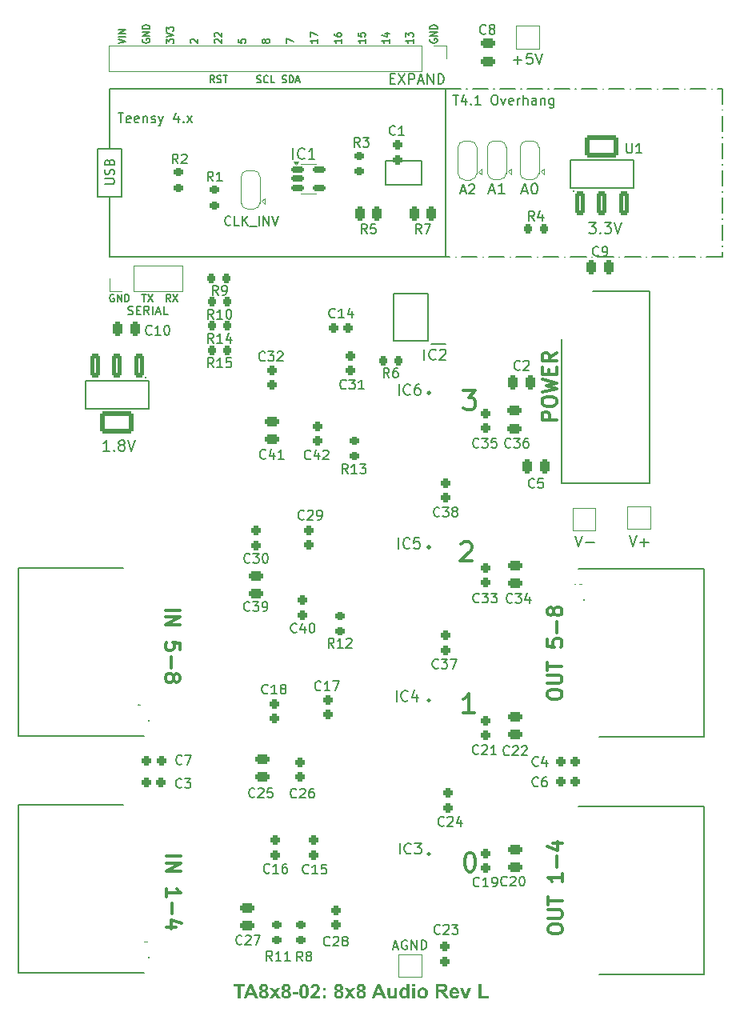
<source format=gbr>
%TF.GenerationSoftware,KiCad,Pcbnew,9.0.0*%
%TF.CreationDate,2025-03-26T11:44:13+11:00*%
%TF.ProjectId,tlv320aic3104 audio rev K twist,746c7633-3230-4616-9963-333130342061,Rev F*%
%TF.SameCoordinates,Original*%
%TF.FileFunction,Legend,Top*%
%TF.FilePolarity,Positive*%
%FSLAX46Y46*%
G04 Gerber Fmt 4.6, Leading zero omitted, Abs format (unit mm)*
G04 Created by KiCad (PCBNEW 9.0.0) date 2025-03-26 11:44:13*
%MOMM*%
%LPD*%
G01*
G04 APERTURE LIST*
G04 Aperture macros list*
%AMRoundRect*
0 Rectangle with rounded corners*
0 $1 Rounding radius*
0 $2 $3 $4 $5 $6 $7 $8 $9 X,Y pos of 4 corners*
0 Add a 4 corners polygon primitive as box body*
4,1,4,$2,$3,$4,$5,$6,$7,$8,$9,$2,$3,0*
0 Add four circle primitives for the rounded corners*
1,1,$1+$1,$2,$3*
1,1,$1+$1,$4,$5*
1,1,$1+$1,$6,$7*
1,1,$1+$1,$8,$9*
0 Add four rect primitives between the rounded corners*
20,1,$1+$1,$2,$3,$4,$5,0*
20,1,$1+$1,$4,$5,$6,$7,0*
20,1,$1+$1,$6,$7,$8,$9,0*
20,1,$1+$1,$8,$9,$2,$3,0*%
%AMRotRect*
0 Rectangle, with rotation*
0 The origin of the aperture is its center*
0 $1 length*
0 $2 width*
0 $3 Rotation angle, in degrees counterclockwise*
0 Add horizontal line*
21,1,$1,$2,0,0,$3*%
%AMFreePoly0*
4,1,23,0.550000,-0.750000,0.000000,-0.750000,0.000000,-0.745722,-0.065263,-0.745722,-0.191342,-0.711940,-0.304381,-0.646677,-0.396677,-0.554381,-0.461940,-0.441342,-0.495722,-0.315263,-0.495722,-0.250000,-0.500000,-0.250000,-0.500000,0.250000,-0.495722,0.250000,-0.495722,0.315263,-0.461940,0.441342,-0.396677,0.554381,-0.304381,0.646677,-0.191342,0.711940,-0.065263,0.745722,0.000000,0.745722,
0.000000,0.750000,0.550000,0.750000,0.550000,-0.750000,0.550000,-0.750000,$1*%
%AMFreePoly1*
4,1,23,0.000000,0.745722,0.065263,0.745722,0.191342,0.711940,0.304381,0.646677,0.396677,0.554381,0.461940,0.441342,0.495722,0.315263,0.495722,0.250000,0.500000,0.250000,0.500000,-0.250000,0.495722,-0.250000,0.495722,-0.315263,0.461940,-0.441342,0.396677,-0.554381,0.304381,-0.646677,0.191342,-0.711940,0.065263,-0.745722,0.000000,-0.745722,0.000000,-0.750000,-0.550000,-0.750000,
-0.550000,0.750000,0.000000,0.750000,0.000000,0.745722,0.000000,0.745722,$1*%
G04 Aperture macros list end*
%ADD10C,0.150000*%
%ADD11C,0.228600*%
%ADD12C,0.304800*%
%ADD13C,0.200000*%
%ADD14C,0.177800*%
%ADD15C,0.127000*%
%ADD16C,0.152400*%
%ADD17C,0.120000*%
%ADD18C,0.250000*%
%ADD19RoundRect,0.267317X0.280683X0.470683X-0.280683X0.470683X-0.280683X-0.470683X0.280683X-0.470683X0*%
%ADD20R,2.000000X2.000000*%
%ADD21RoundRect,0.244000X0.269000X-0.244000X0.269000X0.244000X-0.269000X0.244000X-0.269000X-0.244000X0*%
%ADD22RoundRect,0.219000X-0.294000X0.219000X-0.294000X-0.219000X0.294000X-0.219000X0.294000X0.219000X0*%
%ADD23RotRect,0.300000X0.850000X45.000000*%
%ADD24RotRect,0.300000X0.850000X315.000000*%
%ADD25RotRect,3.550000X3.550000X315.000000*%
%ADD26RoundRect,0.219000X-0.219000X-0.294000X0.219000X-0.294000X0.219000X0.294000X-0.219000X0.294000X0*%
%ADD27RoundRect,0.269000X-0.494000X0.269000X-0.494000X-0.269000X0.494000X-0.269000X0.494000X0.269000X0*%
%ADD28R,1.700000X1.700000*%
%ADD29O,1.700000X1.700000*%
%ADD30R,1.475000X0.450000*%
%ADD31RoundRect,0.250000X0.300000X-1.000000X0.300000X1.000000X-0.300000X1.000000X-0.300000X-1.000000X0*%
%ADD32RoundRect,0.250000X1.550000X-0.920000X1.550000X0.920000X-1.550000X0.920000X-1.550000X-0.920000X0*%
%ADD33FreePoly0,90.000000*%
%ADD34R,1.500000X1.000000*%
%ADD35FreePoly1,90.000000*%
%ADD36RoundRect,0.250000X-0.300000X1.000000X-0.300000X-1.000000X0.300000X-1.000000X0.300000X1.000000X0*%
%ADD37RoundRect,0.250000X-1.550000X0.920000X-1.550000X-0.920000X1.550000X-0.920000X1.550000X0.920000X0*%
%ADD38RoundRect,0.244000X-0.244000X-0.269000X0.244000X-0.269000X0.244000X0.269000X-0.244000X0.269000X0*%
%ADD39RoundRect,0.244000X0.244000X0.269000X-0.244000X0.269000X-0.244000X-0.269000X0.244000X-0.269000X0*%
%ADD40C,3.200000*%
%ADD41RoundRect,0.269000X0.269000X0.494000X-0.269000X0.494000X-0.269000X-0.494000X0.269000X-0.494000X0*%
%ADD42R,1.725000X1.725000*%
%ADD43C,1.725000*%
%ADD44RoundRect,0.244000X-0.269000X0.244000X-0.269000X-0.244000X0.269000X-0.244000X0.269000X0.244000X0*%
%ADD45RoundRect,0.219000X0.219000X0.294000X-0.219000X0.294000X-0.219000X-0.294000X0.219000X-0.294000X0*%
%ADD46RoundRect,0.269000X0.494000X-0.269000X0.494000X0.269000X-0.494000X0.269000X-0.494000X-0.269000X0*%
%ADD47R,1.650000X1.650000*%
%ADD48C,1.650000*%
%ADD49RoundRect,0.150000X-0.512500X-0.150000X0.512500X-0.150000X0.512500X0.150000X-0.512500X0.150000X0*%
%ADD50C,1.612800*%
%ADD51RoundRect,0.269000X-0.269000X-0.494000X0.269000X-0.494000X0.269000X0.494000X-0.269000X0.494000X0*%
G04 APERTURE END LIST*
D10*
X39370000Y-7213600D02*
X41020000Y-7213600D01*
X41620000Y-7213600D02*
X41650000Y-7213600D01*
X42250000Y-7213600D02*
X43900000Y-7213600D01*
X44500000Y-7213600D02*
X44530000Y-7213600D01*
X45130000Y-7213600D02*
X46780000Y-7213600D01*
X47380000Y-7213600D02*
X47410000Y-7213600D01*
X48010000Y-7213600D02*
X49660000Y-7213600D01*
X50260000Y-7213600D02*
X50290000Y-7213600D01*
X50890000Y-7213600D02*
X52540000Y-7213600D01*
X53140000Y-7213600D02*
X53170000Y-7213600D01*
X53770000Y-7213600D02*
X55420000Y-7213600D01*
X56020000Y-7213600D02*
X56050000Y-7213600D01*
X56650000Y-7213600D02*
X58300000Y-7213600D01*
X58900000Y-7213600D02*
X58930000Y-7213600D01*
X59530000Y-7213600D02*
X61180000Y-7213600D01*
X61780000Y-7213600D02*
X61810000Y-7213600D01*
X62410000Y-7213600D02*
X64060000Y-7213600D01*
X64660000Y-7213600D02*
X64690000Y-7213600D01*
X65290000Y-7213600D02*
X66940000Y-7213600D01*
X67540000Y-7213600D02*
X67570000Y-7213600D01*
X68170000Y-7213600D02*
X68642300Y-7213600D01*
X68642300Y-7213600D02*
X68642300Y-8863600D01*
X68642300Y-9463600D02*
X68642300Y-9493600D01*
X68642300Y-10093600D02*
X68642300Y-11743600D01*
X68642300Y-12343600D02*
X68642300Y-12373600D01*
X68642300Y-12973600D02*
X68642300Y-14623600D01*
X68642300Y-15223600D02*
X68642300Y-15253600D01*
X68642300Y-15853600D02*
X68642300Y-17503600D01*
X68642300Y-18103600D02*
X68642300Y-18133600D01*
X68642300Y-18733600D02*
X68642300Y-20383600D01*
X68642300Y-20983600D02*
X68642300Y-21013600D01*
X68642300Y-21613600D02*
X68642300Y-23263600D01*
X68642300Y-23863600D02*
X68642300Y-23893600D01*
X68642300Y-24493600D02*
X68642300Y-25046400D01*
X68642300Y-25046400D02*
X66992300Y-25046400D01*
X66392300Y-25046400D02*
X66362300Y-25046400D01*
X65762300Y-25046400D02*
X64112300Y-25046400D01*
X63512300Y-25046400D02*
X63482300Y-25046400D01*
X62882300Y-25046400D02*
X61232300Y-25046400D01*
X60632300Y-25046400D02*
X60602300Y-25046400D01*
X60002300Y-25046400D02*
X58352300Y-25046400D01*
X57752300Y-25046400D02*
X57722300Y-25046400D01*
X57122300Y-25046400D02*
X55472300Y-25046400D01*
X54872300Y-25046400D02*
X54842300Y-25046400D01*
X54242300Y-25046400D02*
X52592300Y-25046400D01*
X51992300Y-25046400D02*
X51962300Y-25046400D01*
X51362300Y-25046400D02*
X49712300Y-25046400D01*
X49112300Y-25046400D02*
X49082300Y-25046400D01*
X48482300Y-25046400D02*
X46832300Y-25046400D01*
X46232300Y-25046400D02*
X46202300Y-25046400D01*
X45602300Y-25046400D02*
X43952300Y-25046400D01*
X43352300Y-25046400D02*
X43322300Y-25046400D01*
X42722300Y-25046400D02*
X41072300Y-25046400D01*
X40472300Y-25046400D02*
X40442300Y-25046400D01*
X39842300Y-25046400D02*
X39370000Y-25046400D01*
X39370000Y-25046400D02*
X39370000Y-23396400D01*
X39370000Y-22796400D02*
X39370000Y-22766400D01*
X39370000Y-22166400D02*
X39370000Y-20516400D01*
X39370000Y-19916400D02*
X39370000Y-19886400D01*
X39370000Y-19286400D02*
X39370000Y-17636400D01*
X39370000Y-17036400D02*
X39370000Y-17006400D01*
X39370000Y-16406400D02*
X39370000Y-14756400D01*
X39370000Y-14156400D02*
X39370000Y-14126400D01*
X39370000Y-13526400D02*
X39370000Y-11876400D01*
X39370000Y-11276400D02*
X39370000Y-11246400D01*
X39370000Y-10646400D02*
X39370000Y-8996400D01*
X39370000Y-8396400D02*
X39370000Y-8366400D01*
X39370000Y-7766400D02*
X39370000Y-7213600D01*
D11*
G36*
X17363970Y-103499920D02*
G01*
X17363970Y-102225417D01*
X16911064Y-102225417D01*
X16911064Y-101969326D01*
X18123963Y-101969326D01*
X18123963Y-102225417D01*
X17672081Y-102225417D01*
X17672081Y-103499920D01*
X17363970Y-103499920D01*
G37*
G36*
X19540190Y-103499920D02*
G01*
X19204908Y-103499920D01*
X19071651Y-103154494D01*
X18461665Y-103154494D01*
X18335667Y-103499920D01*
X18008759Y-103499920D01*
X18242374Y-102898402D01*
X18556397Y-102898402D01*
X18972825Y-102898402D01*
X18762517Y-102326663D01*
X18556397Y-102898402D01*
X18242374Y-102898402D01*
X18603204Y-101969326D01*
X18929088Y-101969326D01*
X19540190Y-103499920D01*
G37*
G36*
X20240246Y-101977222D02*
G01*
X20330816Y-101999318D01*
X20406288Y-102034026D01*
X20469174Y-102080901D01*
X20521887Y-102140522D01*
X20559014Y-102206495D01*
X20581602Y-102280152D01*
X20589403Y-102363420D01*
X20583100Y-102432584D01*
X20564690Y-102495193D01*
X20534220Y-102552604D01*
X20493034Y-102602911D01*
X20441783Y-102645009D01*
X20379095Y-102679254D01*
X20458990Y-102719710D01*
X20522599Y-102769270D01*
X20572187Y-102828144D01*
X20608589Y-102895965D01*
X20630668Y-102970671D01*
X20638257Y-103053993D01*
X20629287Y-103157746D01*
X20603557Y-103248050D01*
X20561816Y-103327388D01*
X20503418Y-103397557D01*
X20432315Y-103454200D01*
X20350351Y-103495181D01*
X20255436Y-103520720D01*
X20144779Y-103529698D01*
X20041387Y-103522328D01*
X19950391Y-103501198D01*
X19869832Y-103467188D01*
X19798143Y-103420356D01*
X19726781Y-103349997D01*
X19676422Y-103269144D01*
X19645531Y-103175710D01*
X19634736Y-103066462D01*
X19637062Y-103039290D01*
X19923118Y-103039290D01*
X19930750Y-103118184D01*
X19951822Y-103180265D01*
X19985000Y-103229218D01*
X20029996Y-103267280D01*
X20080871Y-103289736D01*
X20139660Y-103297429D01*
X20197119Y-103289983D01*
X20246376Y-103268342D01*
X20289481Y-103231824D01*
X20321033Y-103184631D01*
X20341383Y-103122892D01*
X20348852Y-103042361D01*
X20341618Y-102972664D01*
X20321259Y-102915695D01*
X20288458Y-102868717D01*
X20244623Y-102832273D01*
X20194327Y-102810591D01*
X20135473Y-102803112D01*
X20067847Y-102812031D01*
X20015871Y-102836909D01*
X19975695Y-102877651D01*
X19946234Y-102929264D01*
X19928914Y-102982793D01*
X19923118Y-103039290D01*
X19637062Y-103039290D01*
X19641659Y-102985580D01*
X19662088Y-102910183D01*
X19696153Y-102839032D01*
X19743492Y-102776778D01*
X19807091Y-102723607D01*
X19889804Y-102679254D01*
X19818494Y-102641635D01*
X19764417Y-102597700D01*
X19724814Y-102547393D01*
X19696169Y-102489634D01*
X19679050Y-102428655D01*
X19675144Y-102384637D01*
X19950104Y-102384637D01*
X19956111Y-102441200D01*
X19972823Y-102486011D01*
X19999517Y-102521709D01*
X20035248Y-102548507D01*
X20078460Y-102565004D01*
X20131285Y-102570843D01*
X20184769Y-102564933D01*
X20228464Y-102548245D01*
X20264542Y-102521151D01*
X20291580Y-102485126D01*
X20308460Y-102440142D01*
X20314514Y-102383613D01*
X20308632Y-102330561D01*
X20292013Y-102287167D01*
X20265008Y-102251287D01*
X20229315Y-102224117D01*
X20186451Y-102207468D01*
X20134356Y-102201595D01*
X20080227Y-102207586D01*
X20036218Y-102224471D01*
X20000076Y-102251845D01*
X19972780Y-102288045D01*
X19956023Y-102331607D01*
X19950104Y-102384637D01*
X19675144Y-102384637D01*
X19673261Y-102363420D01*
X19681007Y-102280092D01*
X19703426Y-102206412D01*
X19740247Y-102140459D01*
X19792467Y-102080901D01*
X19854844Y-102034145D01*
X19930242Y-101999432D01*
X20021301Y-101977267D01*
X20131378Y-101969326D01*
X20240246Y-101977222D01*
G37*
G36*
X20745924Y-103499920D02*
G01*
X21144671Y-102929390D01*
X20762581Y-102392175D01*
X21119732Y-102392175D01*
X21315430Y-102696749D01*
X21521550Y-102392175D01*
X21865115Y-102392175D01*
X21490283Y-102916827D01*
X21899452Y-103499920D01*
X21540254Y-103499920D01*
X21315430Y-103156727D01*
X21088465Y-103499920D01*
X20745924Y-103499920D01*
G37*
G36*
X22610582Y-101977222D02*
G01*
X22701152Y-101999318D01*
X22776623Y-102034026D01*
X22839509Y-102080901D01*
X22892222Y-102140522D01*
X22929350Y-102206495D01*
X22951938Y-102280152D01*
X22959738Y-102363420D01*
X22953435Y-102432584D01*
X22935026Y-102495193D01*
X22904556Y-102552604D01*
X22863369Y-102602911D01*
X22812119Y-102645009D01*
X22749431Y-102679254D01*
X22829326Y-102719710D01*
X22892935Y-102769270D01*
X22942523Y-102828144D01*
X22978925Y-102895965D01*
X23001004Y-102970671D01*
X23008593Y-103053993D01*
X22999623Y-103157746D01*
X22973893Y-103248050D01*
X22932152Y-103327388D01*
X22873754Y-103397557D01*
X22802650Y-103454200D01*
X22720686Y-103495181D01*
X22625772Y-103520720D01*
X22515114Y-103529698D01*
X22411723Y-103522328D01*
X22320727Y-103501198D01*
X22240168Y-103467188D01*
X22168479Y-103420356D01*
X22097116Y-103349997D01*
X22046758Y-103269144D01*
X22015867Y-103175710D01*
X22005072Y-103066462D01*
X22007398Y-103039290D01*
X22293454Y-103039290D01*
X22301086Y-103118184D01*
X22322158Y-103180265D01*
X22355336Y-103229218D01*
X22400332Y-103267280D01*
X22451207Y-103289736D01*
X22509996Y-103297429D01*
X22567455Y-103289983D01*
X22616712Y-103268342D01*
X22659817Y-103231824D01*
X22691369Y-103184631D01*
X22711719Y-103122892D01*
X22719187Y-103042361D01*
X22711954Y-102972664D01*
X22691595Y-102915695D01*
X22658794Y-102868717D01*
X22614959Y-102832273D01*
X22564663Y-102810591D01*
X22505809Y-102803112D01*
X22438182Y-102812031D01*
X22386207Y-102836909D01*
X22346031Y-102877651D01*
X22316569Y-102929264D01*
X22299250Y-102982793D01*
X22293454Y-103039290D01*
X22007398Y-103039290D01*
X22011995Y-102985580D01*
X22032424Y-102910183D01*
X22066489Y-102839032D01*
X22113828Y-102776778D01*
X22177427Y-102723607D01*
X22260139Y-102679254D01*
X22188830Y-102641635D01*
X22134752Y-102597700D01*
X22095150Y-102547393D01*
X22066505Y-102489634D01*
X22049386Y-102428655D01*
X22045480Y-102384637D01*
X22320440Y-102384637D01*
X22326447Y-102441200D01*
X22343159Y-102486011D01*
X22369853Y-102521709D01*
X22405583Y-102548507D01*
X22448795Y-102565004D01*
X22501621Y-102570843D01*
X22555104Y-102564933D01*
X22598800Y-102548245D01*
X22634878Y-102521151D01*
X22661915Y-102485126D01*
X22678796Y-102440142D01*
X22684849Y-102383613D01*
X22678968Y-102330561D01*
X22662349Y-102287167D01*
X22635343Y-102251287D01*
X22599650Y-102224117D01*
X22556787Y-102207468D01*
X22504692Y-102201595D01*
X22450562Y-102207586D01*
X22406554Y-102224471D01*
X22370411Y-102251845D01*
X22343116Y-102288045D01*
X22326358Y-102331607D01*
X22320440Y-102384637D01*
X22045480Y-102384637D01*
X22043597Y-102363420D01*
X22051343Y-102280092D01*
X22073762Y-102206412D01*
X22110583Y-102140459D01*
X22162802Y-102080901D01*
X22225180Y-102034145D01*
X22300577Y-101999432D01*
X22391637Y-101977267D01*
X22501714Y-101969326D01*
X22610582Y-101977222D01*
G37*
G36*
X23223554Y-103094938D02*
G01*
X23223554Y-102803112D01*
X23798178Y-102803112D01*
X23798178Y-103094938D01*
X23223554Y-103094938D01*
G37*
G36*
X24507040Y-101979870D02*
G01*
X24598828Y-102009949D01*
X24677692Y-102058804D01*
X24745772Y-102127801D01*
X24793705Y-102201746D01*
X24834170Y-102296328D01*
X24865923Y-102415822D01*
X24886968Y-102565206D01*
X24894663Y-102750070D01*
X24886952Y-102934180D01*
X24865833Y-103083431D01*
X24833908Y-103203262D01*
X24793141Y-103298519D01*
X24744749Y-103373363D01*
X24677288Y-103441290D01*
X24598829Y-103489502D01*
X24507188Y-103519251D01*
X24399044Y-103529698D01*
X24291426Y-103518635D01*
X24197457Y-103486655D01*
X24114210Y-103433894D01*
X24039846Y-103358287D01*
X23996948Y-103291285D01*
X23960068Y-103202196D01*
X23930632Y-103085877D01*
X23910837Y-102936350D01*
X23903640Y-102750070D01*
X24209581Y-102750070D01*
X24218036Y-102997405D01*
X24236660Y-103118667D01*
X24258931Y-103184448D01*
X24281865Y-103226866D01*
X24304870Y-103252296D01*
X24348960Y-103277205D01*
X24399044Y-103285517D01*
X24449244Y-103277090D01*
X24493775Y-103251738D01*
X24528519Y-103208703D01*
X24558450Y-103130578D01*
X24579397Y-102998827D01*
X24588600Y-102750070D01*
X24580142Y-102502664D01*
X24561520Y-102381473D01*
X24527834Y-102291826D01*
X24493310Y-102247286D01*
X24449168Y-102221947D01*
X24399044Y-102213506D01*
X24348909Y-102221926D01*
X24304312Y-102247286D01*
X24269641Y-102290309D01*
X24239731Y-102368445D01*
X24218767Y-102501107D01*
X24209581Y-102750070D01*
X23903640Y-102750070D01*
X23903518Y-102746906D01*
X23911214Y-102563776D01*
X23932306Y-102415152D01*
X23964212Y-102295666D01*
X24004988Y-102200537D01*
X24053432Y-102125661D01*
X24120893Y-102057729D01*
X24199338Y-102009517D01*
X24290949Y-101979770D01*
X24399044Y-101969326D01*
X24507040Y-101979870D01*
G37*
G36*
X26077690Y-103225961D02*
G01*
X26077690Y-103499920D01*
X25052300Y-103499920D01*
X25070686Y-103399752D01*
X25103791Y-103303003D01*
X25152243Y-103208746D01*
X25214712Y-103120740D01*
X25319723Y-103001727D01*
X25481198Y-102843778D01*
X25657727Y-102671872D01*
X25723703Y-102594573D01*
X25758280Y-102532268D01*
X25777809Y-102473150D01*
X25784097Y-102415997D01*
X25777610Y-102353000D01*
X25759740Y-102304067D01*
X25731520Y-102265990D01*
X25693439Y-102237598D01*
X25645923Y-102219865D01*
X25586259Y-102213506D01*
X25527518Y-102220077D01*
X25479762Y-102238607D01*
X25440532Y-102268689D01*
X25411765Y-102309068D01*
X25390252Y-102368023D01*
X25378091Y-102451731D01*
X25086638Y-102422604D01*
X25108774Y-102301908D01*
X25144285Y-102206683D01*
X25191463Y-102132180D01*
X25250046Y-102074852D01*
X25321036Y-102029726D01*
X25400872Y-101996886D01*
X25491095Y-101976456D01*
X25593610Y-101969326D01*
X25706186Y-101977794D01*
X25800926Y-102001637D01*
X25880936Y-102039377D01*
X25948621Y-102090765D01*
X26005415Y-102155601D01*
X26045260Y-102226549D01*
X26069392Y-102304947D01*
X26077690Y-102392733D01*
X26068393Y-102493327D01*
X26040747Y-102588338D01*
X25994951Y-102680115D01*
X25923589Y-102782826D01*
X25858178Y-102855915D01*
X25732078Y-102976942D01*
X25556667Y-103145002D01*
X25496832Y-103225961D01*
X26077690Y-103225961D01*
G37*
G36*
X26393617Y-102684000D02*
G01*
X26393617Y-102392175D01*
X26686094Y-102392175D01*
X26686094Y-102684000D01*
X26393617Y-102684000D01*
G37*
G36*
X26393617Y-103499920D02*
G01*
X26393617Y-103208094D01*
X26686094Y-103208094D01*
X26686094Y-103499920D01*
X26393617Y-103499920D01*
G37*
G36*
X28179084Y-101977222D02*
G01*
X28269654Y-101999318D01*
X28345126Y-102034026D01*
X28408012Y-102080901D01*
X28460725Y-102140522D01*
X28497852Y-102206495D01*
X28520440Y-102280152D01*
X28528241Y-102363420D01*
X28521938Y-102432584D01*
X28503528Y-102495193D01*
X28473058Y-102552604D01*
X28431872Y-102602911D01*
X28380621Y-102645009D01*
X28317933Y-102679254D01*
X28397829Y-102719710D01*
X28461437Y-102769270D01*
X28511025Y-102828144D01*
X28547427Y-102895965D01*
X28569506Y-102970671D01*
X28577096Y-103053993D01*
X28568125Y-103157746D01*
X28542396Y-103248050D01*
X28500654Y-103327388D01*
X28442257Y-103397557D01*
X28371153Y-103454200D01*
X28289189Y-103495181D01*
X28194274Y-103520720D01*
X28083617Y-103529698D01*
X27980226Y-103522328D01*
X27889229Y-103501198D01*
X27808671Y-103467188D01*
X27736981Y-103420356D01*
X27665619Y-103349997D01*
X27615261Y-103269144D01*
X27584369Y-103175710D01*
X27573574Y-103066462D01*
X27575900Y-103039290D01*
X27861956Y-103039290D01*
X27869589Y-103118184D01*
X27890660Y-103180265D01*
X27923839Y-103229218D01*
X27968834Y-103267280D01*
X28019710Y-103289736D01*
X28078499Y-103297429D01*
X28135957Y-103289983D01*
X28185214Y-103268342D01*
X28228320Y-103231824D01*
X28259871Y-103184631D01*
X28280221Y-103122892D01*
X28287690Y-103042361D01*
X28280457Y-102972664D01*
X28260097Y-102915695D01*
X28227296Y-102868717D01*
X28183461Y-102832273D01*
X28133166Y-102810591D01*
X28074311Y-102803112D01*
X28006685Y-102812031D01*
X27954709Y-102836909D01*
X27914533Y-102877651D01*
X27885072Y-102929264D01*
X27867752Y-102982793D01*
X27861956Y-103039290D01*
X27575900Y-103039290D01*
X27580497Y-102985580D01*
X27600926Y-102910183D01*
X27634991Y-102839032D01*
X27682330Y-102776778D01*
X27745929Y-102723607D01*
X27828642Y-102679254D01*
X27757333Y-102641635D01*
X27703255Y-102597700D01*
X27663653Y-102547393D01*
X27635007Y-102489634D01*
X27617888Y-102428655D01*
X27613982Y-102384637D01*
X27888943Y-102384637D01*
X27894950Y-102441200D01*
X27911661Y-102486011D01*
X27938356Y-102521709D01*
X27974086Y-102548507D01*
X28017298Y-102565004D01*
X28070124Y-102570843D01*
X28123607Y-102564933D01*
X28167302Y-102548245D01*
X28203381Y-102521151D01*
X28230418Y-102485126D01*
X28247298Y-102440142D01*
X28253352Y-102383613D01*
X28247470Y-102330561D01*
X28230851Y-102287167D01*
X28203846Y-102251287D01*
X28168153Y-102224117D01*
X28125290Y-102207468D01*
X28073194Y-102201595D01*
X28019065Y-102207586D01*
X27975056Y-102224471D01*
X27938914Y-102251845D01*
X27911618Y-102288045D01*
X27894861Y-102331607D01*
X27888943Y-102384637D01*
X27613982Y-102384637D01*
X27612099Y-102363420D01*
X27619845Y-102280092D01*
X27642265Y-102206412D01*
X27679085Y-102140459D01*
X27731305Y-102080901D01*
X27793682Y-102034145D01*
X27869080Y-101999432D01*
X27960139Y-101977267D01*
X28070217Y-101969326D01*
X28179084Y-101977222D01*
G37*
G36*
X28684762Y-103499920D02*
G01*
X29083509Y-102929390D01*
X28701419Y-102392175D01*
X29058570Y-102392175D01*
X29254268Y-102696749D01*
X29460388Y-102392175D01*
X29803953Y-102392175D01*
X29429121Y-102916827D01*
X29838291Y-103499920D01*
X29479092Y-103499920D01*
X29254268Y-103156727D01*
X29027303Y-103499920D01*
X28684762Y-103499920D01*
G37*
G36*
X30549420Y-101977222D02*
G01*
X30639990Y-101999318D01*
X30715462Y-102034026D01*
X30778348Y-102080901D01*
X30831061Y-102140522D01*
X30868188Y-102206495D01*
X30890776Y-102280152D01*
X30898577Y-102363420D01*
X30892274Y-102432584D01*
X30873864Y-102495193D01*
X30843394Y-102552604D01*
X30802208Y-102602911D01*
X30750957Y-102645009D01*
X30688269Y-102679254D01*
X30768164Y-102719710D01*
X30831773Y-102769270D01*
X30881361Y-102828144D01*
X30917763Y-102895965D01*
X30939842Y-102970671D01*
X30947431Y-103053993D01*
X30938461Y-103157746D01*
X30912731Y-103248050D01*
X30870990Y-103327388D01*
X30812592Y-103397557D01*
X30741489Y-103454200D01*
X30659525Y-103495181D01*
X30564610Y-103520720D01*
X30453953Y-103529698D01*
X30350561Y-103522328D01*
X30259565Y-103501198D01*
X30179006Y-103467188D01*
X30107317Y-103420356D01*
X30035955Y-103349997D01*
X29985596Y-103269144D01*
X29954705Y-103175710D01*
X29943910Y-103066462D01*
X29946236Y-103039290D01*
X30232292Y-103039290D01*
X30239924Y-103118184D01*
X30260996Y-103180265D01*
X30294175Y-103229218D01*
X30339170Y-103267280D01*
X30390045Y-103289736D01*
X30448834Y-103297429D01*
X30506293Y-103289983D01*
X30555550Y-103268342D01*
X30598655Y-103231824D01*
X30630207Y-103184631D01*
X30650557Y-103122892D01*
X30658026Y-103042361D01*
X30650792Y-102972664D01*
X30630433Y-102915695D01*
X30597632Y-102868717D01*
X30553797Y-102832273D01*
X30503501Y-102810591D01*
X30444647Y-102803112D01*
X30377021Y-102812031D01*
X30325045Y-102836909D01*
X30284869Y-102877651D01*
X30255408Y-102929264D01*
X30238088Y-102982793D01*
X30232292Y-103039290D01*
X29946236Y-103039290D01*
X29950833Y-102985580D01*
X29971262Y-102910183D01*
X30005327Y-102839032D01*
X30052666Y-102776778D01*
X30116265Y-102723607D01*
X30198978Y-102679254D01*
X30127668Y-102641635D01*
X30073591Y-102597700D01*
X30033988Y-102547393D01*
X30005343Y-102489634D01*
X29988224Y-102428655D01*
X29984318Y-102384637D01*
X30259278Y-102384637D01*
X30265285Y-102441200D01*
X30281997Y-102486011D01*
X30308691Y-102521709D01*
X30344422Y-102548507D01*
X30387634Y-102565004D01*
X30440459Y-102570843D01*
X30493943Y-102564933D01*
X30537638Y-102548245D01*
X30573716Y-102521151D01*
X30600754Y-102485126D01*
X30617634Y-102440142D01*
X30623688Y-102383613D01*
X30617806Y-102330561D01*
X30601187Y-102287167D01*
X30574182Y-102251287D01*
X30538489Y-102224117D01*
X30495625Y-102207468D01*
X30443530Y-102201595D01*
X30389401Y-102207586D01*
X30345392Y-102224471D01*
X30309250Y-102251845D01*
X30281954Y-102288045D01*
X30265197Y-102331607D01*
X30259278Y-102384637D01*
X29984318Y-102384637D01*
X29982435Y-102363420D01*
X29990181Y-102280092D01*
X30012600Y-102206412D01*
X30049421Y-102140459D01*
X30101641Y-102080901D01*
X30164018Y-102034145D01*
X30239416Y-101999432D01*
X30330475Y-101977267D01*
X30440552Y-101969326D01*
X30549420Y-101977222D01*
G37*
G36*
X33086243Y-103499920D02*
G01*
X32750960Y-103499920D01*
X32617703Y-103154494D01*
X32007717Y-103154494D01*
X31881719Y-103499920D01*
X31554811Y-103499920D01*
X31788426Y-102898402D01*
X32102449Y-102898402D01*
X32518877Y-102898402D01*
X32308569Y-102326663D01*
X32102449Y-102898402D01*
X31788426Y-102898402D01*
X32149256Y-101969326D01*
X32475140Y-101969326D01*
X33086243Y-103499920D01*
G37*
G36*
X33975118Y-103499920D02*
G01*
X33975118Y-103334372D01*
X33930881Y-103389204D01*
X33878208Y-103436372D01*
X33816271Y-103476283D01*
X33749067Y-103506104D01*
X33680162Y-103523783D01*
X33608662Y-103529698D01*
X33535637Y-103524027D01*
X33469371Y-103507523D01*
X33408683Y-103480471D01*
X33354632Y-103442800D01*
X33312344Y-103397001D01*
X33280638Y-103342189D01*
X33260149Y-103281366D01*
X33246273Y-103200886D01*
X33241089Y-103096054D01*
X33241089Y-102392175D01*
X33533658Y-102392175D01*
X33533658Y-102902124D01*
X33539196Y-103114299D01*
X33549757Y-103188925D01*
X33572731Y-103236469D01*
X33608569Y-103272582D01*
X33655489Y-103295245D01*
X33716887Y-103303384D01*
X33788277Y-103292980D01*
X33851167Y-103262160D01*
X33901711Y-103215192D01*
X33932405Y-103159705D01*
X33946931Y-103076963D01*
X33954274Y-102860342D01*
X33954274Y-102392175D01*
X34246843Y-102392175D01*
X34246843Y-103499920D01*
X33975118Y-103499920D01*
G37*
G36*
X35564152Y-103499920D02*
G01*
X35292427Y-103499920D01*
X35292427Y-103337536D01*
X35243587Y-103396646D01*
X35190439Y-103444104D01*
X35132649Y-103481029D01*
X35038909Y-103517847D01*
X34946815Y-103529698D01*
X34855336Y-103520079D01*
X34771682Y-103491718D01*
X34693829Y-103444001D01*
X34620465Y-103374572D01*
X34563566Y-103293930D01*
X34521255Y-103197180D01*
X34494257Y-103081146D01*
X34484603Y-102941860D01*
X34485716Y-102925295D01*
X34783407Y-102925295D01*
X34790207Y-103046013D01*
X34807673Y-103130061D01*
X34832355Y-103186598D01*
X34872633Y-103239087D01*
X34918192Y-103274770D01*
X34970012Y-103296051D01*
X35030100Y-103303384D01*
X35093411Y-103293875D01*
X35149933Y-103265490D01*
X35201883Y-103215818D01*
X35238915Y-103153320D01*
X35263500Y-103068320D01*
X35272699Y-102954050D01*
X35263340Y-102825454D01*
X35239081Y-102735486D01*
X35203930Y-102674229D01*
X35153235Y-102626279D01*
X35095464Y-102598280D01*
X35028053Y-102588710D01*
X34962523Y-102598050D01*
X34905169Y-102625603D01*
X34853665Y-102673112D01*
X34816853Y-102733463D01*
X34792503Y-102815355D01*
X34783407Y-102925295D01*
X34485716Y-102925295D01*
X34494229Y-102798566D01*
X34520862Y-102681849D01*
X34562077Y-102586987D01*
X34616836Y-102510170D01*
X34687882Y-102445096D01*
X34766098Y-102399515D01*
X34853037Y-102371906D01*
X34951002Y-102362397D01*
X35039847Y-102371870D01*
X35121729Y-102399908D01*
X35198585Y-102447285D01*
X35271675Y-102516498D01*
X35271675Y-101969326D01*
X35564152Y-101969326D01*
X35564152Y-103499920D01*
G37*
G36*
X35852999Y-102237329D02*
G01*
X35852999Y-101969326D01*
X36145476Y-101969326D01*
X36145476Y-102237329D01*
X35852999Y-102237329D01*
G37*
G36*
X35852999Y-103499920D02*
G01*
X35852999Y-102392175D01*
X36145476Y-102392175D01*
X36145476Y-103499920D01*
X35852999Y-103499920D01*
G37*
G36*
X37070202Y-102373248D02*
G01*
X37177925Y-102404493D01*
X37273364Y-102455420D01*
X37358561Y-102527014D01*
X37428232Y-102613967D01*
X37477878Y-102710835D01*
X37508335Y-102819580D01*
X37518897Y-102942883D01*
X37508243Y-103067214D01*
X37477505Y-103177016D01*
X37427370Y-103274969D01*
X37356979Y-103363033D01*
X37270892Y-103435899D01*
X37175654Y-103487422D01*
X37069377Y-103518840D01*
X36949391Y-103529698D01*
X36849706Y-103521995D01*
X36753419Y-103498987D01*
X36659427Y-103460277D01*
X36574368Y-103406460D01*
X36504966Y-103339079D01*
X36449678Y-103256856D01*
X36410977Y-103164803D01*
X36386508Y-103056949D01*
X36378920Y-102946047D01*
X36677666Y-102946047D01*
X36687515Y-103055079D01*
X36714316Y-103138664D01*
X36755740Y-103202511D01*
X36812595Y-103252427D01*
X36875976Y-103281566D01*
X36948367Y-103291473D01*
X37020737Y-103281554D01*
X37083923Y-103252408D01*
X37140436Y-103202511D01*
X37181514Y-103138666D01*
X37208205Y-103054448D01*
X37218045Y-102943907D01*
X37208289Y-102836305D01*
X37181675Y-102753392D01*
X37140436Y-102689676D01*
X37083916Y-102639723D01*
X37020731Y-102610548D01*
X36948367Y-102600621D01*
X36875983Y-102610536D01*
X36812602Y-102639704D01*
X36755740Y-102689676D01*
X36714320Y-102753466D01*
X36687517Y-102837015D01*
X36677666Y-102946047D01*
X36378920Y-102946047D01*
X36377838Y-102930227D01*
X36385714Y-102833781D01*
X36409421Y-102739179D01*
X36449678Y-102645288D01*
X36504740Y-102560052D01*
X36572226Y-102490465D01*
X36653192Y-102434981D01*
X36743411Y-102394994D01*
X36840923Y-102370706D01*
X36947344Y-102362397D01*
X37070202Y-102373248D01*
G37*
G36*
X39157601Y-101975160D02*
G01*
X39272078Y-101990057D01*
X39348109Y-102010643D01*
X39416804Y-102045126D01*
X39475616Y-102093626D01*
X39525661Y-102157672D01*
X39562341Y-102230595D01*
X39584631Y-102310590D01*
X39592289Y-102399340D01*
X39585540Y-102484546D01*
X39566160Y-102559347D01*
X39534802Y-102625531D01*
X39491230Y-102684465D01*
X39437604Y-102733196D01*
X39371044Y-102773347D01*
X39289268Y-102804686D01*
X39189355Y-102826190D01*
X39282601Y-102888979D01*
X39354344Y-102954329D01*
X39422351Y-103039321D01*
X39529849Y-103202139D01*
X39716148Y-103499920D01*
X39347644Y-103499920D01*
X39124867Y-103167335D01*
X39013594Y-103006881D01*
X38962483Y-102943255D01*
X38916244Y-102903473D01*
X38869799Y-102879884D01*
X38813638Y-102867811D01*
X38714673Y-102862668D01*
X38652232Y-102862668D01*
X38652232Y-103499920D01*
X38344029Y-103499920D01*
X38344029Y-102618488D01*
X38652232Y-102618488D01*
X38880221Y-102618488D01*
X39081710Y-102612077D01*
X39157157Y-102599505D01*
X39206571Y-102573411D01*
X39243514Y-102533993D01*
X39266524Y-102483278D01*
X39274781Y-102417765D01*
X39269825Y-102367080D01*
X39255914Y-102325630D01*
X39233650Y-102291487D01*
X39185427Y-102252957D01*
X39117608Y-102230722D01*
X38892690Y-102225417D01*
X38652232Y-102225417D01*
X38652232Y-102618488D01*
X38344029Y-102618488D01*
X38344029Y-101969326D01*
X38992633Y-101969326D01*
X39157601Y-101975160D01*
G37*
G36*
X40422924Y-102373417D02*
G01*
X40525997Y-102404813D01*
X40614689Y-102455541D01*
X40691380Y-102526548D01*
X40738742Y-102592705D01*
X40777060Y-102673225D01*
X40805697Y-102770693D01*
X40823285Y-102888236D01*
X40827801Y-103029426D01*
X40094888Y-103029426D01*
X40105039Y-103113331D01*
X40129072Y-103179330D01*
X40165704Y-103231265D01*
X40214646Y-103271416D01*
X40270123Y-103295212D01*
X40334322Y-103303384D01*
X40398667Y-103293876D01*
X40449898Y-103266720D01*
X40489396Y-103221563D01*
X40520714Y-103148538D01*
X40812167Y-103196183D01*
X40765944Y-103298876D01*
X40706827Y-103380595D01*
X40634616Y-103444458D01*
X40549968Y-103490613D01*
X40450002Y-103519483D01*
X40331158Y-103529698D01*
X40215509Y-103521121D01*
X40117708Y-103496932D01*
X40034706Y-103458599D01*
X39964121Y-103406397D01*
X39904401Y-103339397D01*
X39857992Y-103261121D01*
X39823908Y-103172134D01*
X39802550Y-103070629D01*
X39795060Y-102954422D01*
X39802605Y-102850757D01*
X40100099Y-102850757D01*
X40537371Y-102850757D01*
X40527663Y-102767380D01*
X40505245Y-102703774D01*
X40471767Y-102655525D01*
X40426656Y-102618110D01*
X40376616Y-102596172D01*
X40319805Y-102588710D01*
X40259069Y-102596701D01*
X40207038Y-102619943D01*
X40161516Y-102659247D01*
X40128007Y-102709609D01*
X40107137Y-102772306D01*
X40100099Y-102850757D01*
X39802605Y-102850757D01*
X39805156Y-102815715D01*
X39833505Y-102699463D01*
X39878194Y-102601793D01*
X39938739Y-102519662D01*
X40015729Y-102450565D01*
X40100680Y-102402026D01*
X40195287Y-102372559D01*
X40302032Y-102362397D01*
X40422924Y-102373417D01*
G37*
G36*
X41369576Y-103499920D02*
G01*
X40924021Y-102392175D01*
X41231108Y-102392175D01*
X41439368Y-102957493D01*
X41499762Y-103146305D01*
X41529912Y-103051387D01*
X41561179Y-102957493D01*
X41771487Y-102392175D01*
X42072339Y-102392175D01*
X41633019Y-103499920D01*
X41369576Y-103499920D01*
G37*
G36*
X42853735Y-103499920D02*
G01*
X42853735Y-101987193D01*
X43161938Y-101987193D01*
X43161938Y-103243828D01*
X43928165Y-103243828D01*
X43928165Y-103499920D01*
X42853735Y-103499920D01*
G37*
D12*
X42414116Y-73293871D02*
X41252973Y-73293871D01*
X41833545Y-73293871D02*
X41833545Y-71261871D01*
X41833545Y-71261871D02*
X41640021Y-71552157D01*
X41640021Y-71552157D02*
X41446497Y-71745681D01*
X41446497Y-71745681D02*
X41252973Y-71842443D01*
D13*
X3312219Y-17334126D02*
X4121742Y-17334126D01*
X4121742Y-17334126D02*
X4216980Y-17286507D01*
X4216980Y-17286507D02*
X4264600Y-17238888D01*
X4264600Y-17238888D02*
X4312219Y-17143650D01*
X4312219Y-17143650D02*
X4312219Y-16953174D01*
X4312219Y-16953174D02*
X4264600Y-16857936D01*
X4264600Y-16857936D02*
X4216980Y-16810317D01*
X4216980Y-16810317D02*
X4121742Y-16762698D01*
X4121742Y-16762698D02*
X3312219Y-16762698D01*
X4264600Y-16334126D02*
X4312219Y-16191269D01*
X4312219Y-16191269D02*
X4312219Y-15953174D01*
X4312219Y-15953174D02*
X4264600Y-15857936D01*
X4264600Y-15857936D02*
X4216980Y-15810317D01*
X4216980Y-15810317D02*
X4121742Y-15762698D01*
X4121742Y-15762698D02*
X4026504Y-15762698D01*
X4026504Y-15762698D02*
X3931266Y-15810317D01*
X3931266Y-15810317D02*
X3883647Y-15857936D01*
X3883647Y-15857936D02*
X3836028Y-15953174D01*
X3836028Y-15953174D02*
X3788409Y-16143650D01*
X3788409Y-16143650D02*
X3740790Y-16238888D01*
X3740790Y-16238888D02*
X3693171Y-16286507D01*
X3693171Y-16286507D02*
X3597933Y-16334126D01*
X3597933Y-16334126D02*
X3502695Y-16334126D01*
X3502695Y-16334126D02*
X3407457Y-16286507D01*
X3407457Y-16286507D02*
X3359838Y-16238888D01*
X3359838Y-16238888D02*
X3312219Y-16143650D01*
X3312219Y-16143650D02*
X3312219Y-15905555D01*
X3312219Y-15905555D02*
X3359838Y-15762698D01*
X3788409Y-15000793D02*
X3836028Y-14857936D01*
X3836028Y-14857936D02*
X3883647Y-14810317D01*
X3883647Y-14810317D02*
X3978885Y-14762698D01*
X3978885Y-14762698D02*
X4121742Y-14762698D01*
X4121742Y-14762698D02*
X4216980Y-14810317D01*
X4216980Y-14810317D02*
X4264600Y-14857936D01*
X4264600Y-14857936D02*
X4312219Y-14953174D01*
X4312219Y-14953174D02*
X4312219Y-15334126D01*
X4312219Y-15334126D02*
X3312219Y-15334126D01*
X3312219Y-15334126D02*
X3312219Y-15000793D01*
X3312219Y-15000793D02*
X3359838Y-14905555D01*
X3359838Y-14905555D02*
X3407457Y-14857936D01*
X3407457Y-14857936D02*
X3502695Y-14810317D01*
X3502695Y-14810317D02*
X3597933Y-14810317D01*
X3597933Y-14810317D02*
X3693171Y-14857936D01*
X3693171Y-14857936D02*
X3740790Y-14905555D01*
X3740790Y-14905555D02*
X3788409Y-15000793D01*
X3788409Y-15000793D02*
X3788409Y-15334126D01*
D12*
X41283211Y-39156271D02*
X42541116Y-39156271D01*
X42541116Y-39156271D02*
X41863783Y-39930367D01*
X41863783Y-39930367D02*
X42154068Y-39930367D01*
X42154068Y-39930367D02*
X42347592Y-40027129D01*
X42347592Y-40027129D02*
X42444354Y-40123890D01*
X42444354Y-40123890D02*
X42541116Y-40317414D01*
X42541116Y-40317414D02*
X42541116Y-40801224D01*
X42541116Y-40801224D02*
X42444354Y-40994748D01*
X42444354Y-40994748D02*
X42347592Y-41091510D01*
X42347592Y-41091510D02*
X42154068Y-41188271D01*
X42154068Y-41188271D02*
X41573497Y-41188271D01*
X41573497Y-41188271D02*
X41379973Y-41091510D01*
X41379973Y-41091510D02*
X41283211Y-40994748D01*
X41863783Y-88076671D02*
X42057306Y-88076671D01*
X42057306Y-88076671D02*
X42250830Y-88173433D01*
X42250830Y-88173433D02*
X42347592Y-88270195D01*
X42347592Y-88270195D02*
X42444354Y-88463719D01*
X42444354Y-88463719D02*
X42541116Y-88850767D01*
X42541116Y-88850767D02*
X42541116Y-89334576D01*
X42541116Y-89334576D02*
X42444354Y-89721624D01*
X42444354Y-89721624D02*
X42347592Y-89915148D01*
X42347592Y-89915148D02*
X42250830Y-90011910D01*
X42250830Y-90011910D02*
X42057306Y-90108671D01*
X42057306Y-90108671D02*
X41863783Y-90108671D01*
X41863783Y-90108671D02*
X41670259Y-90011910D01*
X41670259Y-90011910D02*
X41573497Y-89915148D01*
X41573497Y-89915148D02*
X41476735Y-89721624D01*
X41476735Y-89721624D02*
X41379973Y-89334576D01*
X41379973Y-89334576D02*
X41379973Y-88850767D01*
X41379973Y-88850767D02*
X41476735Y-88463719D01*
X41476735Y-88463719D02*
X41573497Y-88270195D01*
X41573497Y-88270195D02*
X41670259Y-88173433D01*
X41670259Y-88173433D02*
X41863783Y-88076671D01*
X41024373Y-55402595D02*
X41121135Y-55305833D01*
X41121135Y-55305833D02*
X41314659Y-55209071D01*
X41314659Y-55209071D02*
X41798468Y-55209071D01*
X41798468Y-55209071D02*
X41991992Y-55305833D01*
X41991992Y-55305833D02*
X42088754Y-55402595D01*
X42088754Y-55402595D02*
X42185516Y-55596119D01*
X42185516Y-55596119D02*
X42185516Y-55789643D01*
X42185516Y-55789643D02*
X42088754Y-56079929D01*
X42088754Y-56079929D02*
X40927611Y-57241071D01*
X40927611Y-57241071D02*
X42185516Y-57241071D01*
D14*
X54560058Y-21415472D02*
X55267630Y-21415472D01*
X55267630Y-21415472D02*
X54886630Y-21850901D01*
X54886630Y-21850901D02*
X55049915Y-21850901D01*
X55049915Y-21850901D02*
X55158773Y-21905329D01*
X55158773Y-21905329D02*
X55213201Y-21959758D01*
X55213201Y-21959758D02*
X55267630Y-22068615D01*
X55267630Y-22068615D02*
X55267630Y-22340758D01*
X55267630Y-22340758D02*
X55213201Y-22449615D01*
X55213201Y-22449615D02*
X55158773Y-22504044D01*
X55158773Y-22504044D02*
X55049915Y-22558472D01*
X55049915Y-22558472D02*
X54723344Y-22558472D01*
X54723344Y-22558472D02*
X54614487Y-22504044D01*
X54614487Y-22504044D02*
X54560058Y-22449615D01*
X55757486Y-22449615D02*
X55811915Y-22504044D01*
X55811915Y-22504044D02*
X55757486Y-22558472D01*
X55757486Y-22558472D02*
X55703058Y-22504044D01*
X55703058Y-22504044D02*
X55757486Y-22449615D01*
X55757486Y-22449615D02*
X55757486Y-22558472D01*
X56192915Y-21415472D02*
X56900487Y-21415472D01*
X56900487Y-21415472D02*
X56519487Y-21850901D01*
X56519487Y-21850901D02*
X56682772Y-21850901D01*
X56682772Y-21850901D02*
X56791630Y-21905329D01*
X56791630Y-21905329D02*
X56846058Y-21959758D01*
X56846058Y-21959758D02*
X56900487Y-22068615D01*
X56900487Y-22068615D02*
X56900487Y-22340758D01*
X56900487Y-22340758D02*
X56846058Y-22449615D01*
X56846058Y-22449615D02*
X56791630Y-22504044D01*
X56791630Y-22504044D02*
X56682772Y-22558472D01*
X56682772Y-22558472D02*
X56356201Y-22558472D01*
X56356201Y-22558472D02*
X56247344Y-22504044D01*
X56247344Y-22504044D02*
X56192915Y-22449615D01*
X57227058Y-21415472D02*
X57608058Y-22558472D01*
X57608058Y-22558472D02*
X57989058Y-21415472D01*
D15*
X14899009Y-6605741D02*
X14645009Y-6242884D01*
X14463580Y-6605741D02*
X14463580Y-5843741D01*
X14463580Y-5843741D02*
X14753866Y-5843741D01*
X14753866Y-5843741D02*
X14826437Y-5880027D01*
X14826437Y-5880027D02*
X14862723Y-5916313D01*
X14862723Y-5916313D02*
X14899009Y-5988884D01*
X14899009Y-5988884D02*
X14899009Y-6097741D01*
X14899009Y-6097741D02*
X14862723Y-6170313D01*
X14862723Y-6170313D02*
X14826437Y-6206598D01*
X14826437Y-6206598D02*
X14753866Y-6242884D01*
X14753866Y-6242884D02*
X14463580Y-6242884D01*
X15189294Y-6569456D02*
X15298152Y-6605741D01*
X15298152Y-6605741D02*
X15479580Y-6605741D01*
X15479580Y-6605741D02*
X15552152Y-6569456D01*
X15552152Y-6569456D02*
X15588437Y-6533170D01*
X15588437Y-6533170D02*
X15624723Y-6460598D01*
X15624723Y-6460598D02*
X15624723Y-6388027D01*
X15624723Y-6388027D02*
X15588437Y-6315456D01*
X15588437Y-6315456D02*
X15552152Y-6279170D01*
X15552152Y-6279170D02*
X15479580Y-6242884D01*
X15479580Y-6242884D02*
X15334437Y-6206598D01*
X15334437Y-6206598D02*
X15261866Y-6170313D01*
X15261866Y-6170313D02*
X15225580Y-6134027D01*
X15225580Y-6134027D02*
X15189294Y-6061456D01*
X15189294Y-6061456D02*
X15189294Y-5988884D01*
X15189294Y-5988884D02*
X15225580Y-5916313D01*
X15225580Y-5916313D02*
X15261866Y-5880027D01*
X15261866Y-5880027D02*
X15334437Y-5843741D01*
X15334437Y-5843741D02*
X15515866Y-5843741D01*
X15515866Y-5843741D02*
X15624723Y-5880027D01*
X15842437Y-5843741D02*
X16277866Y-5843741D01*
X16060151Y-6605741D02*
X16060151Y-5843741D01*
X19398434Y-6569456D02*
X19507292Y-6605741D01*
X19507292Y-6605741D02*
X19688720Y-6605741D01*
X19688720Y-6605741D02*
X19761292Y-6569456D01*
X19761292Y-6569456D02*
X19797577Y-6533170D01*
X19797577Y-6533170D02*
X19833863Y-6460598D01*
X19833863Y-6460598D02*
X19833863Y-6388027D01*
X19833863Y-6388027D02*
X19797577Y-6315456D01*
X19797577Y-6315456D02*
X19761292Y-6279170D01*
X19761292Y-6279170D02*
X19688720Y-6242884D01*
X19688720Y-6242884D02*
X19543577Y-6206598D01*
X19543577Y-6206598D02*
X19471006Y-6170313D01*
X19471006Y-6170313D02*
X19434720Y-6134027D01*
X19434720Y-6134027D02*
X19398434Y-6061456D01*
X19398434Y-6061456D02*
X19398434Y-5988884D01*
X19398434Y-5988884D02*
X19434720Y-5916313D01*
X19434720Y-5916313D02*
X19471006Y-5880027D01*
X19471006Y-5880027D02*
X19543577Y-5843741D01*
X19543577Y-5843741D02*
X19725006Y-5843741D01*
X19725006Y-5843741D02*
X19833863Y-5880027D01*
X20595863Y-6533170D02*
X20559577Y-6569456D01*
X20559577Y-6569456D02*
X20450720Y-6605741D01*
X20450720Y-6605741D02*
X20378148Y-6605741D01*
X20378148Y-6605741D02*
X20269291Y-6569456D01*
X20269291Y-6569456D02*
X20196720Y-6496884D01*
X20196720Y-6496884D02*
X20160434Y-6424313D01*
X20160434Y-6424313D02*
X20124148Y-6279170D01*
X20124148Y-6279170D02*
X20124148Y-6170313D01*
X20124148Y-6170313D02*
X20160434Y-6025170D01*
X20160434Y-6025170D02*
X20196720Y-5952598D01*
X20196720Y-5952598D02*
X20269291Y-5880027D01*
X20269291Y-5880027D02*
X20378148Y-5843741D01*
X20378148Y-5843741D02*
X20450720Y-5843741D01*
X20450720Y-5843741D02*
X20559577Y-5880027D01*
X20559577Y-5880027D02*
X20595863Y-5916313D01*
X21285291Y-6605741D02*
X20922434Y-6605741D01*
X20922434Y-6605741D02*
X20922434Y-5843741D01*
X22083576Y-6569456D02*
X22192434Y-6605741D01*
X22192434Y-6605741D02*
X22373862Y-6605741D01*
X22373862Y-6605741D02*
X22446434Y-6569456D01*
X22446434Y-6569456D02*
X22482719Y-6533170D01*
X22482719Y-6533170D02*
X22519005Y-6460598D01*
X22519005Y-6460598D02*
X22519005Y-6388027D01*
X22519005Y-6388027D02*
X22482719Y-6315456D01*
X22482719Y-6315456D02*
X22446434Y-6279170D01*
X22446434Y-6279170D02*
X22373862Y-6242884D01*
X22373862Y-6242884D02*
X22228719Y-6206598D01*
X22228719Y-6206598D02*
X22156148Y-6170313D01*
X22156148Y-6170313D02*
X22119862Y-6134027D01*
X22119862Y-6134027D02*
X22083576Y-6061456D01*
X22083576Y-6061456D02*
X22083576Y-5988884D01*
X22083576Y-5988884D02*
X22119862Y-5916313D01*
X22119862Y-5916313D02*
X22156148Y-5880027D01*
X22156148Y-5880027D02*
X22228719Y-5843741D01*
X22228719Y-5843741D02*
X22410148Y-5843741D01*
X22410148Y-5843741D02*
X22519005Y-5880027D01*
X22845576Y-6605741D02*
X22845576Y-5843741D01*
X22845576Y-5843741D02*
X23027005Y-5843741D01*
X23027005Y-5843741D02*
X23135862Y-5880027D01*
X23135862Y-5880027D02*
X23208433Y-5952598D01*
X23208433Y-5952598D02*
X23244719Y-6025170D01*
X23244719Y-6025170D02*
X23281005Y-6170313D01*
X23281005Y-6170313D02*
X23281005Y-6279170D01*
X23281005Y-6279170D02*
X23244719Y-6424313D01*
X23244719Y-6424313D02*
X23208433Y-6496884D01*
X23208433Y-6496884D02*
X23135862Y-6569456D01*
X23135862Y-6569456D02*
X23027005Y-6605741D01*
X23027005Y-6605741D02*
X22845576Y-6605741D01*
X23571290Y-6388027D02*
X23934148Y-6388027D01*
X23498719Y-6605741D02*
X23752719Y-5843741D01*
X23752719Y-5843741D02*
X24006719Y-6605741D01*
X4758213Y-2464914D02*
X5545613Y-2227848D01*
X5545613Y-2227848D02*
X4758213Y-1990781D01*
X5545613Y-1753714D02*
X4758213Y-1753714D01*
X5545613Y-1415047D02*
X4758213Y-1415047D01*
X4758213Y-1415047D02*
X5545613Y-1008647D01*
X5545613Y-1008647D02*
X4758213Y-1008647D01*
X7331048Y-1990781D02*
X7293553Y-2058514D01*
X7293553Y-2058514D02*
X7293553Y-2160114D01*
X7293553Y-2160114D02*
X7331048Y-2261714D01*
X7331048Y-2261714D02*
X7406038Y-2329448D01*
X7406038Y-2329448D02*
X7481029Y-2363314D01*
X7481029Y-2363314D02*
X7631010Y-2397181D01*
X7631010Y-2397181D02*
X7743496Y-2397181D01*
X7743496Y-2397181D02*
X7893477Y-2363314D01*
X7893477Y-2363314D02*
X7968467Y-2329448D01*
X7968467Y-2329448D02*
X8043458Y-2261714D01*
X8043458Y-2261714D02*
X8080953Y-2160114D01*
X8080953Y-2160114D02*
X8080953Y-2092381D01*
X8080953Y-2092381D02*
X8043458Y-1990781D01*
X8043458Y-1990781D02*
X8005962Y-1956914D01*
X8005962Y-1956914D02*
X7743496Y-1956914D01*
X7743496Y-1956914D02*
X7743496Y-2092381D01*
X8080953Y-1652114D02*
X7293553Y-1652114D01*
X7293553Y-1652114D02*
X8080953Y-1245714D01*
X8080953Y-1245714D02*
X7293553Y-1245714D01*
X8080953Y-907047D02*
X7293553Y-907047D01*
X7293553Y-907047D02*
X7293553Y-737714D01*
X7293553Y-737714D02*
X7331048Y-636114D01*
X7331048Y-636114D02*
X7406038Y-568381D01*
X7406038Y-568381D02*
X7481029Y-534514D01*
X7481029Y-534514D02*
X7631010Y-500647D01*
X7631010Y-500647D02*
X7743496Y-500647D01*
X7743496Y-500647D02*
X7893477Y-534514D01*
X7893477Y-534514D02*
X7968467Y-568381D01*
X7968467Y-568381D02*
X8043458Y-636114D01*
X8043458Y-636114D02*
X8080953Y-737714D01*
X8080953Y-737714D02*
X8080953Y-907047D01*
X9828893Y-2431048D02*
X9828893Y-1990781D01*
X9828893Y-1990781D02*
X10128855Y-2227848D01*
X10128855Y-2227848D02*
X10128855Y-2126248D01*
X10128855Y-2126248D02*
X10166350Y-2058514D01*
X10166350Y-2058514D02*
X10203845Y-2024648D01*
X10203845Y-2024648D02*
X10278836Y-1990781D01*
X10278836Y-1990781D02*
X10466312Y-1990781D01*
X10466312Y-1990781D02*
X10541302Y-2024648D01*
X10541302Y-2024648D02*
X10578798Y-2058514D01*
X10578798Y-2058514D02*
X10616293Y-2126248D01*
X10616293Y-2126248D02*
X10616293Y-2329448D01*
X10616293Y-2329448D02*
X10578798Y-2397181D01*
X10578798Y-2397181D02*
X10541302Y-2431048D01*
X9828893Y-1787581D02*
X10616293Y-1550515D01*
X10616293Y-1550515D02*
X9828893Y-1313448D01*
X9828893Y-1144115D02*
X9828893Y-703848D01*
X9828893Y-703848D02*
X10128855Y-940915D01*
X10128855Y-940915D02*
X10128855Y-839315D01*
X10128855Y-839315D02*
X10166350Y-771581D01*
X10166350Y-771581D02*
X10203845Y-737715D01*
X10203845Y-737715D02*
X10278836Y-703848D01*
X10278836Y-703848D02*
X10466312Y-703848D01*
X10466312Y-703848D02*
X10541302Y-737715D01*
X10541302Y-737715D02*
X10578798Y-771581D01*
X10578798Y-771581D02*
X10616293Y-839315D01*
X10616293Y-839315D02*
X10616293Y-1042515D01*
X10616293Y-1042515D02*
X10578798Y-1110248D01*
X10578798Y-1110248D02*
X10541302Y-1144115D01*
X12439223Y-2397181D02*
X12401728Y-2363314D01*
X12401728Y-2363314D02*
X12364233Y-2295581D01*
X12364233Y-2295581D02*
X12364233Y-2126248D01*
X12364233Y-2126248D02*
X12401728Y-2058514D01*
X12401728Y-2058514D02*
X12439223Y-2024648D01*
X12439223Y-2024648D02*
X12514214Y-1990781D01*
X12514214Y-1990781D02*
X12589204Y-1990781D01*
X12589204Y-1990781D02*
X12701690Y-2024648D01*
X12701690Y-2024648D02*
X13151633Y-2431048D01*
X13151633Y-2431048D02*
X13151633Y-1990781D01*
X14974563Y-2397181D02*
X14937068Y-2363314D01*
X14937068Y-2363314D02*
X14899573Y-2295581D01*
X14899573Y-2295581D02*
X14899573Y-2126248D01*
X14899573Y-2126248D02*
X14937068Y-2058514D01*
X14937068Y-2058514D02*
X14974563Y-2024648D01*
X14974563Y-2024648D02*
X15049554Y-1990781D01*
X15049554Y-1990781D02*
X15124544Y-1990781D01*
X15124544Y-1990781D02*
X15237030Y-2024648D01*
X15237030Y-2024648D02*
X15686973Y-2431048D01*
X15686973Y-2431048D02*
X15686973Y-1990781D01*
X14974563Y-1719848D02*
X14937068Y-1685981D01*
X14937068Y-1685981D02*
X14899573Y-1618248D01*
X14899573Y-1618248D02*
X14899573Y-1448915D01*
X14899573Y-1448915D02*
X14937068Y-1381181D01*
X14937068Y-1381181D02*
X14974563Y-1347315D01*
X14974563Y-1347315D02*
X15049554Y-1313448D01*
X15049554Y-1313448D02*
X15124544Y-1313448D01*
X15124544Y-1313448D02*
X15237030Y-1347315D01*
X15237030Y-1347315D02*
X15686973Y-1753715D01*
X15686973Y-1753715D02*
X15686973Y-1313448D01*
X17434913Y-2024648D02*
X17434913Y-2363314D01*
X17434913Y-2363314D02*
X17809865Y-2397181D01*
X17809865Y-2397181D02*
X17772370Y-2363314D01*
X17772370Y-2363314D02*
X17734875Y-2295581D01*
X17734875Y-2295581D02*
X17734875Y-2126248D01*
X17734875Y-2126248D02*
X17772370Y-2058514D01*
X17772370Y-2058514D02*
X17809865Y-2024648D01*
X17809865Y-2024648D02*
X17884856Y-1990781D01*
X17884856Y-1990781D02*
X18072332Y-1990781D01*
X18072332Y-1990781D02*
X18147322Y-2024648D01*
X18147322Y-2024648D02*
X18184818Y-2058514D01*
X18184818Y-2058514D02*
X18222313Y-2126248D01*
X18222313Y-2126248D02*
X18222313Y-2295581D01*
X18222313Y-2295581D02*
X18184818Y-2363314D01*
X18184818Y-2363314D02*
X18147322Y-2397181D01*
X20307710Y-2261714D02*
X20270215Y-2329448D01*
X20270215Y-2329448D02*
X20232719Y-2363314D01*
X20232719Y-2363314D02*
X20157729Y-2397181D01*
X20157729Y-2397181D02*
X20120234Y-2397181D01*
X20120234Y-2397181D02*
X20045243Y-2363314D01*
X20045243Y-2363314D02*
X20007748Y-2329448D01*
X20007748Y-2329448D02*
X19970253Y-2261714D01*
X19970253Y-2261714D02*
X19970253Y-2126248D01*
X19970253Y-2126248D02*
X20007748Y-2058514D01*
X20007748Y-2058514D02*
X20045243Y-2024648D01*
X20045243Y-2024648D02*
X20120234Y-1990781D01*
X20120234Y-1990781D02*
X20157729Y-1990781D01*
X20157729Y-1990781D02*
X20232719Y-2024648D01*
X20232719Y-2024648D02*
X20270215Y-2058514D01*
X20270215Y-2058514D02*
X20307710Y-2126248D01*
X20307710Y-2126248D02*
X20307710Y-2261714D01*
X20307710Y-2261714D02*
X20345205Y-2329448D01*
X20345205Y-2329448D02*
X20382700Y-2363314D01*
X20382700Y-2363314D02*
X20457691Y-2397181D01*
X20457691Y-2397181D02*
X20607672Y-2397181D01*
X20607672Y-2397181D02*
X20682662Y-2363314D01*
X20682662Y-2363314D02*
X20720158Y-2329448D01*
X20720158Y-2329448D02*
X20757653Y-2261714D01*
X20757653Y-2261714D02*
X20757653Y-2126248D01*
X20757653Y-2126248D02*
X20720158Y-2058514D01*
X20720158Y-2058514D02*
X20682662Y-2024648D01*
X20682662Y-2024648D02*
X20607672Y-1990781D01*
X20607672Y-1990781D02*
X20457691Y-1990781D01*
X20457691Y-1990781D02*
X20382700Y-2024648D01*
X20382700Y-2024648D02*
X20345205Y-2058514D01*
X20345205Y-2058514D02*
X20307710Y-2126248D01*
X22505593Y-2431048D02*
X22505593Y-1956914D01*
X22505593Y-1956914D02*
X23292993Y-2261714D01*
X25828333Y-1990781D02*
X25828333Y-2397181D01*
X25828333Y-2193981D02*
X25040933Y-2193981D01*
X25040933Y-2193981D02*
X25153418Y-2261714D01*
X25153418Y-2261714D02*
X25228409Y-2329448D01*
X25228409Y-2329448D02*
X25265904Y-2397181D01*
X25040933Y-1753715D02*
X25040933Y-1279581D01*
X25040933Y-1279581D02*
X25828333Y-1584381D01*
X28363673Y-1990781D02*
X28363673Y-2397181D01*
X28363673Y-2193981D02*
X27576273Y-2193981D01*
X27576273Y-2193981D02*
X27688758Y-2261714D01*
X27688758Y-2261714D02*
X27763749Y-2329448D01*
X27763749Y-2329448D02*
X27801244Y-2397181D01*
X27576273Y-1381181D02*
X27576273Y-1516648D01*
X27576273Y-1516648D02*
X27613768Y-1584381D01*
X27613768Y-1584381D02*
X27651263Y-1618248D01*
X27651263Y-1618248D02*
X27763749Y-1685981D01*
X27763749Y-1685981D02*
X27913730Y-1719848D01*
X27913730Y-1719848D02*
X28213692Y-1719848D01*
X28213692Y-1719848D02*
X28288682Y-1685981D01*
X28288682Y-1685981D02*
X28326178Y-1652115D01*
X28326178Y-1652115D02*
X28363673Y-1584381D01*
X28363673Y-1584381D02*
X28363673Y-1448915D01*
X28363673Y-1448915D02*
X28326178Y-1381181D01*
X28326178Y-1381181D02*
X28288682Y-1347315D01*
X28288682Y-1347315D02*
X28213692Y-1313448D01*
X28213692Y-1313448D02*
X28026216Y-1313448D01*
X28026216Y-1313448D02*
X27951225Y-1347315D01*
X27951225Y-1347315D02*
X27913730Y-1381181D01*
X27913730Y-1381181D02*
X27876235Y-1448915D01*
X27876235Y-1448915D02*
X27876235Y-1584381D01*
X27876235Y-1584381D02*
X27913730Y-1652115D01*
X27913730Y-1652115D02*
X27951225Y-1685981D01*
X27951225Y-1685981D02*
X28026216Y-1719848D01*
X30899013Y-1990781D02*
X30899013Y-2397181D01*
X30899013Y-2193981D02*
X30111613Y-2193981D01*
X30111613Y-2193981D02*
X30224098Y-2261714D01*
X30224098Y-2261714D02*
X30299089Y-2329448D01*
X30299089Y-2329448D02*
X30336584Y-2397181D01*
X30111613Y-1347315D02*
X30111613Y-1685981D01*
X30111613Y-1685981D02*
X30486565Y-1719848D01*
X30486565Y-1719848D02*
X30449070Y-1685981D01*
X30449070Y-1685981D02*
X30411575Y-1618248D01*
X30411575Y-1618248D02*
X30411575Y-1448915D01*
X30411575Y-1448915D02*
X30449070Y-1381181D01*
X30449070Y-1381181D02*
X30486565Y-1347315D01*
X30486565Y-1347315D02*
X30561556Y-1313448D01*
X30561556Y-1313448D02*
X30749032Y-1313448D01*
X30749032Y-1313448D02*
X30824022Y-1347315D01*
X30824022Y-1347315D02*
X30861518Y-1381181D01*
X30861518Y-1381181D02*
X30899013Y-1448915D01*
X30899013Y-1448915D02*
X30899013Y-1618248D01*
X30899013Y-1618248D02*
X30861518Y-1685981D01*
X30861518Y-1685981D02*
X30824022Y-1719848D01*
X33434353Y-1990781D02*
X33434353Y-2397181D01*
X33434353Y-2193981D02*
X32646953Y-2193981D01*
X32646953Y-2193981D02*
X32759438Y-2261714D01*
X32759438Y-2261714D02*
X32834429Y-2329448D01*
X32834429Y-2329448D02*
X32871924Y-2397181D01*
X32909419Y-1381181D02*
X33434353Y-1381181D01*
X32609458Y-1550515D02*
X33171886Y-1719848D01*
X33171886Y-1719848D02*
X33171886Y-1279581D01*
X35969693Y-1990781D02*
X35969693Y-2397181D01*
X35969693Y-2193981D02*
X35182293Y-2193981D01*
X35182293Y-2193981D02*
X35294778Y-2261714D01*
X35294778Y-2261714D02*
X35369769Y-2329448D01*
X35369769Y-2329448D02*
X35407264Y-2397181D01*
X35182293Y-1753715D02*
X35182293Y-1313448D01*
X35182293Y-1313448D02*
X35482255Y-1550515D01*
X35482255Y-1550515D02*
X35482255Y-1448915D01*
X35482255Y-1448915D02*
X35519750Y-1381181D01*
X35519750Y-1381181D02*
X35557245Y-1347315D01*
X35557245Y-1347315D02*
X35632236Y-1313448D01*
X35632236Y-1313448D02*
X35819712Y-1313448D01*
X35819712Y-1313448D02*
X35894702Y-1347315D01*
X35894702Y-1347315D02*
X35932198Y-1381181D01*
X35932198Y-1381181D02*
X35969693Y-1448915D01*
X35969693Y-1448915D02*
X35969693Y-1652115D01*
X35969693Y-1652115D02*
X35932198Y-1719848D01*
X35932198Y-1719848D02*
X35894702Y-1753715D01*
X37755128Y-1990781D02*
X37717633Y-2058514D01*
X37717633Y-2058514D02*
X37717633Y-2160114D01*
X37717633Y-2160114D02*
X37755128Y-2261714D01*
X37755128Y-2261714D02*
X37830118Y-2329448D01*
X37830118Y-2329448D02*
X37905109Y-2363314D01*
X37905109Y-2363314D02*
X38055090Y-2397181D01*
X38055090Y-2397181D02*
X38167576Y-2397181D01*
X38167576Y-2397181D02*
X38317557Y-2363314D01*
X38317557Y-2363314D02*
X38392547Y-2329448D01*
X38392547Y-2329448D02*
X38467538Y-2261714D01*
X38467538Y-2261714D02*
X38505033Y-2160114D01*
X38505033Y-2160114D02*
X38505033Y-2092381D01*
X38505033Y-2092381D02*
X38467538Y-1990781D01*
X38467538Y-1990781D02*
X38430042Y-1956914D01*
X38430042Y-1956914D02*
X38167576Y-1956914D01*
X38167576Y-1956914D02*
X38167576Y-2092381D01*
X38505033Y-1652114D02*
X37717633Y-1652114D01*
X37717633Y-1652114D02*
X38505033Y-1245714D01*
X38505033Y-1245714D02*
X37717633Y-1245714D01*
X38505033Y-907047D02*
X37717633Y-907047D01*
X37717633Y-907047D02*
X37717633Y-737714D01*
X37717633Y-737714D02*
X37755128Y-636114D01*
X37755128Y-636114D02*
X37830118Y-568381D01*
X37830118Y-568381D02*
X37905109Y-534514D01*
X37905109Y-534514D02*
X38055090Y-500647D01*
X38055090Y-500647D02*
X38167576Y-500647D01*
X38167576Y-500647D02*
X38317557Y-534514D01*
X38317557Y-534514D02*
X38392547Y-568381D01*
X38392547Y-568381D02*
X38467538Y-636114D01*
X38467538Y-636114D02*
X38505033Y-737714D01*
X38505033Y-737714D02*
X38505033Y-907047D01*
D14*
X3807230Y-45596272D02*
X3154087Y-45596272D01*
X3480658Y-45596272D02*
X3480658Y-44453272D01*
X3480658Y-44453272D02*
X3371801Y-44616558D01*
X3371801Y-44616558D02*
X3262944Y-44725415D01*
X3262944Y-44725415D02*
X3154087Y-44779844D01*
X4297086Y-45487415D02*
X4351515Y-45541844D01*
X4351515Y-45541844D02*
X4297086Y-45596272D01*
X4297086Y-45596272D02*
X4242658Y-45541844D01*
X4242658Y-45541844D02*
X4297086Y-45487415D01*
X4297086Y-45487415D02*
X4297086Y-45596272D01*
X5004658Y-44943129D02*
X4895801Y-44888701D01*
X4895801Y-44888701D02*
X4841372Y-44834272D01*
X4841372Y-44834272D02*
X4786944Y-44725415D01*
X4786944Y-44725415D02*
X4786944Y-44670986D01*
X4786944Y-44670986D02*
X4841372Y-44562129D01*
X4841372Y-44562129D02*
X4895801Y-44507701D01*
X4895801Y-44507701D02*
X5004658Y-44453272D01*
X5004658Y-44453272D02*
X5222372Y-44453272D01*
X5222372Y-44453272D02*
X5331230Y-44507701D01*
X5331230Y-44507701D02*
X5385658Y-44562129D01*
X5385658Y-44562129D02*
X5440087Y-44670986D01*
X5440087Y-44670986D02*
X5440087Y-44725415D01*
X5440087Y-44725415D02*
X5385658Y-44834272D01*
X5385658Y-44834272D02*
X5331230Y-44888701D01*
X5331230Y-44888701D02*
X5222372Y-44943129D01*
X5222372Y-44943129D02*
X5004658Y-44943129D01*
X5004658Y-44943129D02*
X4895801Y-44997558D01*
X4895801Y-44997558D02*
X4841372Y-45051986D01*
X4841372Y-45051986D02*
X4786944Y-45160844D01*
X4786944Y-45160844D02*
X4786944Y-45378558D01*
X4786944Y-45378558D02*
X4841372Y-45487415D01*
X4841372Y-45487415D02*
X4895801Y-45541844D01*
X4895801Y-45541844D02*
X5004658Y-45596272D01*
X5004658Y-45596272D02*
X5222372Y-45596272D01*
X5222372Y-45596272D02*
X5331230Y-45541844D01*
X5331230Y-45541844D02*
X5385658Y-45487415D01*
X5385658Y-45487415D02*
X5440087Y-45378558D01*
X5440087Y-45378558D02*
X5440087Y-45160844D01*
X5440087Y-45160844D02*
X5385658Y-45051986D01*
X5385658Y-45051986D02*
X5331230Y-44997558D01*
X5331230Y-44997558D02*
X5222372Y-44943129D01*
X5766658Y-44453272D02*
X6147658Y-45596272D01*
X6147658Y-45596272D02*
X6528658Y-44453272D01*
D15*
X4270923Y-29044827D02*
X4198352Y-29008541D01*
X4198352Y-29008541D02*
X4089494Y-29008541D01*
X4089494Y-29008541D02*
X3980637Y-29044827D01*
X3980637Y-29044827D02*
X3908066Y-29117398D01*
X3908066Y-29117398D02*
X3871780Y-29189970D01*
X3871780Y-29189970D02*
X3835494Y-29335113D01*
X3835494Y-29335113D02*
X3835494Y-29443970D01*
X3835494Y-29443970D02*
X3871780Y-29589113D01*
X3871780Y-29589113D02*
X3908066Y-29661684D01*
X3908066Y-29661684D02*
X3980637Y-29734256D01*
X3980637Y-29734256D02*
X4089494Y-29770541D01*
X4089494Y-29770541D02*
X4162066Y-29770541D01*
X4162066Y-29770541D02*
X4270923Y-29734256D01*
X4270923Y-29734256D02*
X4307209Y-29697970D01*
X4307209Y-29697970D02*
X4307209Y-29443970D01*
X4307209Y-29443970D02*
X4162066Y-29443970D01*
X4633780Y-29770541D02*
X4633780Y-29008541D01*
X4633780Y-29008541D02*
X5069209Y-29770541D01*
X5069209Y-29770541D02*
X5069209Y-29008541D01*
X5432066Y-29770541D02*
X5432066Y-29008541D01*
X5432066Y-29008541D02*
X5613495Y-29008541D01*
X5613495Y-29008541D02*
X5722352Y-29044827D01*
X5722352Y-29044827D02*
X5794923Y-29117398D01*
X5794923Y-29117398D02*
X5831209Y-29189970D01*
X5831209Y-29189970D02*
X5867495Y-29335113D01*
X5867495Y-29335113D02*
X5867495Y-29443970D01*
X5867495Y-29443970D02*
X5831209Y-29589113D01*
X5831209Y-29589113D02*
X5794923Y-29661684D01*
X5794923Y-29661684D02*
X5722352Y-29734256D01*
X5722352Y-29734256D02*
X5613495Y-29770541D01*
X5613495Y-29770541D02*
X5432066Y-29770541D01*
X7246351Y-29008541D02*
X7681780Y-29008541D01*
X7464065Y-29770541D02*
X7464065Y-29008541D01*
X7863208Y-29008541D02*
X8371208Y-29770541D01*
X8371208Y-29008541D02*
X7863208Y-29770541D01*
X10258064Y-29770541D02*
X10004064Y-29407684D01*
X9822635Y-29770541D02*
X9822635Y-29008541D01*
X9822635Y-29008541D02*
X10112921Y-29008541D01*
X10112921Y-29008541D02*
X10185492Y-29044827D01*
X10185492Y-29044827D02*
X10221778Y-29081113D01*
X10221778Y-29081113D02*
X10258064Y-29153684D01*
X10258064Y-29153684D02*
X10258064Y-29262541D01*
X10258064Y-29262541D02*
X10221778Y-29335113D01*
X10221778Y-29335113D02*
X10185492Y-29371398D01*
X10185492Y-29371398D02*
X10112921Y-29407684D01*
X10112921Y-29407684D02*
X9822635Y-29407684D01*
X10512064Y-29008541D02*
X11020064Y-29770541D01*
X11020064Y-29008541D02*
X10512064Y-29770541D01*
D16*
X40176624Y-7919535D02*
X40757196Y-7919535D01*
X40466910Y-8935535D02*
X40466910Y-7919535D01*
X41531291Y-8258202D02*
X41531291Y-8935535D01*
X41289386Y-7871155D02*
X41047481Y-8596869D01*
X41047481Y-8596869D02*
X41676434Y-8596869D01*
X42063481Y-8838774D02*
X42111862Y-8887155D01*
X42111862Y-8887155D02*
X42063481Y-8935535D01*
X42063481Y-8935535D02*
X42015100Y-8887155D01*
X42015100Y-8887155D02*
X42063481Y-8838774D01*
X42063481Y-8838774D02*
X42063481Y-8935535D01*
X43079482Y-8935535D02*
X42498910Y-8935535D01*
X42789196Y-8935535D02*
X42789196Y-7919535D01*
X42789196Y-7919535D02*
X42692434Y-8064678D01*
X42692434Y-8064678D02*
X42595672Y-8161440D01*
X42595672Y-8161440D02*
X42498910Y-8209821D01*
X44482529Y-7919535D02*
X44676053Y-7919535D01*
X44676053Y-7919535D02*
X44772815Y-7967916D01*
X44772815Y-7967916D02*
X44869577Y-8064678D01*
X44869577Y-8064678D02*
X44917958Y-8258202D01*
X44917958Y-8258202D02*
X44917958Y-8596869D01*
X44917958Y-8596869D02*
X44869577Y-8790393D01*
X44869577Y-8790393D02*
X44772815Y-8887155D01*
X44772815Y-8887155D02*
X44676053Y-8935535D01*
X44676053Y-8935535D02*
X44482529Y-8935535D01*
X44482529Y-8935535D02*
X44385767Y-8887155D01*
X44385767Y-8887155D02*
X44289005Y-8790393D01*
X44289005Y-8790393D02*
X44240624Y-8596869D01*
X44240624Y-8596869D02*
X44240624Y-8258202D01*
X44240624Y-8258202D02*
X44289005Y-8064678D01*
X44289005Y-8064678D02*
X44385767Y-7967916D01*
X44385767Y-7967916D02*
X44482529Y-7919535D01*
X45256624Y-8258202D02*
X45498529Y-8935535D01*
X45498529Y-8935535D02*
X45740434Y-8258202D01*
X46514529Y-8887155D02*
X46417767Y-8935535D01*
X46417767Y-8935535D02*
X46224243Y-8935535D01*
X46224243Y-8935535D02*
X46127481Y-8887155D01*
X46127481Y-8887155D02*
X46079100Y-8790393D01*
X46079100Y-8790393D02*
X46079100Y-8403345D01*
X46079100Y-8403345D02*
X46127481Y-8306583D01*
X46127481Y-8306583D02*
X46224243Y-8258202D01*
X46224243Y-8258202D02*
X46417767Y-8258202D01*
X46417767Y-8258202D02*
X46514529Y-8306583D01*
X46514529Y-8306583D02*
X46562910Y-8403345D01*
X46562910Y-8403345D02*
X46562910Y-8500107D01*
X46562910Y-8500107D02*
X46079100Y-8596869D01*
X46998338Y-8935535D02*
X46998338Y-8258202D01*
X46998338Y-8451726D02*
X47046719Y-8354964D01*
X47046719Y-8354964D02*
X47095100Y-8306583D01*
X47095100Y-8306583D02*
X47191862Y-8258202D01*
X47191862Y-8258202D02*
X47288624Y-8258202D01*
X47627290Y-8935535D02*
X47627290Y-7919535D01*
X48062719Y-8935535D02*
X48062719Y-8403345D01*
X48062719Y-8403345D02*
X48014338Y-8306583D01*
X48014338Y-8306583D02*
X47917576Y-8258202D01*
X47917576Y-8258202D02*
X47772433Y-8258202D01*
X47772433Y-8258202D02*
X47675671Y-8306583D01*
X47675671Y-8306583D02*
X47627290Y-8354964D01*
X48981957Y-8935535D02*
X48981957Y-8403345D01*
X48981957Y-8403345D02*
X48933576Y-8306583D01*
X48933576Y-8306583D02*
X48836814Y-8258202D01*
X48836814Y-8258202D02*
X48643290Y-8258202D01*
X48643290Y-8258202D02*
X48546528Y-8306583D01*
X48981957Y-8887155D02*
X48885195Y-8935535D01*
X48885195Y-8935535D02*
X48643290Y-8935535D01*
X48643290Y-8935535D02*
X48546528Y-8887155D01*
X48546528Y-8887155D02*
X48498147Y-8790393D01*
X48498147Y-8790393D02*
X48498147Y-8693631D01*
X48498147Y-8693631D02*
X48546528Y-8596869D01*
X48546528Y-8596869D02*
X48643290Y-8548488D01*
X48643290Y-8548488D02*
X48885195Y-8548488D01*
X48885195Y-8548488D02*
X48981957Y-8500107D01*
X49465766Y-8258202D02*
X49465766Y-8935535D01*
X49465766Y-8354964D02*
X49514147Y-8306583D01*
X49514147Y-8306583D02*
X49610909Y-8258202D01*
X49610909Y-8258202D02*
X49756052Y-8258202D01*
X49756052Y-8258202D02*
X49852814Y-8306583D01*
X49852814Y-8306583D02*
X49901195Y-8403345D01*
X49901195Y-8403345D02*
X49901195Y-8935535D01*
X50820433Y-8258202D02*
X50820433Y-9080678D01*
X50820433Y-9080678D02*
X50772052Y-9177440D01*
X50772052Y-9177440D02*
X50723671Y-9225821D01*
X50723671Y-9225821D02*
X50626909Y-9274202D01*
X50626909Y-9274202D02*
X50481766Y-9274202D01*
X50481766Y-9274202D02*
X50385004Y-9225821D01*
X50820433Y-8887155D02*
X50723671Y-8935535D01*
X50723671Y-8935535D02*
X50530147Y-8935535D01*
X50530147Y-8935535D02*
X50433385Y-8887155D01*
X50433385Y-8887155D02*
X50385004Y-8838774D01*
X50385004Y-8838774D02*
X50336623Y-8742012D01*
X50336623Y-8742012D02*
X50336623Y-8451726D01*
X50336623Y-8451726D02*
X50385004Y-8354964D01*
X50385004Y-8354964D02*
X50433385Y-8306583D01*
X50433385Y-8306583D02*
X50530147Y-8258202D01*
X50530147Y-8258202D02*
X50723671Y-8258202D01*
X50723671Y-8258202D02*
X50820433Y-8306583D01*
D10*
X36808333Y-22554819D02*
X36475000Y-22078628D01*
X36236905Y-22554819D02*
X36236905Y-21554819D01*
X36236905Y-21554819D02*
X36617857Y-21554819D01*
X36617857Y-21554819D02*
X36713095Y-21602438D01*
X36713095Y-21602438D02*
X36760714Y-21650057D01*
X36760714Y-21650057D02*
X36808333Y-21745295D01*
X36808333Y-21745295D02*
X36808333Y-21888152D01*
X36808333Y-21888152D02*
X36760714Y-21983390D01*
X36760714Y-21983390D02*
X36713095Y-22031009D01*
X36713095Y-22031009D02*
X36617857Y-22078628D01*
X36617857Y-22078628D02*
X36236905Y-22078628D01*
X37141667Y-21554819D02*
X37808333Y-21554819D01*
X37808333Y-21554819D02*
X37379762Y-22554819D01*
D14*
X46561828Y-4198899D02*
X47432686Y-4198899D01*
X46997257Y-4634327D02*
X46997257Y-3763470D01*
X48521257Y-3491327D02*
X47976971Y-3491327D01*
X47976971Y-3491327D02*
X47922543Y-4035613D01*
X47922543Y-4035613D02*
X47976971Y-3981184D01*
X47976971Y-3981184D02*
X48085829Y-3926756D01*
X48085829Y-3926756D02*
X48357971Y-3926756D01*
X48357971Y-3926756D02*
X48466829Y-3981184D01*
X48466829Y-3981184D02*
X48521257Y-4035613D01*
X48521257Y-4035613D02*
X48575686Y-4144470D01*
X48575686Y-4144470D02*
X48575686Y-4416613D01*
X48575686Y-4416613D02*
X48521257Y-4525470D01*
X48521257Y-4525470D02*
X48466829Y-4579899D01*
X48466829Y-4579899D02*
X48357971Y-4634327D01*
X48357971Y-4634327D02*
X48085829Y-4634327D01*
X48085829Y-4634327D02*
X47976971Y-4579899D01*
X47976971Y-4579899D02*
X47922543Y-4525470D01*
X48902257Y-3491327D02*
X49283257Y-4634327D01*
X49283257Y-4634327D02*
X49664257Y-3491327D01*
D10*
X27119342Y-97870180D02*
X27071723Y-97917800D01*
X27071723Y-97917800D02*
X26928866Y-97965419D01*
X26928866Y-97965419D02*
X26833628Y-97965419D01*
X26833628Y-97965419D02*
X26690771Y-97917800D01*
X26690771Y-97917800D02*
X26595533Y-97822561D01*
X26595533Y-97822561D02*
X26547914Y-97727323D01*
X26547914Y-97727323D02*
X26500295Y-97536847D01*
X26500295Y-97536847D02*
X26500295Y-97393990D01*
X26500295Y-97393990D02*
X26547914Y-97203514D01*
X26547914Y-97203514D02*
X26595533Y-97108276D01*
X26595533Y-97108276D02*
X26690771Y-97013038D01*
X26690771Y-97013038D02*
X26833628Y-96965419D01*
X26833628Y-96965419D02*
X26928866Y-96965419D01*
X26928866Y-96965419D02*
X27071723Y-97013038D01*
X27071723Y-97013038D02*
X27119342Y-97060657D01*
X27500295Y-97060657D02*
X27547914Y-97013038D01*
X27547914Y-97013038D02*
X27643152Y-96965419D01*
X27643152Y-96965419D02*
X27881247Y-96965419D01*
X27881247Y-96965419D02*
X27976485Y-97013038D01*
X27976485Y-97013038D02*
X28024104Y-97060657D01*
X28024104Y-97060657D02*
X28071723Y-97155895D01*
X28071723Y-97155895D02*
X28071723Y-97251133D01*
X28071723Y-97251133D02*
X28024104Y-97393990D01*
X28024104Y-97393990D02*
X27452676Y-97965419D01*
X27452676Y-97965419D02*
X28071723Y-97965419D01*
X28643152Y-97393990D02*
X28547914Y-97346371D01*
X28547914Y-97346371D02*
X28500295Y-97298752D01*
X28500295Y-97298752D02*
X28452676Y-97203514D01*
X28452676Y-97203514D02*
X28452676Y-97155895D01*
X28452676Y-97155895D02*
X28500295Y-97060657D01*
X28500295Y-97060657D02*
X28547914Y-97013038D01*
X28547914Y-97013038D02*
X28643152Y-96965419D01*
X28643152Y-96965419D02*
X28833628Y-96965419D01*
X28833628Y-96965419D02*
X28928866Y-97013038D01*
X28928866Y-97013038D02*
X28976485Y-97060657D01*
X28976485Y-97060657D02*
X29024104Y-97155895D01*
X29024104Y-97155895D02*
X29024104Y-97203514D01*
X29024104Y-97203514D02*
X28976485Y-97298752D01*
X28976485Y-97298752D02*
X28928866Y-97346371D01*
X28928866Y-97346371D02*
X28833628Y-97393990D01*
X28833628Y-97393990D02*
X28643152Y-97393990D01*
X28643152Y-97393990D02*
X28547914Y-97441609D01*
X28547914Y-97441609D02*
X28500295Y-97489228D01*
X28500295Y-97489228D02*
X28452676Y-97584466D01*
X28452676Y-97584466D02*
X28452676Y-97774942D01*
X28452676Y-97774942D02*
X28500295Y-97870180D01*
X28500295Y-97870180D02*
X28547914Y-97917800D01*
X28547914Y-97917800D02*
X28643152Y-97965419D01*
X28643152Y-97965419D02*
X28833628Y-97965419D01*
X28833628Y-97965419D02*
X28928866Y-97917800D01*
X28928866Y-97917800D02*
X28976485Y-97870180D01*
X28976485Y-97870180D02*
X29024104Y-97774942D01*
X29024104Y-97774942D02*
X29024104Y-97584466D01*
X29024104Y-97584466D02*
X28976485Y-97489228D01*
X28976485Y-97489228D02*
X28928866Y-97441609D01*
X28928866Y-97441609D02*
X28833628Y-97393990D01*
D14*
X53086429Y-54551527D02*
X53467429Y-55694527D01*
X53467429Y-55694527D02*
X53848429Y-54551527D01*
X54229428Y-55259099D02*
X55100286Y-55259099D01*
D10*
X21023342Y-99514819D02*
X20690009Y-99038628D01*
X20451914Y-99514819D02*
X20451914Y-98514819D01*
X20451914Y-98514819D02*
X20832866Y-98514819D01*
X20832866Y-98514819D02*
X20928104Y-98562438D01*
X20928104Y-98562438D02*
X20975723Y-98610057D01*
X20975723Y-98610057D02*
X21023342Y-98705295D01*
X21023342Y-98705295D02*
X21023342Y-98848152D01*
X21023342Y-98848152D02*
X20975723Y-98943390D01*
X20975723Y-98943390D02*
X20928104Y-98991009D01*
X20928104Y-98991009D02*
X20832866Y-99038628D01*
X20832866Y-99038628D02*
X20451914Y-99038628D01*
X21975723Y-99514819D02*
X21404295Y-99514819D01*
X21690009Y-99514819D02*
X21690009Y-98514819D01*
X21690009Y-98514819D02*
X21594771Y-98657676D01*
X21594771Y-98657676D02*
X21499533Y-98752914D01*
X21499533Y-98752914D02*
X21404295Y-98800533D01*
X22928104Y-99514819D02*
X22356676Y-99514819D01*
X22642390Y-99514819D02*
X22642390Y-98514819D01*
X22642390Y-98514819D02*
X22547152Y-98657676D01*
X22547152Y-98657676D02*
X22451914Y-98752914D01*
X22451914Y-98752914D02*
X22356676Y-98800533D01*
D14*
X34520414Y-88225727D02*
X34520414Y-87082727D01*
X35717843Y-88116870D02*
X35663415Y-88171299D01*
X35663415Y-88171299D02*
X35500129Y-88225727D01*
X35500129Y-88225727D02*
X35391272Y-88225727D01*
X35391272Y-88225727D02*
X35227986Y-88171299D01*
X35227986Y-88171299D02*
X35119129Y-88062441D01*
X35119129Y-88062441D02*
X35064700Y-87953584D01*
X35064700Y-87953584D02*
X35010272Y-87735870D01*
X35010272Y-87735870D02*
X35010272Y-87572584D01*
X35010272Y-87572584D02*
X35064700Y-87354870D01*
X35064700Y-87354870D02*
X35119129Y-87246013D01*
X35119129Y-87246013D02*
X35227986Y-87137156D01*
X35227986Y-87137156D02*
X35391272Y-87082727D01*
X35391272Y-87082727D02*
X35500129Y-87082727D01*
X35500129Y-87082727D02*
X35663415Y-87137156D01*
X35663415Y-87137156D02*
X35717843Y-87191584D01*
X36098843Y-87082727D02*
X36806415Y-87082727D01*
X36806415Y-87082727D02*
X36425415Y-87518156D01*
X36425415Y-87518156D02*
X36588700Y-87518156D01*
X36588700Y-87518156D02*
X36697558Y-87572584D01*
X36697558Y-87572584D02*
X36751986Y-87627013D01*
X36751986Y-87627013D02*
X36806415Y-87735870D01*
X36806415Y-87735870D02*
X36806415Y-88008013D01*
X36806415Y-88008013D02*
X36751986Y-88116870D01*
X36751986Y-88116870D02*
X36697558Y-88171299D01*
X36697558Y-88171299D02*
X36588700Y-88225727D01*
X36588700Y-88225727D02*
X36262129Y-88225727D01*
X36262129Y-88225727D02*
X36153272Y-88171299D01*
X36153272Y-88171299D02*
X36098843Y-88116870D01*
D10*
X38727142Y-52454980D02*
X38679523Y-52502600D01*
X38679523Y-52502600D02*
X38536666Y-52550219D01*
X38536666Y-52550219D02*
X38441428Y-52550219D01*
X38441428Y-52550219D02*
X38298571Y-52502600D01*
X38298571Y-52502600D02*
X38203333Y-52407361D01*
X38203333Y-52407361D02*
X38155714Y-52312123D01*
X38155714Y-52312123D02*
X38108095Y-52121647D01*
X38108095Y-52121647D02*
X38108095Y-51978790D01*
X38108095Y-51978790D02*
X38155714Y-51788314D01*
X38155714Y-51788314D02*
X38203333Y-51693076D01*
X38203333Y-51693076D02*
X38298571Y-51597838D01*
X38298571Y-51597838D02*
X38441428Y-51550219D01*
X38441428Y-51550219D02*
X38536666Y-51550219D01*
X38536666Y-51550219D02*
X38679523Y-51597838D01*
X38679523Y-51597838D02*
X38727142Y-51645457D01*
X39060476Y-51550219D02*
X39679523Y-51550219D01*
X39679523Y-51550219D02*
X39346190Y-51931171D01*
X39346190Y-51931171D02*
X39489047Y-51931171D01*
X39489047Y-51931171D02*
X39584285Y-51978790D01*
X39584285Y-51978790D02*
X39631904Y-52026409D01*
X39631904Y-52026409D02*
X39679523Y-52121647D01*
X39679523Y-52121647D02*
X39679523Y-52359742D01*
X39679523Y-52359742D02*
X39631904Y-52454980D01*
X39631904Y-52454980D02*
X39584285Y-52502600D01*
X39584285Y-52502600D02*
X39489047Y-52550219D01*
X39489047Y-52550219D02*
X39203333Y-52550219D01*
X39203333Y-52550219D02*
X39108095Y-52502600D01*
X39108095Y-52502600D02*
X39060476Y-52454980D01*
X40250952Y-51978790D02*
X40155714Y-51931171D01*
X40155714Y-51931171D02*
X40108095Y-51883552D01*
X40108095Y-51883552D02*
X40060476Y-51788314D01*
X40060476Y-51788314D02*
X40060476Y-51740695D01*
X40060476Y-51740695D02*
X40108095Y-51645457D01*
X40108095Y-51645457D02*
X40155714Y-51597838D01*
X40155714Y-51597838D02*
X40250952Y-51550219D01*
X40250952Y-51550219D02*
X40441428Y-51550219D01*
X40441428Y-51550219D02*
X40536666Y-51597838D01*
X40536666Y-51597838D02*
X40584285Y-51645457D01*
X40584285Y-51645457D02*
X40631904Y-51740695D01*
X40631904Y-51740695D02*
X40631904Y-51788314D01*
X40631904Y-51788314D02*
X40584285Y-51883552D01*
X40584285Y-51883552D02*
X40536666Y-51931171D01*
X40536666Y-51931171D02*
X40441428Y-51978790D01*
X40441428Y-51978790D02*
X40250952Y-51978790D01*
X40250952Y-51978790D02*
X40155714Y-52026409D01*
X40155714Y-52026409D02*
X40108095Y-52074028D01*
X40108095Y-52074028D02*
X40060476Y-52169266D01*
X40060476Y-52169266D02*
X40060476Y-52359742D01*
X40060476Y-52359742D02*
X40108095Y-52454980D01*
X40108095Y-52454980D02*
X40155714Y-52502600D01*
X40155714Y-52502600D02*
X40250952Y-52550219D01*
X40250952Y-52550219D02*
X40441428Y-52550219D01*
X40441428Y-52550219D02*
X40536666Y-52502600D01*
X40536666Y-52502600D02*
X40584285Y-52454980D01*
X40584285Y-52454980D02*
X40631904Y-52359742D01*
X40631904Y-52359742D02*
X40631904Y-52169266D01*
X40631904Y-52169266D02*
X40584285Y-52074028D01*
X40584285Y-52074028D02*
X40536666Y-52026409D01*
X40536666Y-52026409D02*
X40441428Y-51978790D01*
X42892742Y-45139780D02*
X42845123Y-45187400D01*
X42845123Y-45187400D02*
X42702266Y-45235019D01*
X42702266Y-45235019D02*
X42607028Y-45235019D01*
X42607028Y-45235019D02*
X42464171Y-45187400D01*
X42464171Y-45187400D02*
X42368933Y-45092161D01*
X42368933Y-45092161D02*
X42321314Y-44996923D01*
X42321314Y-44996923D02*
X42273695Y-44806447D01*
X42273695Y-44806447D02*
X42273695Y-44663590D01*
X42273695Y-44663590D02*
X42321314Y-44473114D01*
X42321314Y-44473114D02*
X42368933Y-44377876D01*
X42368933Y-44377876D02*
X42464171Y-44282638D01*
X42464171Y-44282638D02*
X42607028Y-44235019D01*
X42607028Y-44235019D02*
X42702266Y-44235019D01*
X42702266Y-44235019D02*
X42845123Y-44282638D01*
X42845123Y-44282638D02*
X42892742Y-44330257D01*
X43226076Y-44235019D02*
X43845123Y-44235019D01*
X43845123Y-44235019D02*
X43511790Y-44615971D01*
X43511790Y-44615971D02*
X43654647Y-44615971D01*
X43654647Y-44615971D02*
X43749885Y-44663590D01*
X43749885Y-44663590D02*
X43797504Y-44711209D01*
X43797504Y-44711209D02*
X43845123Y-44806447D01*
X43845123Y-44806447D02*
X43845123Y-45044542D01*
X43845123Y-45044542D02*
X43797504Y-45139780D01*
X43797504Y-45139780D02*
X43749885Y-45187400D01*
X43749885Y-45187400D02*
X43654647Y-45235019D01*
X43654647Y-45235019D02*
X43368933Y-45235019D01*
X43368933Y-45235019D02*
X43273695Y-45187400D01*
X43273695Y-45187400D02*
X43226076Y-45139780D01*
X44749885Y-44235019D02*
X44273695Y-44235019D01*
X44273695Y-44235019D02*
X44226076Y-44711209D01*
X44226076Y-44711209D02*
X44273695Y-44663590D01*
X44273695Y-44663590D02*
X44368933Y-44615971D01*
X44368933Y-44615971D02*
X44607028Y-44615971D01*
X44607028Y-44615971D02*
X44702266Y-44663590D01*
X44702266Y-44663590D02*
X44749885Y-44711209D01*
X44749885Y-44711209D02*
X44797504Y-44806447D01*
X44797504Y-44806447D02*
X44797504Y-45044542D01*
X44797504Y-45044542D02*
X44749885Y-45139780D01*
X44749885Y-45139780D02*
X44702266Y-45187400D01*
X44702266Y-45187400D02*
X44607028Y-45235019D01*
X44607028Y-45235019D02*
X44368933Y-45235019D01*
X44368933Y-45235019D02*
X44273695Y-45187400D01*
X44273695Y-45187400D02*
X44226076Y-45139780D01*
X48779133Y-21202019D02*
X48445800Y-20725828D01*
X48207705Y-21202019D02*
X48207705Y-20202019D01*
X48207705Y-20202019D02*
X48588657Y-20202019D01*
X48588657Y-20202019D02*
X48683895Y-20249638D01*
X48683895Y-20249638D02*
X48731514Y-20297257D01*
X48731514Y-20297257D02*
X48779133Y-20392495D01*
X48779133Y-20392495D02*
X48779133Y-20535352D01*
X48779133Y-20535352D02*
X48731514Y-20630590D01*
X48731514Y-20630590D02*
X48683895Y-20678209D01*
X48683895Y-20678209D02*
X48588657Y-20725828D01*
X48588657Y-20725828D02*
X48207705Y-20725828D01*
X49636276Y-20535352D02*
X49636276Y-21202019D01*
X49398181Y-20154400D02*
X49160086Y-20868685D01*
X49160086Y-20868685D02*
X49779133Y-20868685D01*
X46448742Y-61573580D02*
X46401123Y-61621200D01*
X46401123Y-61621200D02*
X46258266Y-61668819D01*
X46258266Y-61668819D02*
X46163028Y-61668819D01*
X46163028Y-61668819D02*
X46020171Y-61621200D01*
X46020171Y-61621200D02*
X45924933Y-61525961D01*
X45924933Y-61525961D02*
X45877314Y-61430723D01*
X45877314Y-61430723D02*
X45829695Y-61240247D01*
X45829695Y-61240247D02*
X45829695Y-61097390D01*
X45829695Y-61097390D02*
X45877314Y-60906914D01*
X45877314Y-60906914D02*
X45924933Y-60811676D01*
X45924933Y-60811676D02*
X46020171Y-60716438D01*
X46020171Y-60716438D02*
X46163028Y-60668819D01*
X46163028Y-60668819D02*
X46258266Y-60668819D01*
X46258266Y-60668819D02*
X46401123Y-60716438D01*
X46401123Y-60716438D02*
X46448742Y-60764057D01*
X46782076Y-60668819D02*
X47401123Y-60668819D01*
X47401123Y-60668819D02*
X47067790Y-61049771D01*
X47067790Y-61049771D02*
X47210647Y-61049771D01*
X47210647Y-61049771D02*
X47305885Y-61097390D01*
X47305885Y-61097390D02*
X47353504Y-61145009D01*
X47353504Y-61145009D02*
X47401123Y-61240247D01*
X47401123Y-61240247D02*
X47401123Y-61478342D01*
X47401123Y-61478342D02*
X47353504Y-61573580D01*
X47353504Y-61573580D02*
X47305885Y-61621200D01*
X47305885Y-61621200D02*
X47210647Y-61668819D01*
X47210647Y-61668819D02*
X46924933Y-61668819D01*
X46924933Y-61668819D02*
X46829695Y-61621200D01*
X46829695Y-61621200D02*
X46782076Y-61573580D01*
X48258266Y-61002152D02*
X48258266Y-61668819D01*
X48020171Y-60621200D02*
X47782076Y-61335485D01*
X47782076Y-61335485D02*
X48401123Y-61335485D01*
X24242733Y-99565619D02*
X23909400Y-99089428D01*
X23671305Y-99565619D02*
X23671305Y-98565619D01*
X23671305Y-98565619D02*
X24052257Y-98565619D01*
X24052257Y-98565619D02*
X24147495Y-98613238D01*
X24147495Y-98613238D02*
X24195114Y-98660857D01*
X24195114Y-98660857D02*
X24242733Y-98756095D01*
X24242733Y-98756095D02*
X24242733Y-98898952D01*
X24242733Y-98898952D02*
X24195114Y-98994190D01*
X24195114Y-98994190D02*
X24147495Y-99041809D01*
X24147495Y-99041809D02*
X24052257Y-99089428D01*
X24052257Y-99089428D02*
X23671305Y-99089428D01*
X24814162Y-98994190D02*
X24718924Y-98946571D01*
X24718924Y-98946571D02*
X24671305Y-98898952D01*
X24671305Y-98898952D02*
X24623686Y-98803714D01*
X24623686Y-98803714D02*
X24623686Y-98756095D01*
X24623686Y-98756095D02*
X24671305Y-98660857D01*
X24671305Y-98660857D02*
X24718924Y-98613238D01*
X24718924Y-98613238D02*
X24814162Y-98565619D01*
X24814162Y-98565619D02*
X25004638Y-98565619D01*
X25004638Y-98565619D02*
X25099876Y-98613238D01*
X25099876Y-98613238D02*
X25147495Y-98660857D01*
X25147495Y-98660857D02*
X25195114Y-98756095D01*
X25195114Y-98756095D02*
X25195114Y-98803714D01*
X25195114Y-98803714D02*
X25147495Y-98898952D01*
X25147495Y-98898952D02*
X25099876Y-98946571D01*
X25099876Y-98946571D02*
X25004638Y-98994190D01*
X25004638Y-98994190D02*
X24814162Y-98994190D01*
X24814162Y-98994190D02*
X24718924Y-99041809D01*
X24718924Y-99041809D02*
X24671305Y-99089428D01*
X24671305Y-99089428D02*
X24623686Y-99184666D01*
X24623686Y-99184666D02*
X24623686Y-99375142D01*
X24623686Y-99375142D02*
X24671305Y-99470380D01*
X24671305Y-99470380D02*
X24718924Y-99518000D01*
X24718924Y-99518000D02*
X24814162Y-99565619D01*
X24814162Y-99565619D02*
X25004638Y-99565619D01*
X25004638Y-99565619D02*
X25099876Y-99518000D01*
X25099876Y-99518000D02*
X25147495Y-99470380D01*
X25147495Y-99470380D02*
X25195114Y-99375142D01*
X25195114Y-99375142D02*
X25195114Y-99184666D01*
X25195114Y-99184666D02*
X25147495Y-99089428D01*
X25147495Y-99089428D02*
X25099876Y-99041809D01*
X25099876Y-99041809D02*
X25004638Y-98994190D01*
D14*
X34393413Y-55916927D02*
X34393413Y-54773927D01*
X35590842Y-55808070D02*
X35536414Y-55862499D01*
X35536414Y-55862499D02*
X35373128Y-55916927D01*
X35373128Y-55916927D02*
X35264271Y-55916927D01*
X35264271Y-55916927D02*
X35100985Y-55862499D01*
X35100985Y-55862499D02*
X34992128Y-55753641D01*
X34992128Y-55753641D02*
X34937699Y-55644784D01*
X34937699Y-55644784D02*
X34883271Y-55427070D01*
X34883271Y-55427070D02*
X34883271Y-55263784D01*
X34883271Y-55263784D02*
X34937699Y-55046070D01*
X34937699Y-55046070D02*
X34992128Y-54937213D01*
X34992128Y-54937213D02*
X35100985Y-54828356D01*
X35100985Y-54828356D02*
X35264271Y-54773927D01*
X35264271Y-54773927D02*
X35373128Y-54773927D01*
X35373128Y-54773927D02*
X35536414Y-54828356D01*
X35536414Y-54828356D02*
X35590842Y-54882784D01*
X36624985Y-54773927D02*
X36080699Y-54773927D01*
X36080699Y-54773927D02*
X36026271Y-55318213D01*
X36026271Y-55318213D02*
X36080699Y-55263784D01*
X36080699Y-55263784D02*
X36189557Y-55209356D01*
X36189557Y-55209356D02*
X36461699Y-55209356D01*
X36461699Y-55209356D02*
X36570557Y-55263784D01*
X36570557Y-55263784D02*
X36624985Y-55318213D01*
X36624985Y-55318213D02*
X36679414Y-55427070D01*
X36679414Y-55427070D02*
X36679414Y-55699213D01*
X36679414Y-55699213D02*
X36624985Y-55808070D01*
X36624985Y-55808070D02*
X36570557Y-55862499D01*
X36570557Y-55862499D02*
X36461699Y-55916927D01*
X36461699Y-55916927D02*
X36189557Y-55916927D01*
X36189557Y-55916927D02*
X36080699Y-55862499D01*
X36080699Y-55862499D02*
X36026271Y-55808070D01*
D15*
X5795433Y-31096332D02*
X5922433Y-31138665D01*
X5922433Y-31138665D02*
X6134100Y-31138665D01*
X6134100Y-31138665D02*
X6218766Y-31096332D01*
X6218766Y-31096332D02*
X6261100Y-31053998D01*
X6261100Y-31053998D02*
X6303433Y-30969332D01*
X6303433Y-30969332D02*
X6303433Y-30884665D01*
X6303433Y-30884665D02*
X6261100Y-30799998D01*
X6261100Y-30799998D02*
X6218766Y-30757665D01*
X6218766Y-30757665D02*
X6134100Y-30715332D01*
X6134100Y-30715332D02*
X5964766Y-30672998D01*
X5964766Y-30672998D02*
X5880100Y-30630665D01*
X5880100Y-30630665D02*
X5837766Y-30588332D01*
X5837766Y-30588332D02*
X5795433Y-30503665D01*
X5795433Y-30503665D02*
X5795433Y-30418998D01*
X5795433Y-30418998D02*
X5837766Y-30334332D01*
X5837766Y-30334332D02*
X5880100Y-30291998D01*
X5880100Y-30291998D02*
X5964766Y-30249665D01*
X5964766Y-30249665D02*
X6176433Y-30249665D01*
X6176433Y-30249665D02*
X6303433Y-30291998D01*
X6684433Y-30672998D02*
X6980767Y-30672998D01*
X7107767Y-31138665D02*
X6684433Y-31138665D01*
X6684433Y-31138665D02*
X6684433Y-30249665D01*
X6684433Y-30249665D02*
X7107767Y-30249665D01*
X7996766Y-31138665D02*
X7700433Y-30715332D01*
X7488766Y-31138665D02*
X7488766Y-30249665D01*
X7488766Y-30249665D02*
X7827433Y-30249665D01*
X7827433Y-30249665D02*
X7912100Y-30291998D01*
X7912100Y-30291998D02*
X7954433Y-30334332D01*
X7954433Y-30334332D02*
X7996766Y-30418998D01*
X7996766Y-30418998D02*
X7996766Y-30545998D01*
X7996766Y-30545998D02*
X7954433Y-30630665D01*
X7954433Y-30630665D02*
X7912100Y-30672998D01*
X7912100Y-30672998D02*
X7827433Y-30715332D01*
X7827433Y-30715332D02*
X7488766Y-30715332D01*
X8377766Y-31138665D02*
X8377766Y-30249665D01*
X8758766Y-30884665D02*
X9182099Y-30884665D01*
X8674099Y-31138665D02*
X8970433Y-30249665D01*
X8970433Y-30249665D02*
X9266766Y-31138665D01*
X9986433Y-31138665D02*
X9563099Y-31138665D01*
X9563099Y-31138665D02*
X9563099Y-30249665D01*
D14*
X34190214Y-72071327D02*
X34190214Y-70928327D01*
X35387643Y-71962470D02*
X35333215Y-72016899D01*
X35333215Y-72016899D02*
X35169929Y-72071327D01*
X35169929Y-72071327D02*
X35061072Y-72071327D01*
X35061072Y-72071327D02*
X34897786Y-72016899D01*
X34897786Y-72016899D02*
X34788929Y-71908041D01*
X34788929Y-71908041D02*
X34734500Y-71799184D01*
X34734500Y-71799184D02*
X34680072Y-71581470D01*
X34680072Y-71581470D02*
X34680072Y-71418184D01*
X34680072Y-71418184D02*
X34734500Y-71200470D01*
X34734500Y-71200470D02*
X34788929Y-71091613D01*
X34788929Y-71091613D02*
X34897786Y-70982756D01*
X34897786Y-70982756D02*
X35061072Y-70928327D01*
X35061072Y-70928327D02*
X35169929Y-70928327D01*
X35169929Y-70928327D02*
X35333215Y-70982756D01*
X35333215Y-70982756D02*
X35387643Y-71037184D01*
X36367358Y-71309327D02*
X36367358Y-72071327D01*
X36095215Y-70873899D02*
X35823072Y-71690327D01*
X35823072Y-71690327D02*
X36530643Y-71690327D01*
X37136614Y-35952527D02*
X37136614Y-34809527D01*
X38334043Y-35843670D02*
X38279615Y-35898099D01*
X38279615Y-35898099D02*
X38116329Y-35952527D01*
X38116329Y-35952527D02*
X38007472Y-35952527D01*
X38007472Y-35952527D02*
X37844186Y-35898099D01*
X37844186Y-35898099D02*
X37735329Y-35789241D01*
X37735329Y-35789241D02*
X37680900Y-35680384D01*
X37680900Y-35680384D02*
X37626472Y-35462670D01*
X37626472Y-35462670D02*
X37626472Y-35299384D01*
X37626472Y-35299384D02*
X37680900Y-35081670D01*
X37680900Y-35081670D02*
X37735329Y-34972813D01*
X37735329Y-34972813D02*
X37844186Y-34863956D01*
X37844186Y-34863956D02*
X38007472Y-34809527D01*
X38007472Y-34809527D02*
X38116329Y-34809527D01*
X38116329Y-34809527D02*
X38279615Y-34863956D01*
X38279615Y-34863956D02*
X38334043Y-34918384D01*
X38769472Y-34918384D02*
X38823900Y-34863956D01*
X38823900Y-34863956D02*
X38932758Y-34809527D01*
X38932758Y-34809527D02*
X39204900Y-34809527D01*
X39204900Y-34809527D02*
X39313758Y-34863956D01*
X39313758Y-34863956D02*
X39368186Y-34918384D01*
X39368186Y-34918384D02*
X39422615Y-35027241D01*
X39422615Y-35027241D02*
X39422615Y-35136099D01*
X39422615Y-35136099D02*
X39368186Y-35299384D01*
X39368186Y-35299384D02*
X38715043Y-35952527D01*
X38715043Y-35952527D02*
X39422615Y-35952527D01*
D10*
X30287933Y-13408819D02*
X29954600Y-12932628D01*
X29716505Y-13408819D02*
X29716505Y-12408819D01*
X29716505Y-12408819D02*
X30097457Y-12408819D01*
X30097457Y-12408819D02*
X30192695Y-12456438D01*
X30192695Y-12456438D02*
X30240314Y-12504057D01*
X30240314Y-12504057D02*
X30287933Y-12599295D01*
X30287933Y-12599295D02*
X30287933Y-12742152D01*
X30287933Y-12742152D02*
X30240314Y-12837390D01*
X30240314Y-12837390D02*
X30192695Y-12885009D01*
X30192695Y-12885009D02*
X30097457Y-12932628D01*
X30097457Y-12932628D02*
X29716505Y-12932628D01*
X30621267Y-12408819D02*
X31240314Y-12408819D01*
X31240314Y-12408819D02*
X30906981Y-12789771D01*
X30906981Y-12789771D02*
X31049838Y-12789771D01*
X31049838Y-12789771D02*
X31145076Y-12837390D01*
X31145076Y-12837390D02*
X31192695Y-12885009D01*
X31192695Y-12885009D02*
X31240314Y-12980247D01*
X31240314Y-12980247D02*
X31240314Y-13218342D01*
X31240314Y-13218342D02*
X31192695Y-13313580D01*
X31192695Y-13313580D02*
X31145076Y-13361200D01*
X31145076Y-13361200D02*
X31049838Y-13408819D01*
X31049838Y-13408819D02*
X30764124Y-13408819D01*
X30764124Y-13408819D02*
X30668886Y-13361200D01*
X30668886Y-13361200D02*
X30621267Y-13313580D01*
X16629333Y-21619380D02*
X16581714Y-21667000D01*
X16581714Y-21667000D02*
X16438857Y-21714619D01*
X16438857Y-21714619D02*
X16343619Y-21714619D01*
X16343619Y-21714619D02*
X16200762Y-21667000D01*
X16200762Y-21667000D02*
X16105524Y-21571761D01*
X16105524Y-21571761D02*
X16057905Y-21476523D01*
X16057905Y-21476523D02*
X16010286Y-21286047D01*
X16010286Y-21286047D02*
X16010286Y-21143190D01*
X16010286Y-21143190D02*
X16057905Y-20952714D01*
X16057905Y-20952714D02*
X16105524Y-20857476D01*
X16105524Y-20857476D02*
X16200762Y-20762238D01*
X16200762Y-20762238D02*
X16343619Y-20714619D01*
X16343619Y-20714619D02*
X16438857Y-20714619D01*
X16438857Y-20714619D02*
X16581714Y-20762238D01*
X16581714Y-20762238D02*
X16629333Y-20809857D01*
X17534095Y-21714619D02*
X17057905Y-21714619D01*
X17057905Y-21714619D02*
X17057905Y-20714619D01*
X17867429Y-21714619D02*
X17867429Y-20714619D01*
X18438857Y-21714619D02*
X18010286Y-21143190D01*
X18438857Y-20714619D02*
X17867429Y-21286047D01*
X18629334Y-21809857D02*
X19391238Y-21809857D01*
X19629334Y-21714619D02*
X19629334Y-20714619D01*
X20105524Y-21714619D02*
X20105524Y-20714619D01*
X20105524Y-20714619D02*
X20676952Y-21714619D01*
X20676952Y-21714619D02*
X20676952Y-20714619D01*
X21010286Y-20714619D02*
X21343619Y-21714619D01*
X21343619Y-21714619D02*
X21676952Y-20714619D01*
X46118542Y-77702580D02*
X46070923Y-77750200D01*
X46070923Y-77750200D02*
X45928066Y-77797819D01*
X45928066Y-77797819D02*
X45832828Y-77797819D01*
X45832828Y-77797819D02*
X45689971Y-77750200D01*
X45689971Y-77750200D02*
X45594733Y-77654961D01*
X45594733Y-77654961D02*
X45547114Y-77559723D01*
X45547114Y-77559723D02*
X45499495Y-77369247D01*
X45499495Y-77369247D02*
X45499495Y-77226390D01*
X45499495Y-77226390D02*
X45547114Y-77035914D01*
X45547114Y-77035914D02*
X45594733Y-76940676D01*
X45594733Y-76940676D02*
X45689971Y-76845438D01*
X45689971Y-76845438D02*
X45832828Y-76797819D01*
X45832828Y-76797819D02*
X45928066Y-76797819D01*
X45928066Y-76797819D02*
X46070923Y-76845438D01*
X46070923Y-76845438D02*
X46118542Y-76893057D01*
X46499495Y-76893057D02*
X46547114Y-76845438D01*
X46547114Y-76845438D02*
X46642352Y-76797819D01*
X46642352Y-76797819D02*
X46880447Y-76797819D01*
X46880447Y-76797819D02*
X46975685Y-76845438D01*
X46975685Y-76845438D02*
X47023304Y-76893057D01*
X47023304Y-76893057D02*
X47070923Y-76988295D01*
X47070923Y-76988295D02*
X47070923Y-77083533D01*
X47070923Y-77083533D02*
X47023304Y-77226390D01*
X47023304Y-77226390D02*
X46451876Y-77797819D01*
X46451876Y-77797819D02*
X47070923Y-77797819D01*
X47451876Y-76893057D02*
X47499495Y-76845438D01*
X47499495Y-76845438D02*
X47594733Y-76797819D01*
X47594733Y-76797819D02*
X47832828Y-76797819D01*
X47832828Y-76797819D02*
X47928066Y-76845438D01*
X47928066Y-76845438D02*
X47975685Y-76893057D01*
X47975685Y-76893057D02*
X48023304Y-76988295D01*
X48023304Y-76988295D02*
X48023304Y-77083533D01*
X48023304Y-77083533D02*
X47975685Y-77226390D01*
X47975685Y-77226390D02*
X47404257Y-77797819D01*
X47404257Y-77797819D02*
X48023304Y-77797819D01*
X23614142Y-64723180D02*
X23566523Y-64770800D01*
X23566523Y-64770800D02*
X23423666Y-64818419D01*
X23423666Y-64818419D02*
X23328428Y-64818419D01*
X23328428Y-64818419D02*
X23185571Y-64770800D01*
X23185571Y-64770800D02*
X23090333Y-64675561D01*
X23090333Y-64675561D02*
X23042714Y-64580323D01*
X23042714Y-64580323D02*
X22995095Y-64389847D01*
X22995095Y-64389847D02*
X22995095Y-64246990D01*
X22995095Y-64246990D02*
X23042714Y-64056514D01*
X23042714Y-64056514D02*
X23090333Y-63961276D01*
X23090333Y-63961276D02*
X23185571Y-63866038D01*
X23185571Y-63866038D02*
X23328428Y-63818419D01*
X23328428Y-63818419D02*
X23423666Y-63818419D01*
X23423666Y-63818419D02*
X23566523Y-63866038D01*
X23566523Y-63866038D02*
X23614142Y-63913657D01*
X24471285Y-64151752D02*
X24471285Y-64818419D01*
X24233190Y-63770800D02*
X23995095Y-64485085D01*
X23995095Y-64485085D02*
X24614142Y-64485085D01*
X25185571Y-63818419D02*
X25280809Y-63818419D01*
X25280809Y-63818419D02*
X25376047Y-63866038D01*
X25376047Y-63866038D02*
X25423666Y-63913657D01*
X25423666Y-63913657D02*
X25471285Y-64008895D01*
X25471285Y-64008895D02*
X25518904Y-64199371D01*
X25518904Y-64199371D02*
X25518904Y-64437466D01*
X25518904Y-64437466D02*
X25471285Y-64627942D01*
X25471285Y-64627942D02*
X25423666Y-64723180D01*
X25423666Y-64723180D02*
X25376047Y-64770800D01*
X25376047Y-64770800D02*
X25280809Y-64818419D01*
X25280809Y-64818419D02*
X25185571Y-64818419D01*
X25185571Y-64818419D02*
X25090333Y-64770800D01*
X25090333Y-64770800D02*
X25042714Y-64723180D01*
X25042714Y-64723180D02*
X24995095Y-64627942D01*
X24995095Y-64627942D02*
X24947476Y-64437466D01*
X24947476Y-64437466D02*
X24947476Y-64199371D01*
X24947476Y-64199371D02*
X24995095Y-64008895D01*
X24995095Y-64008895D02*
X25042714Y-63913657D01*
X25042714Y-63913657D02*
X25090333Y-63866038D01*
X25090333Y-63866038D02*
X25185571Y-63818419D01*
X45864542Y-91520180D02*
X45816923Y-91567800D01*
X45816923Y-91567800D02*
X45674066Y-91615419D01*
X45674066Y-91615419D02*
X45578828Y-91615419D01*
X45578828Y-91615419D02*
X45435971Y-91567800D01*
X45435971Y-91567800D02*
X45340733Y-91472561D01*
X45340733Y-91472561D02*
X45293114Y-91377323D01*
X45293114Y-91377323D02*
X45245495Y-91186847D01*
X45245495Y-91186847D02*
X45245495Y-91043990D01*
X45245495Y-91043990D02*
X45293114Y-90853514D01*
X45293114Y-90853514D02*
X45340733Y-90758276D01*
X45340733Y-90758276D02*
X45435971Y-90663038D01*
X45435971Y-90663038D02*
X45578828Y-90615419D01*
X45578828Y-90615419D02*
X45674066Y-90615419D01*
X45674066Y-90615419D02*
X45816923Y-90663038D01*
X45816923Y-90663038D02*
X45864542Y-90710657D01*
X46245495Y-90710657D02*
X46293114Y-90663038D01*
X46293114Y-90663038D02*
X46388352Y-90615419D01*
X46388352Y-90615419D02*
X46626447Y-90615419D01*
X46626447Y-90615419D02*
X46721685Y-90663038D01*
X46721685Y-90663038D02*
X46769304Y-90710657D01*
X46769304Y-90710657D02*
X46816923Y-90805895D01*
X46816923Y-90805895D02*
X46816923Y-90901133D01*
X46816923Y-90901133D02*
X46769304Y-91043990D01*
X46769304Y-91043990D02*
X46197876Y-91615419D01*
X46197876Y-91615419D02*
X46816923Y-91615419D01*
X47435971Y-90615419D02*
X47531209Y-90615419D01*
X47531209Y-90615419D02*
X47626447Y-90663038D01*
X47626447Y-90663038D02*
X47674066Y-90710657D01*
X47674066Y-90710657D02*
X47721685Y-90805895D01*
X47721685Y-90805895D02*
X47769304Y-90996371D01*
X47769304Y-90996371D02*
X47769304Y-91234466D01*
X47769304Y-91234466D02*
X47721685Y-91424942D01*
X47721685Y-91424942D02*
X47674066Y-91520180D01*
X47674066Y-91520180D02*
X47626447Y-91567800D01*
X47626447Y-91567800D02*
X47531209Y-91615419D01*
X47531209Y-91615419D02*
X47435971Y-91615419D01*
X47435971Y-91615419D02*
X47340733Y-91567800D01*
X47340733Y-91567800D02*
X47293114Y-91520180D01*
X47293114Y-91520180D02*
X47245495Y-91424942D01*
X47245495Y-91424942D02*
X47197876Y-91234466D01*
X47197876Y-91234466D02*
X47197876Y-90996371D01*
X47197876Y-90996371D02*
X47245495Y-90805895D01*
X47245495Y-90805895D02*
X47293114Y-90710657D01*
X47293114Y-90710657D02*
X47340733Y-90663038D01*
X47340733Y-90663038D02*
X47435971Y-90615419D01*
X18635742Y-62437180D02*
X18588123Y-62484800D01*
X18588123Y-62484800D02*
X18445266Y-62532419D01*
X18445266Y-62532419D02*
X18350028Y-62532419D01*
X18350028Y-62532419D02*
X18207171Y-62484800D01*
X18207171Y-62484800D02*
X18111933Y-62389561D01*
X18111933Y-62389561D02*
X18064314Y-62294323D01*
X18064314Y-62294323D02*
X18016695Y-62103847D01*
X18016695Y-62103847D02*
X18016695Y-61960990D01*
X18016695Y-61960990D02*
X18064314Y-61770514D01*
X18064314Y-61770514D02*
X18111933Y-61675276D01*
X18111933Y-61675276D02*
X18207171Y-61580038D01*
X18207171Y-61580038D02*
X18350028Y-61532419D01*
X18350028Y-61532419D02*
X18445266Y-61532419D01*
X18445266Y-61532419D02*
X18588123Y-61580038D01*
X18588123Y-61580038D02*
X18635742Y-61627657D01*
X18969076Y-61532419D02*
X19588123Y-61532419D01*
X19588123Y-61532419D02*
X19254790Y-61913371D01*
X19254790Y-61913371D02*
X19397647Y-61913371D01*
X19397647Y-61913371D02*
X19492885Y-61960990D01*
X19492885Y-61960990D02*
X19540504Y-62008609D01*
X19540504Y-62008609D02*
X19588123Y-62103847D01*
X19588123Y-62103847D02*
X19588123Y-62341942D01*
X19588123Y-62341942D02*
X19540504Y-62437180D01*
X19540504Y-62437180D02*
X19492885Y-62484800D01*
X19492885Y-62484800D02*
X19397647Y-62532419D01*
X19397647Y-62532419D02*
X19111933Y-62532419D01*
X19111933Y-62532419D02*
X19016695Y-62484800D01*
X19016695Y-62484800D02*
X18969076Y-62437180D01*
X20064314Y-62532419D02*
X20254790Y-62532419D01*
X20254790Y-62532419D02*
X20350028Y-62484800D01*
X20350028Y-62484800D02*
X20397647Y-62437180D01*
X20397647Y-62437180D02*
X20492885Y-62294323D01*
X20492885Y-62294323D02*
X20540504Y-62103847D01*
X20540504Y-62103847D02*
X20540504Y-61722895D01*
X20540504Y-61722895D02*
X20492885Y-61627657D01*
X20492885Y-61627657D02*
X20445266Y-61580038D01*
X20445266Y-61580038D02*
X20350028Y-61532419D01*
X20350028Y-61532419D02*
X20159552Y-61532419D01*
X20159552Y-61532419D02*
X20064314Y-61580038D01*
X20064314Y-61580038D02*
X20016695Y-61627657D01*
X20016695Y-61627657D02*
X19969076Y-61722895D01*
X19969076Y-61722895D02*
X19969076Y-61960990D01*
X19969076Y-61960990D02*
X20016695Y-62056228D01*
X20016695Y-62056228D02*
X20064314Y-62103847D01*
X20064314Y-62103847D02*
X20159552Y-62151466D01*
X20159552Y-62151466D02*
X20350028Y-62151466D01*
X20350028Y-62151466D02*
X20445266Y-62103847D01*
X20445266Y-62103847D02*
X20492885Y-62056228D01*
X20492885Y-62056228D02*
X20540504Y-61960990D01*
D14*
X33848895Y-98059258D02*
X34325085Y-98059258D01*
X33753657Y-98344973D02*
X34086990Y-97344973D01*
X34086990Y-97344973D02*
X34420323Y-98344973D01*
X35277466Y-97392592D02*
X35182228Y-97344973D01*
X35182228Y-97344973D02*
X35039371Y-97344973D01*
X35039371Y-97344973D02*
X34896514Y-97392592D01*
X34896514Y-97392592D02*
X34801276Y-97487830D01*
X34801276Y-97487830D02*
X34753657Y-97583068D01*
X34753657Y-97583068D02*
X34706038Y-97773544D01*
X34706038Y-97773544D02*
X34706038Y-97916401D01*
X34706038Y-97916401D02*
X34753657Y-98106877D01*
X34753657Y-98106877D02*
X34801276Y-98202115D01*
X34801276Y-98202115D02*
X34896514Y-98297354D01*
X34896514Y-98297354D02*
X35039371Y-98344973D01*
X35039371Y-98344973D02*
X35134609Y-98344973D01*
X35134609Y-98344973D02*
X35277466Y-98297354D01*
X35277466Y-98297354D02*
X35325085Y-98249734D01*
X35325085Y-98249734D02*
X35325085Y-97916401D01*
X35325085Y-97916401D02*
X35134609Y-97916401D01*
X35753657Y-98344973D02*
X35753657Y-97344973D01*
X35753657Y-97344973D02*
X36325085Y-98344973D01*
X36325085Y-98344973D02*
X36325085Y-97344973D01*
X36801276Y-98344973D02*
X36801276Y-97344973D01*
X36801276Y-97344973D02*
X37039371Y-97344973D01*
X37039371Y-97344973D02*
X37182228Y-97392592D01*
X37182228Y-97392592D02*
X37277466Y-97487830D01*
X37277466Y-97487830D02*
X37325085Y-97583068D01*
X37325085Y-97583068D02*
X37372704Y-97773544D01*
X37372704Y-97773544D02*
X37372704Y-97916401D01*
X37372704Y-97916401D02*
X37325085Y-98106877D01*
X37325085Y-98106877D02*
X37277466Y-98202115D01*
X37277466Y-98202115D02*
X37182228Y-98297354D01*
X37182228Y-98297354D02*
X37039371Y-98344973D01*
X37039371Y-98344973D02*
X36801276Y-98344973D01*
D10*
X58547095Y-13043819D02*
X58547095Y-13853342D01*
X58547095Y-13853342D02*
X58594714Y-13948580D01*
X58594714Y-13948580D02*
X58642333Y-13996200D01*
X58642333Y-13996200D02*
X58737571Y-14043819D01*
X58737571Y-14043819D02*
X58928047Y-14043819D01*
X58928047Y-14043819D02*
X59023285Y-13996200D01*
X59023285Y-13996200D02*
X59070904Y-13948580D01*
X59070904Y-13948580D02*
X59118523Y-13853342D01*
X59118523Y-13853342D02*
X59118523Y-13043819D01*
X60118523Y-14043819D02*
X59547095Y-14043819D01*
X59832809Y-14043819D02*
X59832809Y-13043819D01*
X59832809Y-13043819D02*
X59737571Y-13186676D01*
X59737571Y-13186676D02*
X59642333Y-13281914D01*
X59642333Y-13281914D02*
X59547095Y-13329533D01*
X11466533Y-78667780D02*
X11418914Y-78715400D01*
X11418914Y-78715400D02*
X11276057Y-78763019D01*
X11276057Y-78763019D02*
X11180819Y-78763019D01*
X11180819Y-78763019D02*
X11037962Y-78715400D01*
X11037962Y-78715400D02*
X10942724Y-78620161D01*
X10942724Y-78620161D02*
X10895105Y-78524923D01*
X10895105Y-78524923D02*
X10847486Y-78334447D01*
X10847486Y-78334447D02*
X10847486Y-78191590D01*
X10847486Y-78191590D02*
X10895105Y-78001114D01*
X10895105Y-78001114D02*
X10942724Y-77905876D01*
X10942724Y-77905876D02*
X11037962Y-77810638D01*
X11037962Y-77810638D02*
X11180819Y-77763019D01*
X11180819Y-77763019D02*
X11276057Y-77763019D01*
X11276057Y-77763019D02*
X11418914Y-77810638D01*
X11418914Y-77810638D02*
X11466533Y-77858257D01*
X11799867Y-77763019D02*
X12466533Y-77763019D01*
X12466533Y-77763019D02*
X12037962Y-78763019D01*
X20337542Y-46333580D02*
X20289923Y-46381200D01*
X20289923Y-46381200D02*
X20147066Y-46428819D01*
X20147066Y-46428819D02*
X20051828Y-46428819D01*
X20051828Y-46428819D02*
X19908971Y-46381200D01*
X19908971Y-46381200D02*
X19813733Y-46285961D01*
X19813733Y-46285961D02*
X19766114Y-46190723D01*
X19766114Y-46190723D02*
X19718495Y-46000247D01*
X19718495Y-46000247D02*
X19718495Y-45857390D01*
X19718495Y-45857390D02*
X19766114Y-45666914D01*
X19766114Y-45666914D02*
X19813733Y-45571676D01*
X19813733Y-45571676D02*
X19908971Y-45476438D01*
X19908971Y-45476438D02*
X20051828Y-45428819D01*
X20051828Y-45428819D02*
X20147066Y-45428819D01*
X20147066Y-45428819D02*
X20289923Y-45476438D01*
X20289923Y-45476438D02*
X20337542Y-45524057D01*
X21194685Y-45762152D02*
X21194685Y-46428819D01*
X20956590Y-45381200D02*
X20718495Y-46095485D01*
X20718495Y-46095485D02*
X21337542Y-46095485D01*
X22242304Y-46428819D02*
X21670876Y-46428819D01*
X21956590Y-46428819D02*
X21956590Y-45428819D01*
X21956590Y-45428819D02*
X21861352Y-45571676D01*
X21861352Y-45571676D02*
X21766114Y-45666914D01*
X21766114Y-45666914D02*
X21670876Y-45714533D01*
X49185533Y-78845580D02*
X49137914Y-78893200D01*
X49137914Y-78893200D02*
X48995057Y-78940819D01*
X48995057Y-78940819D02*
X48899819Y-78940819D01*
X48899819Y-78940819D02*
X48756962Y-78893200D01*
X48756962Y-78893200D02*
X48661724Y-78797961D01*
X48661724Y-78797961D02*
X48614105Y-78702723D01*
X48614105Y-78702723D02*
X48566486Y-78512247D01*
X48566486Y-78512247D02*
X48566486Y-78369390D01*
X48566486Y-78369390D02*
X48614105Y-78178914D01*
X48614105Y-78178914D02*
X48661724Y-78083676D01*
X48661724Y-78083676D02*
X48756962Y-77988438D01*
X48756962Y-77988438D02*
X48899819Y-77940819D01*
X48899819Y-77940819D02*
X48995057Y-77940819D01*
X48995057Y-77940819D02*
X49137914Y-77988438D01*
X49137914Y-77988438D02*
X49185533Y-78036057D01*
X50042676Y-78274152D02*
X50042676Y-78940819D01*
X49804581Y-77893200D02*
X49566486Y-78607485D01*
X49566486Y-78607485D02*
X50185533Y-78607485D01*
X11441133Y-81156980D02*
X11393514Y-81204600D01*
X11393514Y-81204600D02*
X11250657Y-81252219D01*
X11250657Y-81252219D02*
X11155419Y-81252219D01*
X11155419Y-81252219D02*
X11012562Y-81204600D01*
X11012562Y-81204600D02*
X10917324Y-81109361D01*
X10917324Y-81109361D02*
X10869705Y-81014123D01*
X10869705Y-81014123D02*
X10822086Y-80823647D01*
X10822086Y-80823647D02*
X10822086Y-80680790D01*
X10822086Y-80680790D02*
X10869705Y-80490314D01*
X10869705Y-80490314D02*
X10917324Y-80395076D01*
X10917324Y-80395076D02*
X11012562Y-80299838D01*
X11012562Y-80299838D02*
X11155419Y-80252219D01*
X11155419Y-80252219D02*
X11250657Y-80252219D01*
X11250657Y-80252219D02*
X11393514Y-80299838D01*
X11393514Y-80299838D02*
X11441133Y-80347457D01*
X11774467Y-80252219D02*
X12393514Y-80252219D01*
X12393514Y-80252219D02*
X12060181Y-80633171D01*
X12060181Y-80633171D02*
X12203038Y-80633171D01*
X12203038Y-80633171D02*
X12298276Y-80680790D01*
X12298276Y-80680790D02*
X12345895Y-80728409D01*
X12345895Y-80728409D02*
X12393514Y-80823647D01*
X12393514Y-80823647D02*
X12393514Y-81061742D01*
X12393514Y-81061742D02*
X12345895Y-81156980D01*
X12345895Y-81156980D02*
X12298276Y-81204600D01*
X12298276Y-81204600D02*
X12203038Y-81252219D01*
X12203038Y-81252219D02*
X11917324Y-81252219D01*
X11917324Y-81252219D02*
X11822086Y-81204600D01*
X11822086Y-81204600D02*
X11774467Y-81156980D01*
X48779133Y-49406980D02*
X48731514Y-49454600D01*
X48731514Y-49454600D02*
X48588657Y-49502219D01*
X48588657Y-49502219D02*
X48493419Y-49502219D01*
X48493419Y-49502219D02*
X48350562Y-49454600D01*
X48350562Y-49454600D02*
X48255324Y-49359361D01*
X48255324Y-49359361D02*
X48207705Y-49264123D01*
X48207705Y-49264123D02*
X48160086Y-49073647D01*
X48160086Y-49073647D02*
X48160086Y-48930790D01*
X48160086Y-48930790D02*
X48207705Y-48740314D01*
X48207705Y-48740314D02*
X48255324Y-48645076D01*
X48255324Y-48645076D02*
X48350562Y-48549838D01*
X48350562Y-48549838D02*
X48493419Y-48502219D01*
X48493419Y-48502219D02*
X48588657Y-48502219D01*
X48588657Y-48502219D02*
X48731514Y-48549838D01*
X48731514Y-48549838D02*
X48779133Y-48597457D01*
X49683895Y-48502219D02*
X49207705Y-48502219D01*
X49207705Y-48502219D02*
X49160086Y-48978409D01*
X49160086Y-48978409D02*
X49207705Y-48930790D01*
X49207705Y-48930790D02*
X49302943Y-48883171D01*
X49302943Y-48883171D02*
X49541038Y-48883171D01*
X49541038Y-48883171D02*
X49636276Y-48930790D01*
X49636276Y-48930790D02*
X49683895Y-48978409D01*
X49683895Y-48978409D02*
X49731514Y-49073647D01*
X49731514Y-49073647D02*
X49731514Y-49311742D01*
X49731514Y-49311742D02*
X49683895Y-49406980D01*
X49683895Y-49406980D02*
X49636276Y-49454600D01*
X49636276Y-49454600D02*
X49541038Y-49502219D01*
X49541038Y-49502219D02*
X49302943Y-49502219D01*
X49302943Y-49502219D02*
X49207705Y-49454600D01*
X49207705Y-49454600D02*
X49160086Y-49406980D01*
D12*
X51117181Y-42305513D02*
X49593181Y-42305513D01*
X49593181Y-42305513D02*
X49593181Y-41724942D01*
X49593181Y-41724942D02*
X49665752Y-41579799D01*
X49665752Y-41579799D02*
X49738324Y-41507228D01*
X49738324Y-41507228D02*
X49883467Y-41434656D01*
X49883467Y-41434656D02*
X50101181Y-41434656D01*
X50101181Y-41434656D02*
X50246324Y-41507228D01*
X50246324Y-41507228D02*
X50318895Y-41579799D01*
X50318895Y-41579799D02*
X50391467Y-41724942D01*
X50391467Y-41724942D02*
X50391467Y-42305513D01*
X49593181Y-40491228D02*
X49593181Y-40200942D01*
X49593181Y-40200942D02*
X49665752Y-40055799D01*
X49665752Y-40055799D02*
X49810895Y-39910656D01*
X49810895Y-39910656D02*
X50101181Y-39838085D01*
X50101181Y-39838085D02*
X50609181Y-39838085D01*
X50609181Y-39838085D02*
X50899467Y-39910656D01*
X50899467Y-39910656D02*
X51044610Y-40055799D01*
X51044610Y-40055799D02*
X51117181Y-40200942D01*
X51117181Y-40200942D02*
X51117181Y-40491228D01*
X51117181Y-40491228D02*
X51044610Y-40636371D01*
X51044610Y-40636371D02*
X50899467Y-40781513D01*
X50899467Y-40781513D02*
X50609181Y-40854085D01*
X50609181Y-40854085D02*
X50101181Y-40854085D01*
X50101181Y-40854085D02*
X49810895Y-40781513D01*
X49810895Y-40781513D02*
X49665752Y-40636371D01*
X49665752Y-40636371D02*
X49593181Y-40491228D01*
X49593181Y-39330085D02*
X51117181Y-38967228D01*
X51117181Y-38967228D02*
X50028610Y-38676942D01*
X50028610Y-38676942D02*
X51117181Y-38386657D01*
X51117181Y-38386657D02*
X49593181Y-38023800D01*
X50318895Y-37443228D02*
X50318895Y-36935228D01*
X51117181Y-36717514D02*
X51117181Y-37443228D01*
X51117181Y-37443228D02*
X49593181Y-37443228D01*
X49593181Y-37443228D02*
X49593181Y-36717514D01*
X51117181Y-35193514D02*
X50391467Y-35701514D01*
X51117181Y-36064371D02*
X49593181Y-36064371D01*
X49593181Y-36064371D02*
X49593181Y-35483800D01*
X49593181Y-35483800D02*
X49665752Y-35338657D01*
X49665752Y-35338657D02*
X49738324Y-35266086D01*
X49738324Y-35266086D02*
X49883467Y-35193514D01*
X49883467Y-35193514D02*
X50101181Y-35193514D01*
X50101181Y-35193514D02*
X50246324Y-35266086D01*
X50246324Y-35266086D02*
X50318895Y-35338657D01*
X50318895Y-35338657D02*
X50391467Y-35483800D01*
X50391467Y-35483800D02*
X50391467Y-36064371D01*
D10*
X26179542Y-70844580D02*
X26131923Y-70892200D01*
X26131923Y-70892200D02*
X25989066Y-70939819D01*
X25989066Y-70939819D02*
X25893828Y-70939819D01*
X25893828Y-70939819D02*
X25750971Y-70892200D01*
X25750971Y-70892200D02*
X25655733Y-70796961D01*
X25655733Y-70796961D02*
X25608114Y-70701723D01*
X25608114Y-70701723D02*
X25560495Y-70511247D01*
X25560495Y-70511247D02*
X25560495Y-70368390D01*
X25560495Y-70368390D02*
X25608114Y-70177914D01*
X25608114Y-70177914D02*
X25655733Y-70082676D01*
X25655733Y-70082676D02*
X25750971Y-69987438D01*
X25750971Y-69987438D02*
X25893828Y-69939819D01*
X25893828Y-69939819D02*
X25989066Y-69939819D01*
X25989066Y-69939819D02*
X26131923Y-69987438D01*
X26131923Y-69987438D02*
X26179542Y-70035057D01*
X27131923Y-70939819D02*
X26560495Y-70939819D01*
X26846209Y-70939819D02*
X26846209Y-69939819D01*
X26846209Y-69939819D02*
X26750971Y-70082676D01*
X26750971Y-70082676D02*
X26655733Y-70177914D01*
X26655733Y-70177914D02*
X26560495Y-70225533D01*
X27465257Y-69939819D02*
X28131923Y-69939819D01*
X28131923Y-69939819D02*
X27703352Y-70939819D01*
X38777942Y-96625580D02*
X38730323Y-96673200D01*
X38730323Y-96673200D02*
X38587466Y-96720819D01*
X38587466Y-96720819D02*
X38492228Y-96720819D01*
X38492228Y-96720819D02*
X38349371Y-96673200D01*
X38349371Y-96673200D02*
X38254133Y-96577961D01*
X38254133Y-96577961D02*
X38206514Y-96482723D01*
X38206514Y-96482723D02*
X38158895Y-96292247D01*
X38158895Y-96292247D02*
X38158895Y-96149390D01*
X38158895Y-96149390D02*
X38206514Y-95958914D01*
X38206514Y-95958914D02*
X38254133Y-95863676D01*
X38254133Y-95863676D02*
X38349371Y-95768438D01*
X38349371Y-95768438D02*
X38492228Y-95720819D01*
X38492228Y-95720819D02*
X38587466Y-95720819D01*
X38587466Y-95720819D02*
X38730323Y-95768438D01*
X38730323Y-95768438D02*
X38777942Y-95816057D01*
X39158895Y-95816057D02*
X39206514Y-95768438D01*
X39206514Y-95768438D02*
X39301752Y-95720819D01*
X39301752Y-95720819D02*
X39539847Y-95720819D01*
X39539847Y-95720819D02*
X39635085Y-95768438D01*
X39635085Y-95768438D02*
X39682704Y-95816057D01*
X39682704Y-95816057D02*
X39730323Y-95911295D01*
X39730323Y-95911295D02*
X39730323Y-96006533D01*
X39730323Y-96006533D02*
X39682704Y-96149390D01*
X39682704Y-96149390D02*
X39111276Y-96720819D01*
X39111276Y-96720819D02*
X39730323Y-96720819D01*
X40063657Y-95720819D02*
X40682704Y-95720819D01*
X40682704Y-95720819D02*
X40349371Y-96101771D01*
X40349371Y-96101771D02*
X40492228Y-96101771D01*
X40492228Y-96101771D02*
X40587466Y-96149390D01*
X40587466Y-96149390D02*
X40635085Y-96197009D01*
X40635085Y-96197009D02*
X40682704Y-96292247D01*
X40682704Y-96292247D02*
X40682704Y-96530342D01*
X40682704Y-96530342D02*
X40635085Y-96625580D01*
X40635085Y-96625580D02*
X40587466Y-96673200D01*
X40587466Y-96673200D02*
X40492228Y-96720819D01*
X40492228Y-96720819D02*
X40206514Y-96720819D01*
X40206514Y-96720819D02*
X40111276Y-96673200D01*
X40111276Y-96673200D02*
X40063657Y-96625580D01*
X42943542Y-91596380D02*
X42895923Y-91644000D01*
X42895923Y-91644000D02*
X42753066Y-91691619D01*
X42753066Y-91691619D02*
X42657828Y-91691619D01*
X42657828Y-91691619D02*
X42514971Y-91644000D01*
X42514971Y-91644000D02*
X42419733Y-91548761D01*
X42419733Y-91548761D02*
X42372114Y-91453523D01*
X42372114Y-91453523D02*
X42324495Y-91263047D01*
X42324495Y-91263047D02*
X42324495Y-91120190D01*
X42324495Y-91120190D02*
X42372114Y-90929714D01*
X42372114Y-90929714D02*
X42419733Y-90834476D01*
X42419733Y-90834476D02*
X42514971Y-90739238D01*
X42514971Y-90739238D02*
X42657828Y-90691619D01*
X42657828Y-90691619D02*
X42753066Y-90691619D01*
X42753066Y-90691619D02*
X42895923Y-90739238D01*
X42895923Y-90739238D02*
X42943542Y-90786857D01*
X43895923Y-91691619D02*
X43324495Y-91691619D01*
X43610209Y-91691619D02*
X43610209Y-90691619D01*
X43610209Y-90691619D02*
X43514971Y-90834476D01*
X43514971Y-90834476D02*
X43419733Y-90929714D01*
X43419733Y-90929714D02*
X43324495Y-90977333D01*
X44372114Y-91691619D02*
X44562590Y-91691619D01*
X44562590Y-91691619D02*
X44657828Y-91644000D01*
X44657828Y-91644000D02*
X44705447Y-91596380D01*
X44705447Y-91596380D02*
X44800685Y-91453523D01*
X44800685Y-91453523D02*
X44848304Y-91263047D01*
X44848304Y-91263047D02*
X44848304Y-90882095D01*
X44848304Y-90882095D02*
X44800685Y-90786857D01*
X44800685Y-90786857D02*
X44753066Y-90739238D01*
X44753066Y-90739238D02*
X44657828Y-90691619D01*
X44657828Y-90691619D02*
X44467352Y-90691619D01*
X44467352Y-90691619D02*
X44372114Y-90739238D01*
X44372114Y-90739238D02*
X44324495Y-90786857D01*
X44324495Y-90786857D02*
X44276876Y-90882095D01*
X44276876Y-90882095D02*
X44276876Y-91120190D01*
X44276876Y-91120190D02*
X44324495Y-91215428D01*
X44324495Y-91215428D02*
X44372114Y-91263047D01*
X44372114Y-91263047D02*
X44467352Y-91310666D01*
X44467352Y-91310666D02*
X44657828Y-91310666D01*
X44657828Y-91310666D02*
X44753066Y-91263047D01*
X44753066Y-91263047D02*
X44800685Y-91215428D01*
X44800685Y-91215428D02*
X44848304Y-91120190D01*
X42918142Y-61548180D02*
X42870523Y-61595800D01*
X42870523Y-61595800D02*
X42727666Y-61643419D01*
X42727666Y-61643419D02*
X42632428Y-61643419D01*
X42632428Y-61643419D02*
X42489571Y-61595800D01*
X42489571Y-61595800D02*
X42394333Y-61500561D01*
X42394333Y-61500561D02*
X42346714Y-61405323D01*
X42346714Y-61405323D02*
X42299095Y-61214847D01*
X42299095Y-61214847D02*
X42299095Y-61071990D01*
X42299095Y-61071990D02*
X42346714Y-60881514D01*
X42346714Y-60881514D02*
X42394333Y-60786276D01*
X42394333Y-60786276D02*
X42489571Y-60691038D01*
X42489571Y-60691038D02*
X42632428Y-60643419D01*
X42632428Y-60643419D02*
X42727666Y-60643419D01*
X42727666Y-60643419D02*
X42870523Y-60691038D01*
X42870523Y-60691038D02*
X42918142Y-60738657D01*
X43251476Y-60643419D02*
X43870523Y-60643419D01*
X43870523Y-60643419D02*
X43537190Y-61024371D01*
X43537190Y-61024371D02*
X43680047Y-61024371D01*
X43680047Y-61024371D02*
X43775285Y-61071990D01*
X43775285Y-61071990D02*
X43822904Y-61119609D01*
X43822904Y-61119609D02*
X43870523Y-61214847D01*
X43870523Y-61214847D02*
X43870523Y-61452942D01*
X43870523Y-61452942D02*
X43822904Y-61548180D01*
X43822904Y-61548180D02*
X43775285Y-61595800D01*
X43775285Y-61595800D02*
X43680047Y-61643419D01*
X43680047Y-61643419D02*
X43394333Y-61643419D01*
X43394333Y-61643419D02*
X43299095Y-61595800D01*
X43299095Y-61595800D02*
X43251476Y-61548180D01*
X44203857Y-60643419D02*
X44822904Y-60643419D01*
X44822904Y-60643419D02*
X44489571Y-61024371D01*
X44489571Y-61024371D02*
X44632428Y-61024371D01*
X44632428Y-61024371D02*
X44727666Y-61071990D01*
X44727666Y-61071990D02*
X44775285Y-61119609D01*
X44775285Y-61119609D02*
X44822904Y-61214847D01*
X44822904Y-61214847D02*
X44822904Y-61452942D01*
X44822904Y-61452942D02*
X44775285Y-61548180D01*
X44775285Y-61548180D02*
X44727666Y-61595800D01*
X44727666Y-61595800D02*
X44632428Y-61643419D01*
X44632428Y-61643419D02*
X44346714Y-61643419D01*
X44346714Y-61643419D02*
X44251476Y-61595800D01*
X44251476Y-61595800D02*
X44203857Y-61548180D01*
X14768533Y-17015619D02*
X14435200Y-16539428D01*
X14197105Y-17015619D02*
X14197105Y-16015619D01*
X14197105Y-16015619D02*
X14578057Y-16015619D01*
X14578057Y-16015619D02*
X14673295Y-16063238D01*
X14673295Y-16063238D02*
X14720914Y-16110857D01*
X14720914Y-16110857D02*
X14768533Y-16206095D01*
X14768533Y-16206095D02*
X14768533Y-16348952D01*
X14768533Y-16348952D02*
X14720914Y-16444190D01*
X14720914Y-16444190D02*
X14673295Y-16491809D01*
X14673295Y-16491809D02*
X14578057Y-16539428D01*
X14578057Y-16539428D02*
X14197105Y-16539428D01*
X15720914Y-17015619D02*
X15149486Y-17015619D01*
X15435200Y-17015619D02*
X15435200Y-16015619D01*
X15435200Y-16015619D02*
X15339962Y-16158476D01*
X15339962Y-16158476D02*
X15244724Y-16253714D01*
X15244724Y-16253714D02*
X15149486Y-16301333D01*
X23588742Y-82198380D02*
X23541123Y-82246000D01*
X23541123Y-82246000D02*
X23398266Y-82293619D01*
X23398266Y-82293619D02*
X23303028Y-82293619D01*
X23303028Y-82293619D02*
X23160171Y-82246000D01*
X23160171Y-82246000D02*
X23064933Y-82150761D01*
X23064933Y-82150761D02*
X23017314Y-82055523D01*
X23017314Y-82055523D02*
X22969695Y-81865047D01*
X22969695Y-81865047D02*
X22969695Y-81722190D01*
X22969695Y-81722190D02*
X23017314Y-81531714D01*
X23017314Y-81531714D02*
X23064933Y-81436476D01*
X23064933Y-81436476D02*
X23160171Y-81341238D01*
X23160171Y-81341238D02*
X23303028Y-81293619D01*
X23303028Y-81293619D02*
X23398266Y-81293619D01*
X23398266Y-81293619D02*
X23541123Y-81341238D01*
X23541123Y-81341238D02*
X23588742Y-81388857D01*
X23969695Y-81388857D02*
X24017314Y-81341238D01*
X24017314Y-81341238D02*
X24112552Y-81293619D01*
X24112552Y-81293619D02*
X24350647Y-81293619D01*
X24350647Y-81293619D02*
X24445885Y-81341238D01*
X24445885Y-81341238D02*
X24493504Y-81388857D01*
X24493504Y-81388857D02*
X24541123Y-81484095D01*
X24541123Y-81484095D02*
X24541123Y-81579333D01*
X24541123Y-81579333D02*
X24493504Y-81722190D01*
X24493504Y-81722190D02*
X23922076Y-82293619D01*
X23922076Y-82293619D02*
X24541123Y-82293619D01*
X25398266Y-81293619D02*
X25207790Y-81293619D01*
X25207790Y-81293619D02*
X25112552Y-81341238D01*
X25112552Y-81341238D02*
X25064933Y-81388857D01*
X25064933Y-81388857D02*
X24969695Y-81531714D01*
X24969695Y-81531714D02*
X24922076Y-81722190D01*
X24922076Y-81722190D02*
X24922076Y-82103142D01*
X24922076Y-82103142D02*
X24969695Y-82198380D01*
X24969695Y-82198380D02*
X25017314Y-82246000D01*
X25017314Y-82246000D02*
X25112552Y-82293619D01*
X25112552Y-82293619D02*
X25303028Y-82293619D01*
X25303028Y-82293619D02*
X25398266Y-82246000D01*
X25398266Y-82246000D02*
X25445885Y-82198380D01*
X25445885Y-82198380D02*
X25493504Y-82103142D01*
X25493504Y-82103142D02*
X25493504Y-81865047D01*
X25493504Y-81865047D02*
X25445885Y-81769809D01*
X25445885Y-81769809D02*
X25398266Y-81722190D01*
X25398266Y-81722190D02*
X25303028Y-81674571D01*
X25303028Y-81674571D02*
X25112552Y-81674571D01*
X25112552Y-81674571D02*
X25017314Y-81722190D01*
X25017314Y-81722190D02*
X24969695Y-81769809D01*
X24969695Y-81769809D02*
X24922076Y-81865047D01*
X33412133Y-37797419D02*
X33078800Y-37321228D01*
X32840705Y-37797419D02*
X32840705Y-36797419D01*
X32840705Y-36797419D02*
X33221657Y-36797419D01*
X33221657Y-36797419D02*
X33316895Y-36845038D01*
X33316895Y-36845038D02*
X33364514Y-36892657D01*
X33364514Y-36892657D02*
X33412133Y-36987895D01*
X33412133Y-36987895D02*
X33412133Y-37130752D01*
X33412133Y-37130752D02*
X33364514Y-37225990D01*
X33364514Y-37225990D02*
X33316895Y-37273609D01*
X33316895Y-37273609D02*
X33221657Y-37321228D01*
X33221657Y-37321228D02*
X32840705Y-37321228D01*
X34269276Y-36797419D02*
X34078800Y-36797419D01*
X34078800Y-36797419D02*
X33983562Y-36845038D01*
X33983562Y-36845038D02*
X33935943Y-36892657D01*
X33935943Y-36892657D02*
X33840705Y-37035514D01*
X33840705Y-37035514D02*
X33793086Y-37225990D01*
X33793086Y-37225990D02*
X33793086Y-37606942D01*
X33793086Y-37606942D02*
X33840705Y-37702180D01*
X33840705Y-37702180D02*
X33888324Y-37749800D01*
X33888324Y-37749800D02*
X33983562Y-37797419D01*
X33983562Y-37797419D02*
X34174038Y-37797419D01*
X34174038Y-37797419D02*
X34269276Y-37749800D01*
X34269276Y-37749800D02*
X34316895Y-37702180D01*
X34316895Y-37702180D02*
X34364514Y-37606942D01*
X34364514Y-37606942D02*
X34364514Y-37368847D01*
X34364514Y-37368847D02*
X34316895Y-37273609D01*
X34316895Y-37273609D02*
X34269276Y-37225990D01*
X34269276Y-37225990D02*
X34174038Y-37178371D01*
X34174038Y-37178371D02*
X33983562Y-37178371D01*
X33983562Y-37178371D02*
X33888324Y-37225990D01*
X33888324Y-37225990D02*
X33840705Y-37273609D01*
X33840705Y-37273609D02*
X33793086Y-37368847D01*
X20743942Y-90173980D02*
X20696323Y-90221600D01*
X20696323Y-90221600D02*
X20553466Y-90269219D01*
X20553466Y-90269219D02*
X20458228Y-90269219D01*
X20458228Y-90269219D02*
X20315371Y-90221600D01*
X20315371Y-90221600D02*
X20220133Y-90126361D01*
X20220133Y-90126361D02*
X20172514Y-90031123D01*
X20172514Y-90031123D02*
X20124895Y-89840647D01*
X20124895Y-89840647D02*
X20124895Y-89697790D01*
X20124895Y-89697790D02*
X20172514Y-89507314D01*
X20172514Y-89507314D02*
X20220133Y-89412076D01*
X20220133Y-89412076D02*
X20315371Y-89316838D01*
X20315371Y-89316838D02*
X20458228Y-89269219D01*
X20458228Y-89269219D02*
X20553466Y-89269219D01*
X20553466Y-89269219D02*
X20696323Y-89316838D01*
X20696323Y-89316838D02*
X20743942Y-89364457D01*
X21696323Y-90269219D02*
X21124895Y-90269219D01*
X21410609Y-90269219D02*
X21410609Y-89269219D01*
X21410609Y-89269219D02*
X21315371Y-89412076D01*
X21315371Y-89412076D02*
X21220133Y-89507314D01*
X21220133Y-89507314D02*
X21124895Y-89554933D01*
X22553466Y-89269219D02*
X22362990Y-89269219D01*
X22362990Y-89269219D02*
X22267752Y-89316838D01*
X22267752Y-89316838D02*
X22220133Y-89364457D01*
X22220133Y-89364457D02*
X22124895Y-89507314D01*
X22124895Y-89507314D02*
X22077276Y-89697790D01*
X22077276Y-89697790D02*
X22077276Y-90078742D01*
X22077276Y-90078742D02*
X22124895Y-90173980D01*
X22124895Y-90173980D02*
X22172514Y-90221600D01*
X22172514Y-90221600D02*
X22267752Y-90269219D01*
X22267752Y-90269219D02*
X22458228Y-90269219D01*
X22458228Y-90269219D02*
X22553466Y-90221600D01*
X22553466Y-90221600D02*
X22601085Y-90173980D01*
X22601085Y-90173980D02*
X22648704Y-90078742D01*
X22648704Y-90078742D02*
X22648704Y-89840647D01*
X22648704Y-89840647D02*
X22601085Y-89745409D01*
X22601085Y-89745409D02*
X22553466Y-89697790D01*
X22553466Y-89697790D02*
X22458228Y-89650171D01*
X22458228Y-89650171D02*
X22267752Y-89650171D01*
X22267752Y-89650171D02*
X22172514Y-89697790D01*
X22172514Y-89697790D02*
X22124895Y-89745409D01*
X22124895Y-89745409D02*
X22077276Y-89840647D01*
X46270942Y-45139780D02*
X46223323Y-45187400D01*
X46223323Y-45187400D02*
X46080466Y-45235019D01*
X46080466Y-45235019D02*
X45985228Y-45235019D01*
X45985228Y-45235019D02*
X45842371Y-45187400D01*
X45842371Y-45187400D02*
X45747133Y-45092161D01*
X45747133Y-45092161D02*
X45699514Y-44996923D01*
X45699514Y-44996923D02*
X45651895Y-44806447D01*
X45651895Y-44806447D02*
X45651895Y-44663590D01*
X45651895Y-44663590D02*
X45699514Y-44473114D01*
X45699514Y-44473114D02*
X45747133Y-44377876D01*
X45747133Y-44377876D02*
X45842371Y-44282638D01*
X45842371Y-44282638D02*
X45985228Y-44235019D01*
X45985228Y-44235019D02*
X46080466Y-44235019D01*
X46080466Y-44235019D02*
X46223323Y-44282638D01*
X46223323Y-44282638D02*
X46270942Y-44330257D01*
X46604276Y-44235019D02*
X47223323Y-44235019D01*
X47223323Y-44235019D02*
X46889990Y-44615971D01*
X46889990Y-44615971D02*
X47032847Y-44615971D01*
X47032847Y-44615971D02*
X47128085Y-44663590D01*
X47128085Y-44663590D02*
X47175704Y-44711209D01*
X47175704Y-44711209D02*
X47223323Y-44806447D01*
X47223323Y-44806447D02*
X47223323Y-45044542D01*
X47223323Y-45044542D02*
X47175704Y-45139780D01*
X47175704Y-45139780D02*
X47128085Y-45187400D01*
X47128085Y-45187400D02*
X47032847Y-45235019D01*
X47032847Y-45235019D02*
X46747133Y-45235019D01*
X46747133Y-45235019D02*
X46651895Y-45187400D01*
X46651895Y-45187400D02*
X46604276Y-45139780D01*
X48080466Y-44235019D02*
X47889990Y-44235019D01*
X47889990Y-44235019D02*
X47794752Y-44282638D01*
X47794752Y-44282638D02*
X47747133Y-44330257D01*
X47747133Y-44330257D02*
X47651895Y-44473114D01*
X47651895Y-44473114D02*
X47604276Y-44663590D01*
X47604276Y-44663590D02*
X47604276Y-45044542D01*
X47604276Y-45044542D02*
X47651895Y-45139780D01*
X47651895Y-45139780D02*
X47699514Y-45187400D01*
X47699514Y-45187400D02*
X47794752Y-45235019D01*
X47794752Y-45235019D02*
X47985228Y-45235019D01*
X47985228Y-45235019D02*
X48080466Y-45187400D01*
X48080466Y-45187400D02*
X48128085Y-45139780D01*
X48128085Y-45139780D02*
X48175704Y-45044542D01*
X48175704Y-45044542D02*
X48175704Y-44806447D01*
X48175704Y-44806447D02*
X48128085Y-44711209D01*
X48128085Y-44711209D02*
X48080466Y-44663590D01*
X48080466Y-44663590D02*
X47985228Y-44615971D01*
X47985228Y-44615971D02*
X47794752Y-44615971D01*
X47794752Y-44615971D02*
X47699514Y-44663590D01*
X47699514Y-44663590D02*
X47651895Y-44711209D01*
X47651895Y-44711209D02*
X47604276Y-44806447D01*
X20261342Y-35959780D02*
X20213723Y-36007400D01*
X20213723Y-36007400D02*
X20070866Y-36055019D01*
X20070866Y-36055019D02*
X19975628Y-36055019D01*
X19975628Y-36055019D02*
X19832771Y-36007400D01*
X19832771Y-36007400D02*
X19737533Y-35912161D01*
X19737533Y-35912161D02*
X19689914Y-35816923D01*
X19689914Y-35816923D02*
X19642295Y-35626447D01*
X19642295Y-35626447D02*
X19642295Y-35483590D01*
X19642295Y-35483590D02*
X19689914Y-35293114D01*
X19689914Y-35293114D02*
X19737533Y-35197876D01*
X19737533Y-35197876D02*
X19832771Y-35102638D01*
X19832771Y-35102638D02*
X19975628Y-35055019D01*
X19975628Y-35055019D02*
X20070866Y-35055019D01*
X20070866Y-35055019D02*
X20213723Y-35102638D01*
X20213723Y-35102638D02*
X20261342Y-35150257D01*
X20594676Y-35055019D02*
X21213723Y-35055019D01*
X21213723Y-35055019D02*
X20880390Y-35435971D01*
X20880390Y-35435971D02*
X21023247Y-35435971D01*
X21023247Y-35435971D02*
X21118485Y-35483590D01*
X21118485Y-35483590D02*
X21166104Y-35531209D01*
X21166104Y-35531209D02*
X21213723Y-35626447D01*
X21213723Y-35626447D02*
X21213723Y-35864542D01*
X21213723Y-35864542D02*
X21166104Y-35959780D01*
X21166104Y-35959780D02*
X21118485Y-36007400D01*
X21118485Y-36007400D02*
X21023247Y-36055019D01*
X21023247Y-36055019D02*
X20737533Y-36055019D01*
X20737533Y-36055019D02*
X20642295Y-36007400D01*
X20642295Y-36007400D02*
X20594676Y-35959780D01*
X21594676Y-35150257D02*
X21642295Y-35102638D01*
X21642295Y-35102638D02*
X21737533Y-35055019D01*
X21737533Y-35055019D02*
X21975628Y-35055019D01*
X21975628Y-35055019D02*
X22070866Y-35102638D01*
X22070866Y-35102638D02*
X22118485Y-35150257D01*
X22118485Y-35150257D02*
X22166104Y-35245495D01*
X22166104Y-35245495D02*
X22166104Y-35340733D01*
X22166104Y-35340733D02*
X22118485Y-35483590D01*
X22118485Y-35483590D02*
X21547057Y-36055019D01*
X21547057Y-36055019D02*
X22166104Y-36055019D01*
X31058333Y-22579819D02*
X30725000Y-22103628D01*
X30486905Y-22579819D02*
X30486905Y-21579819D01*
X30486905Y-21579819D02*
X30867857Y-21579819D01*
X30867857Y-21579819D02*
X30963095Y-21627438D01*
X30963095Y-21627438D02*
X31010714Y-21675057D01*
X31010714Y-21675057D02*
X31058333Y-21770295D01*
X31058333Y-21770295D02*
X31058333Y-21913152D01*
X31058333Y-21913152D02*
X31010714Y-22008390D01*
X31010714Y-22008390D02*
X30963095Y-22056009D01*
X30963095Y-22056009D02*
X30867857Y-22103628D01*
X30867857Y-22103628D02*
X30486905Y-22103628D01*
X31963095Y-21579819D02*
X31486905Y-21579819D01*
X31486905Y-21579819D02*
X31439286Y-22056009D01*
X31439286Y-22056009D02*
X31486905Y-22008390D01*
X31486905Y-22008390D02*
X31582143Y-21960771D01*
X31582143Y-21960771D02*
X31820238Y-21960771D01*
X31820238Y-21960771D02*
X31915476Y-22008390D01*
X31915476Y-22008390D02*
X31963095Y-22056009D01*
X31963095Y-22056009D02*
X32010714Y-22151247D01*
X32010714Y-22151247D02*
X32010714Y-22389342D01*
X32010714Y-22389342D02*
X31963095Y-22484580D01*
X31963095Y-22484580D02*
X31915476Y-22532200D01*
X31915476Y-22532200D02*
X31820238Y-22579819D01*
X31820238Y-22579819D02*
X31582143Y-22579819D01*
X31582143Y-22579819D02*
X31486905Y-22532200D01*
X31486905Y-22532200D02*
X31439286Y-22484580D01*
X25087342Y-46384380D02*
X25039723Y-46432000D01*
X25039723Y-46432000D02*
X24896866Y-46479619D01*
X24896866Y-46479619D02*
X24801628Y-46479619D01*
X24801628Y-46479619D02*
X24658771Y-46432000D01*
X24658771Y-46432000D02*
X24563533Y-46336761D01*
X24563533Y-46336761D02*
X24515914Y-46241523D01*
X24515914Y-46241523D02*
X24468295Y-46051047D01*
X24468295Y-46051047D02*
X24468295Y-45908190D01*
X24468295Y-45908190D02*
X24515914Y-45717714D01*
X24515914Y-45717714D02*
X24563533Y-45622476D01*
X24563533Y-45622476D02*
X24658771Y-45527238D01*
X24658771Y-45527238D02*
X24801628Y-45479619D01*
X24801628Y-45479619D02*
X24896866Y-45479619D01*
X24896866Y-45479619D02*
X25039723Y-45527238D01*
X25039723Y-45527238D02*
X25087342Y-45574857D01*
X25944485Y-45812952D02*
X25944485Y-46479619D01*
X25706390Y-45432000D02*
X25468295Y-46146285D01*
X25468295Y-46146285D02*
X26087342Y-46146285D01*
X26420676Y-45574857D02*
X26468295Y-45527238D01*
X26468295Y-45527238D02*
X26563533Y-45479619D01*
X26563533Y-45479619D02*
X26801628Y-45479619D01*
X26801628Y-45479619D02*
X26896866Y-45527238D01*
X26896866Y-45527238D02*
X26944485Y-45574857D01*
X26944485Y-45574857D02*
X26992104Y-45670095D01*
X26992104Y-45670095D02*
X26992104Y-45765333D01*
X26992104Y-45765333D02*
X26944485Y-45908190D01*
X26944485Y-45908190D02*
X26373057Y-46479619D01*
X26373057Y-46479619D02*
X26992104Y-46479619D01*
X17822942Y-97743180D02*
X17775323Y-97790800D01*
X17775323Y-97790800D02*
X17632466Y-97838419D01*
X17632466Y-97838419D02*
X17537228Y-97838419D01*
X17537228Y-97838419D02*
X17394371Y-97790800D01*
X17394371Y-97790800D02*
X17299133Y-97695561D01*
X17299133Y-97695561D02*
X17251514Y-97600323D01*
X17251514Y-97600323D02*
X17203895Y-97409847D01*
X17203895Y-97409847D02*
X17203895Y-97266990D01*
X17203895Y-97266990D02*
X17251514Y-97076514D01*
X17251514Y-97076514D02*
X17299133Y-96981276D01*
X17299133Y-96981276D02*
X17394371Y-96886038D01*
X17394371Y-96886038D02*
X17537228Y-96838419D01*
X17537228Y-96838419D02*
X17632466Y-96838419D01*
X17632466Y-96838419D02*
X17775323Y-96886038D01*
X17775323Y-96886038D02*
X17822942Y-96933657D01*
X18203895Y-96933657D02*
X18251514Y-96886038D01*
X18251514Y-96886038D02*
X18346752Y-96838419D01*
X18346752Y-96838419D02*
X18584847Y-96838419D01*
X18584847Y-96838419D02*
X18680085Y-96886038D01*
X18680085Y-96886038D02*
X18727704Y-96933657D01*
X18727704Y-96933657D02*
X18775323Y-97028895D01*
X18775323Y-97028895D02*
X18775323Y-97124133D01*
X18775323Y-97124133D02*
X18727704Y-97266990D01*
X18727704Y-97266990D02*
X18156276Y-97838419D01*
X18156276Y-97838419D02*
X18775323Y-97838419D01*
X19108657Y-96838419D02*
X19775323Y-96838419D01*
X19775323Y-96838419D02*
X19346752Y-97838419D01*
D14*
X47468972Y-18049156D02*
X48013258Y-18049156D01*
X47360115Y-18375727D02*
X47741115Y-17232727D01*
X47741115Y-17232727D02*
X48122115Y-18375727D01*
X48720829Y-17232727D02*
X48829686Y-17232727D01*
X48829686Y-17232727D02*
X48938543Y-17287156D01*
X48938543Y-17287156D02*
X48992972Y-17341584D01*
X48992972Y-17341584D02*
X49047400Y-17450441D01*
X49047400Y-17450441D02*
X49101829Y-17668156D01*
X49101829Y-17668156D02*
X49101829Y-17940299D01*
X49101829Y-17940299D02*
X49047400Y-18158013D01*
X49047400Y-18158013D02*
X48992972Y-18266870D01*
X48992972Y-18266870D02*
X48938543Y-18321299D01*
X48938543Y-18321299D02*
X48829686Y-18375727D01*
X48829686Y-18375727D02*
X48720829Y-18375727D01*
X48720829Y-18375727D02*
X48611972Y-18321299D01*
X48611972Y-18321299D02*
X48557543Y-18266870D01*
X48557543Y-18266870D02*
X48503114Y-18158013D01*
X48503114Y-18158013D02*
X48448686Y-17940299D01*
X48448686Y-17940299D02*
X48448686Y-17668156D01*
X48448686Y-17668156D02*
X48503114Y-17450441D01*
X48503114Y-17450441D02*
X48557543Y-17341584D01*
X48557543Y-17341584D02*
X48611972Y-17287156D01*
X48611972Y-17287156D02*
X48720829Y-17232727D01*
D10*
X27678142Y-31398380D02*
X27630523Y-31446000D01*
X27630523Y-31446000D02*
X27487666Y-31493619D01*
X27487666Y-31493619D02*
X27392428Y-31493619D01*
X27392428Y-31493619D02*
X27249571Y-31446000D01*
X27249571Y-31446000D02*
X27154333Y-31350761D01*
X27154333Y-31350761D02*
X27106714Y-31255523D01*
X27106714Y-31255523D02*
X27059095Y-31065047D01*
X27059095Y-31065047D02*
X27059095Y-30922190D01*
X27059095Y-30922190D02*
X27106714Y-30731714D01*
X27106714Y-30731714D02*
X27154333Y-30636476D01*
X27154333Y-30636476D02*
X27249571Y-30541238D01*
X27249571Y-30541238D02*
X27392428Y-30493619D01*
X27392428Y-30493619D02*
X27487666Y-30493619D01*
X27487666Y-30493619D02*
X27630523Y-30541238D01*
X27630523Y-30541238D02*
X27678142Y-30588857D01*
X28630523Y-31493619D02*
X28059095Y-31493619D01*
X28344809Y-31493619D02*
X28344809Y-30493619D01*
X28344809Y-30493619D02*
X28249571Y-30636476D01*
X28249571Y-30636476D02*
X28154333Y-30731714D01*
X28154333Y-30731714D02*
X28059095Y-30779333D01*
X29487666Y-30826952D02*
X29487666Y-31493619D01*
X29249571Y-30446000D02*
X29011476Y-31160285D01*
X29011476Y-31160285D02*
X29630523Y-31160285D01*
X43622933Y-1375580D02*
X43575314Y-1423200D01*
X43575314Y-1423200D02*
X43432457Y-1470819D01*
X43432457Y-1470819D02*
X43337219Y-1470819D01*
X43337219Y-1470819D02*
X43194362Y-1423200D01*
X43194362Y-1423200D02*
X43099124Y-1327961D01*
X43099124Y-1327961D02*
X43051505Y-1232723D01*
X43051505Y-1232723D02*
X43003886Y-1042247D01*
X43003886Y-1042247D02*
X43003886Y-899390D01*
X43003886Y-899390D02*
X43051505Y-708914D01*
X43051505Y-708914D02*
X43099124Y-613676D01*
X43099124Y-613676D02*
X43194362Y-518438D01*
X43194362Y-518438D02*
X43337219Y-470819D01*
X43337219Y-470819D02*
X43432457Y-470819D01*
X43432457Y-470819D02*
X43575314Y-518438D01*
X43575314Y-518438D02*
X43622933Y-566057D01*
X44194362Y-899390D02*
X44099124Y-851771D01*
X44099124Y-851771D02*
X44051505Y-804152D01*
X44051505Y-804152D02*
X44003886Y-708914D01*
X44003886Y-708914D02*
X44003886Y-661295D01*
X44003886Y-661295D02*
X44051505Y-566057D01*
X44051505Y-566057D02*
X44099124Y-518438D01*
X44099124Y-518438D02*
X44194362Y-470819D01*
X44194362Y-470819D02*
X44384838Y-470819D01*
X44384838Y-470819D02*
X44480076Y-518438D01*
X44480076Y-518438D02*
X44527695Y-566057D01*
X44527695Y-566057D02*
X44575314Y-661295D01*
X44575314Y-661295D02*
X44575314Y-708914D01*
X44575314Y-708914D02*
X44527695Y-804152D01*
X44527695Y-804152D02*
X44480076Y-851771D01*
X44480076Y-851771D02*
X44384838Y-899390D01*
X44384838Y-899390D02*
X44194362Y-899390D01*
X44194362Y-899390D02*
X44099124Y-947009D01*
X44099124Y-947009D02*
X44051505Y-994628D01*
X44051505Y-994628D02*
X44003886Y-1089866D01*
X44003886Y-1089866D02*
X44003886Y-1280342D01*
X44003886Y-1280342D02*
X44051505Y-1375580D01*
X44051505Y-1375580D02*
X44099124Y-1423200D01*
X44099124Y-1423200D02*
X44194362Y-1470819D01*
X44194362Y-1470819D02*
X44384838Y-1470819D01*
X44384838Y-1470819D02*
X44480076Y-1423200D01*
X44480076Y-1423200D02*
X44527695Y-1375580D01*
X44527695Y-1375580D02*
X44575314Y-1280342D01*
X44575314Y-1280342D02*
X44575314Y-1089866D01*
X44575314Y-1089866D02*
X44527695Y-994628D01*
X44527695Y-994628D02*
X44480076Y-947009D01*
X44480076Y-947009D02*
X44384838Y-899390D01*
D12*
X50228181Y-96320428D02*
X50228181Y-96030142D01*
X50228181Y-96030142D02*
X50300752Y-95884999D01*
X50300752Y-95884999D02*
X50445895Y-95739856D01*
X50445895Y-95739856D02*
X50736181Y-95667285D01*
X50736181Y-95667285D02*
X51244181Y-95667285D01*
X51244181Y-95667285D02*
X51534467Y-95739856D01*
X51534467Y-95739856D02*
X51679610Y-95884999D01*
X51679610Y-95884999D02*
X51752181Y-96030142D01*
X51752181Y-96030142D02*
X51752181Y-96320428D01*
X51752181Y-96320428D02*
X51679610Y-96465571D01*
X51679610Y-96465571D02*
X51534467Y-96610713D01*
X51534467Y-96610713D02*
X51244181Y-96683285D01*
X51244181Y-96683285D02*
X50736181Y-96683285D01*
X50736181Y-96683285D02*
X50445895Y-96610713D01*
X50445895Y-96610713D02*
X50300752Y-96465571D01*
X50300752Y-96465571D02*
X50228181Y-96320428D01*
X50228181Y-95014142D02*
X51461895Y-95014142D01*
X51461895Y-95014142D02*
X51607038Y-94941571D01*
X51607038Y-94941571D02*
X51679610Y-94869000D01*
X51679610Y-94869000D02*
X51752181Y-94723857D01*
X51752181Y-94723857D02*
X51752181Y-94433571D01*
X51752181Y-94433571D02*
X51679610Y-94288428D01*
X51679610Y-94288428D02*
X51607038Y-94215857D01*
X51607038Y-94215857D02*
X51461895Y-94143285D01*
X51461895Y-94143285D02*
X50228181Y-94143285D01*
X50228181Y-93635286D02*
X50228181Y-92764429D01*
X51752181Y-93199857D02*
X50228181Y-93199857D01*
X51752181Y-90297000D02*
X51752181Y-91167857D01*
X51752181Y-90732428D02*
X50228181Y-90732428D01*
X50228181Y-90732428D02*
X50445895Y-90877571D01*
X50445895Y-90877571D02*
X50591038Y-91022714D01*
X50591038Y-91022714D02*
X50663610Y-91167857D01*
X51171610Y-89643856D02*
X51171610Y-88482714D01*
X50736181Y-87103857D02*
X51752181Y-87103857D01*
X50155610Y-87466714D02*
X51244181Y-87829571D01*
X51244181Y-87829571D02*
X51244181Y-86886142D01*
D10*
X14825742Y-36726019D02*
X14492409Y-36249828D01*
X14254314Y-36726019D02*
X14254314Y-35726019D01*
X14254314Y-35726019D02*
X14635266Y-35726019D01*
X14635266Y-35726019D02*
X14730504Y-35773638D01*
X14730504Y-35773638D02*
X14778123Y-35821257D01*
X14778123Y-35821257D02*
X14825742Y-35916495D01*
X14825742Y-35916495D02*
X14825742Y-36059352D01*
X14825742Y-36059352D02*
X14778123Y-36154590D01*
X14778123Y-36154590D02*
X14730504Y-36202209D01*
X14730504Y-36202209D02*
X14635266Y-36249828D01*
X14635266Y-36249828D02*
X14254314Y-36249828D01*
X15778123Y-36726019D02*
X15206695Y-36726019D01*
X15492409Y-36726019D02*
X15492409Y-35726019D01*
X15492409Y-35726019D02*
X15397171Y-35868876D01*
X15397171Y-35868876D02*
X15301933Y-35964114D01*
X15301933Y-35964114D02*
X15206695Y-36011733D01*
X16682885Y-35726019D02*
X16206695Y-35726019D01*
X16206695Y-35726019D02*
X16159076Y-36202209D01*
X16159076Y-36202209D02*
X16206695Y-36154590D01*
X16206695Y-36154590D02*
X16301933Y-36106971D01*
X16301933Y-36106971D02*
X16540028Y-36106971D01*
X16540028Y-36106971D02*
X16635266Y-36154590D01*
X16635266Y-36154590D02*
X16682885Y-36202209D01*
X16682885Y-36202209D02*
X16730504Y-36297447D01*
X16730504Y-36297447D02*
X16730504Y-36535542D01*
X16730504Y-36535542D02*
X16682885Y-36630780D01*
X16682885Y-36630780D02*
X16635266Y-36678400D01*
X16635266Y-36678400D02*
X16540028Y-36726019D01*
X16540028Y-36726019D02*
X16301933Y-36726019D01*
X16301933Y-36726019D02*
X16206695Y-36678400D01*
X16206695Y-36678400D02*
X16159076Y-36630780D01*
X20566142Y-71200180D02*
X20518523Y-71247800D01*
X20518523Y-71247800D02*
X20375666Y-71295419D01*
X20375666Y-71295419D02*
X20280428Y-71295419D01*
X20280428Y-71295419D02*
X20137571Y-71247800D01*
X20137571Y-71247800D02*
X20042333Y-71152561D01*
X20042333Y-71152561D02*
X19994714Y-71057323D01*
X19994714Y-71057323D02*
X19947095Y-70866847D01*
X19947095Y-70866847D02*
X19947095Y-70723990D01*
X19947095Y-70723990D02*
X19994714Y-70533514D01*
X19994714Y-70533514D02*
X20042333Y-70438276D01*
X20042333Y-70438276D02*
X20137571Y-70343038D01*
X20137571Y-70343038D02*
X20280428Y-70295419D01*
X20280428Y-70295419D02*
X20375666Y-70295419D01*
X20375666Y-70295419D02*
X20518523Y-70343038D01*
X20518523Y-70343038D02*
X20566142Y-70390657D01*
X21518523Y-71295419D02*
X20947095Y-71295419D01*
X21232809Y-71295419D02*
X21232809Y-70295419D01*
X21232809Y-70295419D02*
X21137571Y-70438276D01*
X21137571Y-70438276D02*
X21042333Y-70533514D01*
X21042333Y-70533514D02*
X20947095Y-70581133D01*
X22089952Y-70723990D02*
X21994714Y-70676371D01*
X21994714Y-70676371D02*
X21947095Y-70628752D01*
X21947095Y-70628752D02*
X21899476Y-70533514D01*
X21899476Y-70533514D02*
X21899476Y-70485895D01*
X21899476Y-70485895D02*
X21947095Y-70390657D01*
X21947095Y-70390657D02*
X21994714Y-70343038D01*
X21994714Y-70343038D02*
X22089952Y-70295419D01*
X22089952Y-70295419D02*
X22280428Y-70295419D01*
X22280428Y-70295419D02*
X22375666Y-70343038D01*
X22375666Y-70343038D02*
X22423285Y-70390657D01*
X22423285Y-70390657D02*
X22470904Y-70485895D01*
X22470904Y-70485895D02*
X22470904Y-70533514D01*
X22470904Y-70533514D02*
X22423285Y-70628752D01*
X22423285Y-70628752D02*
X22375666Y-70676371D01*
X22375666Y-70676371D02*
X22280428Y-70723990D01*
X22280428Y-70723990D02*
X22089952Y-70723990D01*
X22089952Y-70723990D02*
X21994714Y-70771609D01*
X21994714Y-70771609D02*
X21947095Y-70819228D01*
X21947095Y-70819228D02*
X21899476Y-70914466D01*
X21899476Y-70914466D02*
X21899476Y-71104942D01*
X21899476Y-71104942D02*
X21947095Y-71200180D01*
X21947095Y-71200180D02*
X21994714Y-71247800D01*
X21994714Y-71247800D02*
X22089952Y-71295419D01*
X22089952Y-71295419D02*
X22280428Y-71295419D01*
X22280428Y-71295419D02*
X22375666Y-71247800D01*
X22375666Y-71247800D02*
X22423285Y-71200180D01*
X22423285Y-71200180D02*
X22470904Y-71104942D01*
X22470904Y-71104942D02*
X22470904Y-70914466D01*
X22470904Y-70914466D02*
X22423285Y-70819228D01*
X22423285Y-70819228D02*
X22375666Y-70771609D01*
X22375666Y-70771609D02*
X22280428Y-70723990D01*
D14*
X23242814Y-14692727D02*
X23242814Y-13549727D01*
X24440243Y-14583870D02*
X24385815Y-14638299D01*
X24385815Y-14638299D02*
X24222529Y-14692727D01*
X24222529Y-14692727D02*
X24113672Y-14692727D01*
X24113672Y-14692727D02*
X23950386Y-14638299D01*
X23950386Y-14638299D02*
X23841529Y-14529441D01*
X23841529Y-14529441D02*
X23787100Y-14420584D01*
X23787100Y-14420584D02*
X23732672Y-14202870D01*
X23732672Y-14202870D02*
X23732672Y-14039584D01*
X23732672Y-14039584D02*
X23787100Y-13821870D01*
X23787100Y-13821870D02*
X23841529Y-13713013D01*
X23841529Y-13713013D02*
X23950386Y-13604156D01*
X23950386Y-13604156D02*
X24113672Y-13549727D01*
X24113672Y-13549727D02*
X24222529Y-13549727D01*
X24222529Y-13549727D02*
X24385815Y-13604156D01*
X24385815Y-13604156D02*
X24440243Y-13658584D01*
X25528815Y-14692727D02*
X24875672Y-14692727D01*
X25202243Y-14692727D02*
X25202243Y-13549727D01*
X25202243Y-13549727D02*
X25093386Y-13713013D01*
X25093386Y-13713013D02*
X24984529Y-13821870D01*
X24984529Y-13821870D02*
X24875672Y-13876299D01*
X44014572Y-18023756D02*
X44558858Y-18023756D01*
X43905715Y-18350327D02*
X44286715Y-17207327D01*
X44286715Y-17207327D02*
X44667715Y-18350327D01*
X45647429Y-18350327D02*
X44994286Y-18350327D01*
X45320857Y-18350327D02*
X45320857Y-17207327D01*
X45320857Y-17207327D02*
X45212000Y-17370613D01*
X45212000Y-17370613D02*
X45103143Y-17479470D01*
X45103143Y-17479470D02*
X44994286Y-17533899D01*
D10*
X34047133Y-12068980D02*
X33999514Y-12116600D01*
X33999514Y-12116600D02*
X33856657Y-12164219D01*
X33856657Y-12164219D02*
X33761419Y-12164219D01*
X33761419Y-12164219D02*
X33618562Y-12116600D01*
X33618562Y-12116600D02*
X33523324Y-12021361D01*
X33523324Y-12021361D02*
X33475705Y-11926123D01*
X33475705Y-11926123D02*
X33428086Y-11735647D01*
X33428086Y-11735647D02*
X33428086Y-11592790D01*
X33428086Y-11592790D02*
X33475705Y-11402314D01*
X33475705Y-11402314D02*
X33523324Y-11307076D01*
X33523324Y-11307076D02*
X33618562Y-11211838D01*
X33618562Y-11211838D02*
X33761419Y-11164219D01*
X33761419Y-11164219D02*
X33856657Y-11164219D01*
X33856657Y-11164219D02*
X33999514Y-11211838D01*
X33999514Y-11211838D02*
X34047133Y-11259457D01*
X34999514Y-12164219D02*
X34428086Y-12164219D01*
X34713800Y-12164219D02*
X34713800Y-11164219D01*
X34713800Y-11164219D02*
X34618562Y-11307076D01*
X34618562Y-11307076D02*
X34523324Y-11402314D01*
X34523324Y-11402314D02*
X34428086Y-11449933D01*
D14*
X34444214Y-39660927D02*
X34444214Y-38517927D01*
X35641643Y-39552070D02*
X35587215Y-39606499D01*
X35587215Y-39606499D02*
X35423929Y-39660927D01*
X35423929Y-39660927D02*
X35315072Y-39660927D01*
X35315072Y-39660927D02*
X35151786Y-39606499D01*
X35151786Y-39606499D02*
X35042929Y-39497641D01*
X35042929Y-39497641D02*
X34988500Y-39388784D01*
X34988500Y-39388784D02*
X34934072Y-39171070D01*
X34934072Y-39171070D02*
X34934072Y-39007784D01*
X34934072Y-39007784D02*
X34988500Y-38790070D01*
X34988500Y-38790070D02*
X35042929Y-38681213D01*
X35042929Y-38681213D02*
X35151786Y-38572356D01*
X35151786Y-38572356D02*
X35315072Y-38517927D01*
X35315072Y-38517927D02*
X35423929Y-38517927D01*
X35423929Y-38517927D02*
X35587215Y-38572356D01*
X35587215Y-38572356D02*
X35641643Y-38626784D01*
X36621358Y-38517927D02*
X36403643Y-38517927D01*
X36403643Y-38517927D02*
X36294786Y-38572356D01*
X36294786Y-38572356D02*
X36240358Y-38626784D01*
X36240358Y-38626784D02*
X36131500Y-38790070D01*
X36131500Y-38790070D02*
X36077072Y-39007784D01*
X36077072Y-39007784D02*
X36077072Y-39443213D01*
X36077072Y-39443213D02*
X36131500Y-39552070D01*
X36131500Y-39552070D02*
X36185929Y-39606499D01*
X36185929Y-39606499D02*
X36294786Y-39660927D01*
X36294786Y-39660927D02*
X36512500Y-39660927D01*
X36512500Y-39660927D02*
X36621358Y-39606499D01*
X36621358Y-39606499D02*
X36675786Y-39552070D01*
X36675786Y-39552070D02*
X36730215Y-39443213D01*
X36730215Y-39443213D02*
X36730215Y-39171070D01*
X36730215Y-39171070D02*
X36675786Y-39062213D01*
X36675786Y-39062213D02*
X36621358Y-39007784D01*
X36621358Y-39007784D02*
X36512500Y-38953356D01*
X36512500Y-38953356D02*
X36294786Y-38953356D01*
X36294786Y-38953356D02*
X36185929Y-39007784D01*
X36185929Y-39007784D02*
X36131500Y-39062213D01*
X36131500Y-39062213D02*
X36077072Y-39171070D01*
D10*
X49185533Y-81004580D02*
X49137914Y-81052200D01*
X49137914Y-81052200D02*
X48995057Y-81099819D01*
X48995057Y-81099819D02*
X48899819Y-81099819D01*
X48899819Y-81099819D02*
X48756962Y-81052200D01*
X48756962Y-81052200D02*
X48661724Y-80956961D01*
X48661724Y-80956961D02*
X48614105Y-80861723D01*
X48614105Y-80861723D02*
X48566486Y-80671247D01*
X48566486Y-80671247D02*
X48566486Y-80528390D01*
X48566486Y-80528390D02*
X48614105Y-80337914D01*
X48614105Y-80337914D02*
X48661724Y-80242676D01*
X48661724Y-80242676D02*
X48756962Y-80147438D01*
X48756962Y-80147438D02*
X48899819Y-80099819D01*
X48899819Y-80099819D02*
X48995057Y-80099819D01*
X48995057Y-80099819D02*
X49137914Y-80147438D01*
X49137914Y-80147438D02*
X49185533Y-80195057D01*
X50042676Y-80099819D02*
X49852200Y-80099819D01*
X49852200Y-80099819D02*
X49756962Y-80147438D01*
X49756962Y-80147438D02*
X49709343Y-80195057D01*
X49709343Y-80195057D02*
X49614105Y-80337914D01*
X49614105Y-80337914D02*
X49566486Y-80528390D01*
X49566486Y-80528390D02*
X49566486Y-80909342D01*
X49566486Y-80909342D02*
X49614105Y-81004580D01*
X49614105Y-81004580D02*
X49661724Y-81052200D01*
X49661724Y-81052200D02*
X49756962Y-81099819D01*
X49756962Y-81099819D02*
X49947438Y-81099819D01*
X49947438Y-81099819D02*
X50042676Y-81052200D01*
X50042676Y-81052200D02*
X50090295Y-81004580D01*
X50090295Y-81004580D02*
X50137914Y-80909342D01*
X50137914Y-80909342D02*
X50137914Y-80671247D01*
X50137914Y-80671247D02*
X50090295Y-80576009D01*
X50090295Y-80576009D02*
X50042676Y-80528390D01*
X50042676Y-80528390D02*
X49947438Y-80480771D01*
X49947438Y-80480771D02*
X49756962Y-80480771D01*
X49756962Y-80480771D02*
X49661724Y-80528390D01*
X49661724Y-80528390D02*
X49614105Y-80576009D01*
X49614105Y-80576009D02*
X49566486Y-80671247D01*
X8272542Y-33201780D02*
X8224923Y-33249400D01*
X8224923Y-33249400D02*
X8082066Y-33297019D01*
X8082066Y-33297019D02*
X7986828Y-33297019D01*
X7986828Y-33297019D02*
X7843971Y-33249400D01*
X7843971Y-33249400D02*
X7748733Y-33154161D01*
X7748733Y-33154161D02*
X7701114Y-33058923D01*
X7701114Y-33058923D02*
X7653495Y-32868447D01*
X7653495Y-32868447D02*
X7653495Y-32725590D01*
X7653495Y-32725590D02*
X7701114Y-32535114D01*
X7701114Y-32535114D02*
X7748733Y-32439876D01*
X7748733Y-32439876D02*
X7843971Y-32344638D01*
X7843971Y-32344638D02*
X7986828Y-32297019D01*
X7986828Y-32297019D02*
X8082066Y-32297019D01*
X8082066Y-32297019D02*
X8224923Y-32344638D01*
X8224923Y-32344638D02*
X8272542Y-32392257D01*
X9224923Y-33297019D02*
X8653495Y-33297019D01*
X8939209Y-33297019D02*
X8939209Y-32297019D01*
X8939209Y-32297019D02*
X8843971Y-32439876D01*
X8843971Y-32439876D02*
X8748733Y-32535114D01*
X8748733Y-32535114D02*
X8653495Y-32582733D01*
X9843971Y-32297019D02*
X9939209Y-32297019D01*
X9939209Y-32297019D02*
X10034447Y-32344638D01*
X10034447Y-32344638D02*
X10082066Y-32392257D01*
X10082066Y-32392257D02*
X10129685Y-32487495D01*
X10129685Y-32487495D02*
X10177304Y-32677971D01*
X10177304Y-32677971D02*
X10177304Y-32916066D01*
X10177304Y-32916066D02*
X10129685Y-33106542D01*
X10129685Y-33106542D02*
X10082066Y-33201780D01*
X10082066Y-33201780D02*
X10034447Y-33249400D01*
X10034447Y-33249400D02*
X9939209Y-33297019D01*
X9939209Y-33297019D02*
X9843971Y-33297019D01*
X9843971Y-33297019D02*
X9748733Y-33249400D01*
X9748733Y-33249400D02*
X9701114Y-33201780D01*
X9701114Y-33201780D02*
X9653495Y-33106542D01*
X9653495Y-33106542D02*
X9605876Y-32916066D01*
X9605876Y-32916066D02*
X9605876Y-32677971D01*
X9605876Y-32677971D02*
X9653495Y-32487495D01*
X9653495Y-32487495D02*
X9701114Y-32392257D01*
X9701114Y-32392257D02*
X9748733Y-32344638D01*
X9748733Y-32344638D02*
X9843971Y-32297019D01*
X38600142Y-68507780D02*
X38552523Y-68555400D01*
X38552523Y-68555400D02*
X38409666Y-68603019D01*
X38409666Y-68603019D02*
X38314428Y-68603019D01*
X38314428Y-68603019D02*
X38171571Y-68555400D01*
X38171571Y-68555400D02*
X38076333Y-68460161D01*
X38076333Y-68460161D02*
X38028714Y-68364923D01*
X38028714Y-68364923D02*
X37981095Y-68174447D01*
X37981095Y-68174447D02*
X37981095Y-68031590D01*
X37981095Y-68031590D02*
X38028714Y-67841114D01*
X38028714Y-67841114D02*
X38076333Y-67745876D01*
X38076333Y-67745876D02*
X38171571Y-67650638D01*
X38171571Y-67650638D02*
X38314428Y-67603019D01*
X38314428Y-67603019D02*
X38409666Y-67603019D01*
X38409666Y-67603019D02*
X38552523Y-67650638D01*
X38552523Y-67650638D02*
X38600142Y-67698257D01*
X38933476Y-67603019D02*
X39552523Y-67603019D01*
X39552523Y-67603019D02*
X39219190Y-67983971D01*
X39219190Y-67983971D02*
X39362047Y-67983971D01*
X39362047Y-67983971D02*
X39457285Y-68031590D01*
X39457285Y-68031590D02*
X39504904Y-68079209D01*
X39504904Y-68079209D02*
X39552523Y-68174447D01*
X39552523Y-68174447D02*
X39552523Y-68412542D01*
X39552523Y-68412542D02*
X39504904Y-68507780D01*
X39504904Y-68507780D02*
X39457285Y-68555400D01*
X39457285Y-68555400D02*
X39362047Y-68603019D01*
X39362047Y-68603019D02*
X39076333Y-68603019D01*
X39076333Y-68603019D02*
X38981095Y-68555400D01*
X38981095Y-68555400D02*
X38933476Y-68507780D01*
X39885857Y-67603019D02*
X40552523Y-67603019D01*
X40552523Y-67603019D02*
X40123952Y-68603019D01*
D14*
X58836429Y-54526527D02*
X59217429Y-55669527D01*
X59217429Y-55669527D02*
X59598429Y-54526527D01*
X59979428Y-55234099D02*
X60850286Y-55234099D01*
X60414857Y-55669527D02*
X60414857Y-54798670D01*
D10*
X14825742Y-34135219D02*
X14492409Y-33659028D01*
X14254314Y-34135219D02*
X14254314Y-33135219D01*
X14254314Y-33135219D02*
X14635266Y-33135219D01*
X14635266Y-33135219D02*
X14730504Y-33182838D01*
X14730504Y-33182838D02*
X14778123Y-33230457D01*
X14778123Y-33230457D02*
X14825742Y-33325695D01*
X14825742Y-33325695D02*
X14825742Y-33468552D01*
X14825742Y-33468552D02*
X14778123Y-33563790D01*
X14778123Y-33563790D02*
X14730504Y-33611409D01*
X14730504Y-33611409D02*
X14635266Y-33659028D01*
X14635266Y-33659028D02*
X14254314Y-33659028D01*
X15778123Y-34135219D02*
X15206695Y-34135219D01*
X15492409Y-34135219D02*
X15492409Y-33135219D01*
X15492409Y-33135219D02*
X15397171Y-33278076D01*
X15397171Y-33278076D02*
X15301933Y-33373314D01*
X15301933Y-33373314D02*
X15206695Y-33420933D01*
X16635266Y-33468552D02*
X16635266Y-34135219D01*
X16397171Y-33087600D02*
X16159076Y-33801885D01*
X16159076Y-33801885D02*
X16778123Y-33801885D01*
X28846542Y-38942180D02*
X28798923Y-38989800D01*
X28798923Y-38989800D02*
X28656066Y-39037419D01*
X28656066Y-39037419D02*
X28560828Y-39037419D01*
X28560828Y-39037419D02*
X28417971Y-38989800D01*
X28417971Y-38989800D02*
X28322733Y-38894561D01*
X28322733Y-38894561D02*
X28275114Y-38799323D01*
X28275114Y-38799323D02*
X28227495Y-38608847D01*
X28227495Y-38608847D02*
X28227495Y-38465990D01*
X28227495Y-38465990D02*
X28275114Y-38275514D01*
X28275114Y-38275514D02*
X28322733Y-38180276D01*
X28322733Y-38180276D02*
X28417971Y-38085038D01*
X28417971Y-38085038D02*
X28560828Y-38037419D01*
X28560828Y-38037419D02*
X28656066Y-38037419D01*
X28656066Y-38037419D02*
X28798923Y-38085038D01*
X28798923Y-38085038D02*
X28846542Y-38132657D01*
X29179876Y-38037419D02*
X29798923Y-38037419D01*
X29798923Y-38037419D02*
X29465590Y-38418371D01*
X29465590Y-38418371D02*
X29608447Y-38418371D01*
X29608447Y-38418371D02*
X29703685Y-38465990D01*
X29703685Y-38465990D02*
X29751304Y-38513609D01*
X29751304Y-38513609D02*
X29798923Y-38608847D01*
X29798923Y-38608847D02*
X29798923Y-38846942D01*
X29798923Y-38846942D02*
X29751304Y-38942180D01*
X29751304Y-38942180D02*
X29703685Y-38989800D01*
X29703685Y-38989800D02*
X29608447Y-39037419D01*
X29608447Y-39037419D02*
X29322733Y-39037419D01*
X29322733Y-39037419D02*
X29227495Y-38989800D01*
X29227495Y-38989800D02*
X29179876Y-38942180D01*
X30751304Y-39037419D02*
X30179876Y-39037419D01*
X30465590Y-39037419D02*
X30465590Y-38037419D01*
X30465590Y-38037419D02*
X30370352Y-38180276D01*
X30370352Y-38180276D02*
X30275114Y-38275514D01*
X30275114Y-38275514D02*
X30179876Y-38323133D01*
D14*
X6844127Y-98755199D02*
X7660556Y-98755199D01*
X7660556Y-98755199D02*
X7823841Y-98809628D01*
X7823841Y-98809628D02*
X7932699Y-98918485D01*
X7932699Y-98918485D02*
X7987127Y-99081771D01*
X7987127Y-99081771D02*
X7987127Y-99190628D01*
X6844127Y-97666628D02*
X6844127Y-98210914D01*
X6844127Y-98210914D02*
X7388413Y-98265342D01*
X7388413Y-98265342D02*
X7333984Y-98210914D01*
X7333984Y-98210914D02*
X7279556Y-98102057D01*
X7279556Y-98102057D02*
X7279556Y-97829914D01*
X7279556Y-97829914D02*
X7333984Y-97721057D01*
X7333984Y-97721057D02*
X7388413Y-97666628D01*
X7388413Y-97666628D02*
X7497270Y-97612199D01*
X7497270Y-97612199D02*
X7769413Y-97612199D01*
X7769413Y-97612199D02*
X7878270Y-97666628D01*
X7878270Y-97666628D02*
X7932699Y-97721057D01*
X7932699Y-97721057D02*
X7987127Y-97829914D01*
X7987127Y-97829914D02*
X7987127Y-98102057D01*
X7987127Y-98102057D02*
X7932699Y-98210914D01*
X7932699Y-98210914D02*
X7878270Y-98265342D01*
D12*
X9834067Y-88478370D02*
X11358067Y-88478370D01*
X9834067Y-89204084D02*
X11358067Y-89204084D01*
X11358067Y-89204084D02*
X9834067Y-90074941D01*
X9834067Y-90074941D02*
X11358067Y-90074941D01*
X9834067Y-92760083D02*
X9834067Y-91889226D01*
X9834067Y-92324655D02*
X11358067Y-92324655D01*
X11358067Y-92324655D02*
X11140353Y-92179512D01*
X11140353Y-92179512D02*
X10995210Y-92034369D01*
X10995210Y-92034369D02*
X10922639Y-91889226D01*
X10414639Y-93413227D02*
X10414639Y-94574370D01*
X10850067Y-95953227D02*
X9834067Y-95953227D01*
X11430639Y-95590369D02*
X10342067Y-95227512D01*
X10342067Y-95227512D02*
X10342067Y-96170941D01*
D10*
X47255133Y-36935580D02*
X47207514Y-36983200D01*
X47207514Y-36983200D02*
X47064657Y-37030819D01*
X47064657Y-37030819D02*
X46969419Y-37030819D01*
X46969419Y-37030819D02*
X46826562Y-36983200D01*
X46826562Y-36983200D02*
X46731324Y-36887961D01*
X46731324Y-36887961D02*
X46683705Y-36792723D01*
X46683705Y-36792723D02*
X46636086Y-36602247D01*
X46636086Y-36602247D02*
X46636086Y-36459390D01*
X46636086Y-36459390D02*
X46683705Y-36268914D01*
X46683705Y-36268914D02*
X46731324Y-36173676D01*
X46731324Y-36173676D02*
X46826562Y-36078438D01*
X46826562Y-36078438D02*
X46969419Y-36030819D01*
X46969419Y-36030819D02*
X47064657Y-36030819D01*
X47064657Y-36030819D02*
X47207514Y-36078438D01*
X47207514Y-36078438D02*
X47255133Y-36126057D01*
X47636086Y-36126057D02*
X47683705Y-36078438D01*
X47683705Y-36078438D02*
X47778943Y-36030819D01*
X47778943Y-36030819D02*
X48017038Y-36030819D01*
X48017038Y-36030819D02*
X48112276Y-36078438D01*
X48112276Y-36078438D02*
X48159895Y-36126057D01*
X48159895Y-36126057D02*
X48207514Y-36221295D01*
X48207514Y-36221295D02*
X48207514Y-36316533D01*
X48207514Y-36316533D02*
X48159895Y-36459390D01*
X48159895Y-36459390D02*
X47588467Y-37030819D01*
X47588467Y-37030819D02*
X48207514Y-37030819D01*
X14825742Y-31595219D02*
X14492409Y-31119028D01*
X14254314Y-31595219D02*
X14254314Y-30595219D01*
X14254314Y-30595219D02*
X14635266Y-30595219D01*
X14635266Y-30595219D02*
X14730504Y-30642838D01*
X14730504Y-30642838D02*
X14778123Y-30690457D01*
X14778123Y-30690457D02*
X14825742Y-30785695D01*
X14825742Y-30785695D02*
X14825742Y-30928552D01*
X14825742Y-30928552D02*
X14778123Y-31023790D01*
X14778123Y-31023790D02*
X14730504Y-31071409D01*
X14730504Y-31071409D02*
X14635266Y-31119028D01*
X14635266Y-31119028D02*
X14254314Y-31119028D01*
X15778123Y-31595219D02*
X15206695Y-31595219D01*
X15492409Y-31595219D02*
X15492409Y-30595219D01*
X15492409Y-30595219D02*
X15397171Y-30738076D01*
X15397171Y-30738076D02*
X15301933Y-30833314D01*
X15301933Y-30833314D02*
X15206695Y-30880933D01*
X16397171Y-30595219D02*
X16492409Y-30595219D01*
X16492409Y-30595219D02*
X16587647Y-30642838D01*
X16587647Y-30642838D02*
X16635266Y-30690457D01*
X16635266Y-30690457D02*
X16682885Y-30785695D01*
X16682885Y-30785695D02*
X16730504Y-30976171D01*
X16730504Y-30976171D02*
X16730504Y-31214266D01*
X16730504Y-31214266D02*
X16682885Y-31404742D01*
X16682885Y-31404742D02*
X16635266Y-31499980D01*
X16635266Y-31499980D02*
X16587647Y-31547600D01*
X16587647Y-31547600D02*
X16492409Y-31595219D01*
X16492409Y-31595219D02*
X16397171Y-31595219D01*
X16397171Y-31595219D02*
X16301933Y-31547600D01*
X16301933Y-31547600D02*
X16254314Y-31499980D01*
X16254314Y-31499980D02*
X16206695Y-31404742D01*
X16206695Y-31404742D02*
X16159076Y-31214266D01*
X16159076Y-31214266D02*
X16159076Y-30976171D01*
X16159076Y-30976171D02*
X16206695Y-30785695D01*
X16206695Y-30785695D02*
X16254314Y-30690457D01*
X16254314Y-30690457D02*
X16301933Y-30642838D01*
X16301933Y-30642838D02*
X16397171Y-30595219D01*
X39209742Y-85195580D02*
X39162123Y-85243200D01*
X39162123Y-85243200D02*
X39019266Y-85290819D01*
X39019266Y-85290819D02*
X38924028Y-85290819D01*
X38924028Y-85290819D02*
X38781171Y-85243200D01*
X38781171Y-85243200D02*
X38685933Y-85147961D01*
X38685933Y-85147961D02*
X38638314Y-85052723D01*
X38638314Y-85052723D02*
X38590695Y-84862247D01*
X38590695Y-84862247D02*
X38590695Y-84719390D01*
X38590695Y-84719390D02*
X38638314Y-84528914D01*
X38638314Y-84528914D02*
X38685933Y-84433676D01*
X38685933Y-84433676D02*
X38781171Y-84338438D01*
X38781171Y-84338438D02*
X38924028Y-84290819D01*
X38924028Y-84290819D02*
X39019266Y-84290819D01*
X39019266Y-84290819D02*
X39162123Y-84338438D01*
X39162123Y-84338438D02*
X39209742Y-84386057D01*
X39590695Y-84386057D02*
X39638314Y-84338438D01*
X39638314Y-84338438D02*
X39733552Y-84290819D01*
X39733552Y-84290819D02*
X39971647Y-84290819D01*
X39971647Y-84290819D02*
X40066885Y-84338438D01*
X40066885Y-84338438D02*
X40114504Y-84386057D01*
X40114504Y-84386057D02*
X40162123Y-84481295D01*
X40162123Y-84481295D02*
X40162123Y-84576533D01*
X40162123Y-84576533D02*
X40114504Y-84719390D01*
X40114504Y-84719390D02*
X39543076Y-85290819D01*
X39543076Y-85290819D02*
X40162123Y-85290819D01*
X41019266Y-84624152D02*
X41019266Y-85290819D01*
X40781171Y-84243200D02*
X40543076Y-84957485D01*
X40543076Y-84957485D02*
X41162123Y-84957485D01*
X19169142Y-82172980D02*
X19121523Y-82220600D01*
X19121523Y-82220600D02*
X18978666Y-82268219D01*
X18978666Y-82268219D02*
X18883428Y-82268219D01*
X18883428Y-82268219D02*
X18740571Y-82220600D01*
X18740571Y-82220600D02*
X18645333Y-82125361D01*
X18645333Y-82125361D02*
X18597714Y-82030123D01*
X18597714Y-82030123D02*
X18550095Y-81839647D01*
X18550095Y-81839647D02*
X18550095Y-81696790D01*
X18550095Y-81696790D02*
X18597714Y-81506314D01*
X18597714Y-81506314D02*
X18645333Y-81411076D01*
X18645333Y-81411076D02*
X18740571Y-81315838D01*
X18740571Y-81315838D02*
X18883428Y-81268219D01*
X18883428Y-81268219D02*
X18978666Y-81268219D01*
X18978666Y-81268219D02*
X19121523Y-81315838D01*
X19121523Y-81315838D02*
X19169142Y-81363457D01*
X19550095Y-81363457D02*
X19597714Y-81315838D01*
X19597714Y-81315838D02*
X19692952Y-81268219D01*
X19692952Y-81268219D02*
X19931047Y-81268219D01*
X19931047Y-81268219D02*
X20026285Y-81315838D01*
X20026285Y-81315838D02*
X20073904Y-81363457D01*
X20073904Y-81363457D02*
X20121523Y-81458695D01*
X20121523Y-81458695D02*
X20121523Y-81553933D01*
X20121523Y-81553933D02*
X20073904Y-81696790D01*
X20073904Y-81696790D02*
X19502476Y-82268219D01*
X19502476Y-82268219D02*
X20121523Y-82268219D01*
X21026285Y-81268219D02*
X20550095Y-81268219D01*
X20550095Y-81268219D02*
X20502476Y-81744409D01*
X20502476Y-81744409D02*
X20550095Y-81696790D01*
X20550095Y-81696790D02*
X20645333Y-81649171D01*
X20645333Y-81649171D02*
X20883428Y-81649171D01*
X20883428Y-81649171D02*
X20978666Y-81696790D01*
X20978666Y-81696790D02*
X21026285Y-81744409D01*
X21026285Y-81744409D02*
X21073904Y-81839647D01*
X21073904Y-81839647D02*
X21073904Y-82077742D01*
X21073904Y-82077742D02*
X21026285Y-82172980D01*
X21026285Y-82172980D02*
X20978666Y-82220600D01*
X20978666Y-82220600D02*
X20883428Y-82268219D01*
X20883428Y-82268219D02*
X20645333Y-82268219D01*
X20645333Y-82268219D02*
X20550095Y-82220600D01*
X20550095Y-82220600D02*
X20502476Y-82172980D01*
X15301933Y-29080619D02*
X14968600Y-28604428D01*
X14730505Y-29080619D02*
X14730505Y-28080619D01*
X14730505Y-28080619D02*
X15111457Y-28080619D01*
X15111457Y-28080619D02*
X15206695Y-28128238D01*
X15206695Y-28128238D02*
X15254314Y-28175857D01*
X15254314Y-28175857D02*
X15301933Y-28271095D01*
X15301933Y-28271095D02*
X15301933Y-28413952D01*
X15301933Y-28413952D02*
X15254314Y-28509190D01*
X15254314Y-28509190D02*
X15206695Y-28556809D01*
X15206695Y-28556809D02*
X15111457Y-28604428D01*
X15111457Y-28604428D02*
X14730505Y-28604428D01*
X15778124Y-29080619D02*
X15968600Y-29080619D01*
X15968600Y-29080619D02*
X16063838Y-29033000D01*
X16063838Y-29033000D02*
X16111457Y-28985380D01*
X16111457Y-28985380D02*
X16206695Y-28842523D01*
X16206695Y-28842523D02*
X16254314Y-28652047D01*
X16254314Y-28652047D02*
X16254314Y-28271095D01*
X16254314Y-28271095D02*
X16206695Y-28175857D01*
X16206695Y-28175857D02*
X16159076Y-28128238D01*
X16159076Y-28128238D02*
X16063838Y-28080619D01*
X16063838Y-28080619D02*
X15873362Y-28080619D01*
X15873362Y-28080619D02*
X15778124Y-28128238D01*
X15778124Y-28128238D02*
X15730505Y-28175857D01*
X15730505Y-28175857D02*
X15682886Y-28271095D01*
X15682886Y-28271095D02*
X15682886Y-28509190D01*
X15682886Y-28509190D02*
X15730505Y-28604428D01*
X15730505Y-28604428D02*
X15778124Y-28652047D01*
X15778124Y-28652047D02*
X15873362Y-28699666D01*
X15873362Y-28699666D02*
X16063838Y-28699666D01*
X16063838Y-28699666D02*
X16159076Y-28652047D01*
X16159076Y-28652047D02*
X16206695Y-28604428D01*
X16206695Y-28604428D02*
X16254314Y-28509190D01*
D14*
X6844127Y-73659999D02*
X7660556Y-73659999D01*
X7660556Y-73659999D02*
X7823841Y-73714428D01*
X7823841Y-73714428D02*
X7932699Y-73823285D01*
X7932699Y-73823285D02*
X7987127Y-73986571D01*
X7987127Y-73986571D02*
X7987127Y-74095428D01*
X6844127Y-73224571D02*
X6844127Y-72462571D01*
X6844127Y-72462571D02*
X7987127Y-72952428D01*
D12*
X9724818Y-62418686D02*
X11248818Y-62418686D01*
X9724818Y-63144400D02*
X11248818Y-63144400D01*
X11248818Y-63144400D02*
X9724818Y-64015257D01*
X9724818Y-64015257D02*
X11248818Y-64015257D01*
X11248818Y-66627828D02*
X11248818Y-65902114D01*
X11248818Y-65902114D02*
X10523104Y-65829542D01*
X10523104Y-65829542D02*
X10595675Y-65902114D01*
X10595675Y-65902114D02*
X10668247Y-66047257D01*
X10668247Y-66047257D02*
X10668247Y-66410114D01*
X10668247Y-66410114D02*
X10595675Y-66555257D01*
X10595675Y-66555257D02*
X10523104Y-66627828D01*
X10523104Y-66627828D02*
X10377961Y-66700399D01*
X10377961Y-66700399D02*
X10015104Y-66700399D01*
X10015104Y-66700399D02*
X9869961Y-66627828D01*
X9869961Y-66627828D02*
X9797390Y-66555257D01*
X9797390Y-66555257D02*
X9724818Y-66410114D01*
X9724818Y-66410114D02*
X9724818Y-66047257D01*
X9724818Y-66047257D02*
X9797390Y-65902114D01*
X9797390Y-65902114D02*
X9869961Y-65829542D01*
X10305390Y-67353543D02*
X10305390Y-68514686D01*
X10595675Y-69458114D02*
X10668247Y-69312971D01*
X10668247Y-69312971D02*
X10740818Y-69240400D01*
X10740818Y-69240400D02*
X10885961Y-69167828D01*
X10885961Y-69167828D02*
X10958532Y-69167828D01*
X10958532Y-69167828D02*
X11103675Y-69240400D01*
X11103675Y-69240400D02*
X11176247Y-69312971D01*
X11176247Y-69312971D02*
X11248818Y-69458114D01*
X11248818Y-69458114D02*
X11248818Y-69748400D01*
X11248818Y-69748400D02*
X11176247Y-69893543D01*
X11176247Y-69893543D02*
X11103675Y-69966114D01*
X11103675Y-69966114D02*
X10958532Y-70038685D01*
X10958532Y-70038685D02*
X10885961Y-70038685D01*
X10885961Y-70038685D02*
X10740818Y-69966114D01*
X10740818Y-69966114D02*
X10668247Y-69893543D01*
X10668247Y-69893543D02*
X10595675Y-69748400D01*
X10595675Y-69748400D02*
X10595675Y-69458114D01*
X10595675Y-69458114D02*
X10523104Y-69312971D01*
X10523104Y-69312971D02*
X10450532Y-69240400D01*
X10450532Y-69240400D02*
X10305390Y-69167828D01*
X10305390Y-69167828D02*
X10015104Y-69167828D01*
X10015104Y-69167828D02*
X9869961Y-69240400D01*
X9869961Y-69240400D02*
X9797390Y-69312971D01*
X9797390Y-69312971D02*
X9724818Y-69458114D01*
X9724818Y-69458114D02*
X9724818Y-69748400D01*
X9724818Y-69748400D02*
X9797390Y-69893543D01*
X9797390Y-69893543D02*
X9869961Y-69966114D01*
X9869961Y-69966114D02*
X10015104Y-70038685D01*
X10015104Y-70038685D02*
X10305390Y-70038685D01*
X10305390Y-70038685D02*
X10450532Y-69966114D01*
X10450532Y-69966114D02*
X10523104Y-69893543D01*
X10523104Y-69893543D02*
X10595675Y-69748400D01*
D10*
X11060133Y-15161419D02*
X10726800Y-14685228D01*
X10488705Y-15161419D02*
X10488705Y-14161419D01*
X10488705Y-14161419D02*
X10869657Y-14161419D01*
X10869657Y-14161419D02*
X10964895Y-14209038D01*
X10964895Y-14209038D02*
X11012514Y-14256657D01*
X11012514Y-14256657D02*
X11060133Y-14351895D01*
X11060133Y-14351895D02*
X11060133Y-14494752D01*
X11060133Y-14494752D02*
X11012514Y-14589990D01*
X11012514Y-14589990D02*
X10964895Y-14637609D01*
X10964895Y-14637609D02*
X10869657Y-14685228D01*
X10869657Y-14685228D02*
X10488705Y-14685228D01*
X11441086Y-14256657D02*
X11488705Y-14209038D01*
X11488705Y-14209038D02*
X11583943Y-14161419D01*
X11583943Y-14161419D02*
X11822038Y-14161419D01*
X11822038Y-14161419D02*
X11917276Y-14209038D01*
X11917276Y-14209038D02*
X11964895Y-14256657D01*
X11964895Y-14256657D02*
X12012514Y-14351895D01*
X12012514Y-14351895D02*
X12012514Y-14447133D01*
X12012514Y-14447133D02*
X11964895Y-14589990D01*
X11964895Y-14589990D02*
X11393467Y-15161419D01*
X11393467Y-15161419D02*
X12012514Y-15161419D01*
D16*
X4718224Y-9799135D02*
X5298796Y-9799135D01*
X5008510Y-10815135D02*
X5008510Y-9799135D01*
X6024510Y-10766755D02*
X5927748Y-10815135D01*
X5927748Y-10815135D02*
X5734224Y-10815135D01*
X5734224Y-10815135D02*
X5637462Y-10766755D01*
X5637462Y-10766755D02*
X5589081Y-10669993D01*
X5589081Y-10669993D02*
X5589081Y-10282945D01*
X5589081Y-10282945D02*
X5637462Y-10186183D01*
X5637462Y-10186183D02*
X5734224Y-10137802D01*
X5734224Y-10137802D02*
X5927748Y-10137802D01*
X5927748Y-10137802D02*
X6024510Y-10186183D01*
X6024510Y-10186183D02*
X6072891Y-10282945D01*
X6072891Y-10282945D02*
X6072891Y-10379707D01*
X6072891Y-10379707D02*
X5589081Y-10476469D01*
X6895367Y-10766755D02*
X6798605Y-10815135D01*
X6798605Y-10815135D02*
X6605081Y-10815135D01*
X6605081Y-10815135D02*
X6508319Y-10766755D01*
X6508319Y-10766755D02*
X6459938Y-10669993D01*
X6459938Y-10669993D02*
X6459938Y-10282945D01*
X6459938Y-10282945D02*
X6508319Y-10186183D01*
X6508319Y-10186183D02*
X6605081Y-10137802D01*
X6605081Y-10137802D02*
X6798605Y-10137802D01*
X6798605Y-10137802D02*
X6895367Y-10186183D01*
X6895367Y-10186183D02*
X6943748Y-10282945D01*
X6943748Y-10282945D02*
X6943748Y-10379707D01*
X6943748Y-10379707D02*
X6459938Y-10476469D01*
X7379176Y-10137802D02*
X7379176Y-10815135D01*
X7379176Y-10234564D02*
X7427557Y-10186183D01*
X7427557Y-10186183D02*
X7524319Y-10137802D01*
X7524319Y-10137802D02*
X7669462Y-10137802D01*
X7669462Y-10137802D02*
X7766224Y-10186183D01*
X7766224Y-10186183D02*
X7814605Y-10282945D01*
X7814605Y-10282945D02*
X7814605Y-10815135D01*
X8250033Y-10766755D02*
X8346795Y-10815135D01*
X8346795Y-10815135D02*
X8540319Y-10815135D01*
X8540319Y-10815135D02*
X8637081Y-10766755D01*
X8637081Y-10766755D02*
X8685462Y-10669993D01*
X8685462Y-10669993D02*
X8685462Y-10621612D01*
X8685462Y-10621612D02*
X8637081Y-10524850D01*
X8637081Y-10524850D02*
X8540319Y-10476469D01*
X8540319Y-10476469D02*
X8395176Y-10476469D01*
X8395176Y-10476469D02*
X8298414Y-10428088D01*
X8298414Y-10428088D02*
X8250033Y-10331326D01*
X8250033Y-10331326D02*
X8250033Y-10282945D01*
X8250033Y-10282945D02*
X8298414Y-10186183D01*
X8298414Y-10186183D02*
X8395176Y-10137802D01*
X8395176Y-10137802D02*
X8540319Y-10137802D01*
X8540319Y-10137802D02*
X8637081Y-10186183D01*
X9024128Y-10137802D02*
X9266033Y-10815135D01*
X9507938Y-10137802D02*
X9266033Y-10815135D01*
X9266033Y-10815135D02*
X9169271Y-11057040D01*
X9169271Y-11057040D02*
X9120890Y-11105421D01*
X9120890Y-11105421D02*
X9024128Y-11153802D01*
X11104509Y-10137802D02*
X11104509Y-10815135D01*
X10862604Y-9750755D02*
X10620699Y-10476469D01*
X10620699Y-10476469D02*
X11249652Y-10476469D01*
X11636699Y-10718374D02*
X11685080Y-10766755D01*
X11685080Y-10766755D02*
X11636699Y-10815135D01*
X11636699Y-10815135D02*
X11588318Y-10766755D01*
X11588318Y-10766755D02*
X11636699Y-10718374D01*
X11636699Y-10718374D02*
X11636699Y-10815135D01*
X12023747Y-10815135D02*
X12555938Y-10137802D01*
X12023747Y-10137802D02*
X12555938Y-10815135D01*
D10*
X18661142Y-57331780D02*
X18613523Y-57379400D01*
X18613523Y-57379400D02*
X18470666Y-57427019D01*
X18470666Y-57427019D02*
X18375428Y-57427019D01*
X18375428Y-57427019D02*
X18232571Y-57379400D01*
X18232571Y-57379400D02*
X18137333Y-57284161D01*
X18137333Y-57284161D02*
X18089714Y-57188923D01*
X18089714Y-57188923D02*
X18042095Y-56998447D01*
X18042095Y-56998447D02*
X18042095Y-56855590D01*
X18042095Y-56855590D02*
X18089714Y-56665114D01*
X18089714Y-56665114D02*
X18137333Y-56569876D01*
X18137333Y-56569876D02*
X18232571Y-56474638D01*
X18232571Y-56474638D02*
X18375428Y-56427019D01*
X18375428Y-56427019D02*
X18470666Y-56427019D01*
X18470666Y-56427019D02*
X18613523Y-56474638D01*
X18613523Y-56474638D02*
X18661142Y-56522257D01*
X18994476Y-56427019D02*
X19613523Y-56427019D01*
X19613523Y-56427019D02*
X19280190Y-56807971D01*
X19280190Y-56807971D02*
X19423047Y-56807971D01*
X19423047Y-56807971D02*
X19518285Y-56855590D01*
X19518285Y-56855590D02*
X19565904Y-56903209D01*
X19565904Y-56903209D02*
X19613523Y-56998447D01*
X19613523Y-56998447D02*
X19613523Y-57236542D01*
X19613523Y-57236542D02*
X19565904Y-57331780D01*
X19565904Y-57331780D02*
X19518285Y-57379400D01*
X19518285Y-57379400D02*
X19423047Y-57427019D01*
X19423047Y-57427019D02*
X19137333Y-57427019D01*
X19137333Y-57427019D02*
X19042095Y-57379400D01*
X19042095Y-57379400D02*
X18994476Y-57331780D01*
X20232571Y-56427019D02*
X20327809Y-56427019D01*
X20327809Y-56427019D02*
X20423047Y-56474638D01*
X20423047Y-56474638D02*
X20470666Y-56522257D01*
X20470666Y-56522257D02*
X20518285Y-56617495D01*
X20518285Y-56617495D02*
X20565904Y-56807971D01*
X20565904Y-56807971D02*
X20565904Y-57046066D01*
X20565904Y-57046066D02*
X20518285Y-57236542D01*
X20518285Y-57236542D02*
X20470666Y-57331780D01*
X20470666Y-57331780D02*
X20423047Y-57379400D01*
X20423047Y-57379400D02*
X20327809Y-57427019D01*
X20327809Y-57427019D02*
X20232571Y-57427019D01*
X20232571Y-57427019D02*
X20137333Y-57379400D01*
X20137333Y-57379400D02*
X20089714Y-57331780D01*
X20089714Y-57331780D02*
X20042095Y-57236542D01*
X20042095Y-57236542D02*
X19994476Y-57046066D01*
X19994476Y-57046066D02*
X19994476Y-56807971D01*
X19994476Y-56807971D02*
X20042095Y-56617495D01*
X20042095Y-56617495D02*
X20089714Y-56522257D01*
X20089714Y-56522257D02*
X20137333Y-56474638D01*
X20137333Y-56474638D02*
X20232571Y-56427019D01*
X55560933Y-24841580D02*
X55513314Y-24889200D01*
X55513314Y-24889200D02*
X55370457Y-24936819D01*
X55370457Y-24936819D02*
X55275219Y-24936819D01*
X55275219Y-24936819D02*
X55132362Y-24889200D01*
X55132362Y-24889200D02*
X55037124Y-24793961D01*
X55037124Y-24793961D02*
X54989505Y-24698723D01*
X54989505Y-24698723D02*
X54941886Y-24508247D01*
X54941886Y-24508247D02*
X54941886Y-24365390D01*
X54941886Y-24365390D02*
X54989505Y-24174914D01*
X54989505Y-24174914D02*
X55037124Y-24079676D01*
X55037124Y-24079676D02*
X55132362Y-23984438D01*
X55132362Y-23984438D02*
X55275219Y-23936819D01*
X55275219Y-23936819D02*
X55370457Y-23936819D01*
X55370457Y-23936819D02*
X55513314Y-23984438D01*
X55513314Y-23984438D02*
X55560933Y-24032057D01*
X56037124Y-24936819D02*
X56227600Y-24936819D01*
X56227600Y-24936819D02*
X56322838Y-24889200D01*
X56322838Y-24889200D02*
X56370457Y-24841580D01*
X56370457Y-24841580D02*
X56465695Y-24698723D01*
X56465695Y-24698723D02*
X56513314Y-24508247D01*
X56513314Y-24508247D02*
X56513314Y-24127295D01*
X56513314Y-24127295D02*
X56465695Y-24032057D01*
X56465695Y-24032057D02*
X56418076Y-23984438D01*
X56418076Y-23984438D02*
X56322838Y-23936819D01*
X56322838Y-23936819D02*
X56132362Y-23936819D01*
X56132362Y-23936819D02*
X56037124Y-23984438D01*
X56037124Y-23984438D02*
X55989505Y-24032057D01*
X55989505Y-24032057D02*
X55941886Y-24127295D01*
X55941886Y-24127295D02*
X55941886Y-24365390D01*
X55941886Y-24365390D02*
X55989505Y-24460628D01*
X55989505Y-24460628D02*
X56037124Y-24508247D01*
X56037124Y-24508247D02*
X56132362Y-24555866D01*
X56132362Y-24555866D02*
X56322838Y-24555866D01*
X56322838Y-24555866D02*
X56418076Y-24508247D01*
X56418076Y-24508247D02*
X56465695Y-24460628D01*
X56465695Y-24460628D02*
X56513314Y-24365390D01*
X27551142Y-66393219D02*
X27217809Y-65917028D01*
X26979714Y-66393219D02*
X26979714Y-65393219D01*
X26979714Y-65393219D02*
X27360666Y-65393219D01*
X27360666Y-65393219D02*
X27455904Y-65440838D01*
X27455904Y-65440838D02*
X27503523Y-65488457D01*
X27503523Y-65488457D02*
X27551142Y-65583695D01*
X27551142Y-65583695D02*
X27551142Y-65726552D01*
X27551142Y-65726552D02*
X27503523Y-65821790D01*
X27503523Y-65821790D02*
X27455904Y-65869409D01*
X27455904Y-65869409D02*
X27360666Y-65917028D01*
X27360666Y-65917028D02*
X26979714Y-65917028D01*
X28503523Y-66393219D02*
X27932095Y-66393219D01*
X28217809Y-66393219D02*
X28217809Y-65393219D01*
X28217809Y-65393219D02*
X28122571Y-65536076D01*
X28122571Y-65536076D02*
X28027333Y-65631314D01*
X28027333Y-65631314D02*
X27932095Y-65678933D01*
X28884476Y-65488457D02*
X28932095Y-65440838D01*
X28932095Y-65440838D02*
X29027333Y-65393219D01*
X29027333Y-65393219D02*
X29265428Y-65393219D01*
X29265428Y-65393219D02*
X29360666Y-65440838D01*
X29360666Y-65440838D02*
X29408285Y-65488457D01*
X29408285Y-65488457D02*
X29455904Y-65583695D01*
X29455904Y-65583695D02*
X29455904Y-65678933D01*
X29455904Y-65678933D02*
X29408285Y-65821790D01*
X29408285Y-65821790D02*
X28836857Y-66393219D01*
X28836857Y-66393219D02*
X29455904Y-66393219D01*
X29024342Y-47978219D02*
X28691009Y-47502028D01*
X28452914Y-47978219D02*
X28452914Y-46978219D01*
X28452914Y-46978219D02*
X28833866Y-46978219D01*
X28833866Y-46978219D02*
X28929104Y-47025838D01*
X28929104Y-47025838D02*
X28976723Y-47073457D01*
X28976723Y-47073457D02*
X29024342Y-47168695D01*
X29024342Y-47168695D02*
X29024342Y-47311552D01*
X29024342Y-47311552D02*
X28976723Y-47406790D01*
X28976723Y-47406790D02*
X28929104Y-47454409D01*
X28929104Y-47454409D02*
X28833866Y-47502028D01*
X28833866Y-47502028D02*
X28452914Y-47502028D01*
X29976723Y-47978219D02*
X29405295Y-47978219D01*
X29691009Y-47978219D02*
X29691009Y-46978219D01*
X29691009Y-46978219D02*
X29595771Y-47121076D01*
X29595771Y-47121076D02*
X29500533Y-47216314D01*
X29500533Y-47216314D02*
X29405295Y-47263933D01*
X30310057Y-46978219D02*
X30929104Y-46978219D01*
X30929104Y-46978219D02*
X30595771Y-47359171D01*
X30595771Y-47359171D02*
X30738628Y-47359171D01*
X30738628Y-47359171D02*
X30833866Y-47406790D01*
X30833866Y-47406790D02*
X30881485Y-47454409D01*
X30881485Y-47454409D02*
X30929104Y-47549647D01*
X30929104Y-47549647D02*
X30929104Y-47787742D01*
X30929104Y-47787742D02*
X30881485Y-47882980D01*
X30881485Y-47882980D02*
X30833866Y-47930600D01*
X30833866Y-47930600D02*
X30738628Y-47978219D01*
X30738628Y-47978219D02*
X30452914Y-47978219D01*
X30452914Y-47978219D02*
X30357676Y-47930600D01*
X30357676Y-47930600D02*
X30310057Y-47882980D01*
X24884142Y-90250180D02*
X24836523Y-90297800D01*
X24836523Y-90297800D02*
X24693666Y-90345419D01*
X24693666Y-90345419D02*
X24598428Y-90345419D01*
X24598428Y-90345419D02*
X24455571Y-90297800D01*
X24455571Y-90297800D02*
X24360333Y-90202561D01*
X24360333Y-90202561D02*
X24312714Y-90107323D01*
X24312714Y-90107323D02*
X24265095Y-89916847D01*
X24265095Y-89916847D02*
X24265095Y-89773990D01*
X24265095Y-89773990D02*
X24312714Y-89583514D01*
X24312714Y-89583514D02*
X24360333Y-89488276D01*
X24360333Y-89488276D02*
X24455571Y-89393038D01*
X24455571Y-89393038D02*
X24598428Y-89345419D01*
X24598428Y-89345419D02*
X24693666Y-89345419D01*
X24693666Y-89345419D02*
X24836523Y-89393038D01*
X24836523Y-89393038D02*
X24884142Y-89440657D01*
X25836523Y-90345419D02*
X25265095Y-90345419D01*
X25550809Y-90345419D02*
X25550809Y-89345419D01*
X25550809Y-89345419D02*
X25455571Y-89488276D01*
X25455571Y-89488276D02*
X25360333Y-89583514D01*
X25360333Y-89583514D02*
X25265095Y-89631133D01*
X26741285Y-89345419D02*
X26265095Y-89345419D01*
X26265095Y-89345419D02*
X26217476Y-89821609D01*
X26217476Y-89821609D02*
X26265095Y-89773990D01*
X26265095Y-89773990D02*
X26360333Y-89726371D01*
X26360333Y-89726371D02*
X26598428Y-89726371D01*
X26598428Y-89726371D02*
X26693666Y-89773990D01*
X26693666Y-89773990D02*
X26741285Y-89821609D01*
X26741285Y-89821609D02*
X26788904Y-89916847D01*
X26788904Y-89916847D02*
X26788904Y-90154942D01*
X26788904Y-90154942D02*
X26741285Y-90250180D01*
X26741285Y-90250180D02*
X26693666Y-90297800D01*
X26693666Y-90297800D02*
X26598428Y-90345419D01*
X26598428Y-90345419D02*
X26360333Y-90345419D01*
X26360333Y-90345419D02*
X26265095Y-90297800D01*
X26265095Y-90297800D02*
X26217476Y-90250180D01*
X42841942Y-77600980D02*
X42794323Y-77648600D01*
X42794323Y-77648600D02*
X42651466Y-77696219D01*
X42651466Y-77696219D02*
X42556228Y-77696219D01*
X42556228Y-77696219D02*
X42413371Y-77648600D01*
X42413371Y-77648600D02*
X42318133Y-77553361D01*
X42318133Y-77553361D02*
X42270514Y-77458123D01*
X42270514Y-77458123D02*
X42222895Y-77267647D01*
X42222895Y-77267647D02*
X42222895Y-77124790D01*
X42222895Y-77124790D02*
X42270514Y-76934314D01*
X42270514Y-76934314D02*
X42318133Y-76839076D01*
X42318133Y-76839076D02*
X42413371Y-76743838D01*
X42413371Y-76743838D02*
X42556228Y-76696219D01*
X42556228Y-76696219D02*
X42651466Y-76696219D01*
X42651466Y-76696219D02*
X42794323Y-76743838D01*
X42794323Y-76743838D02*
X42841942Y-76791457D01*
X43222895Y-76791457D02*
X43270514Y-76743838D01*
X43270514Y-76743838D02*
X43365752Y-76696219D01*
X43365752Y-76696219D02*
X43603847Y-76696219D01*
X43603847Y-76696219D02*
X43699085Y-76743838D01*
X43699085Y-76743838D02*
X43746704Y-76791457D01*
X43746704Y-76791457D02*
X43794323Y-76886695D01*
X43794323Y-76886695D02*
X43794323Y-76981933D01*
X43794323Y-76981933D02*
X43746704Y-77124790D01*
X43746704Y-77124790D02*
X43175276Y-77696219D01*
X43175276Y-77696219D02*
X43794323Y-77696219D01*
X44746704Y-77696219D02*
X44175276Y-77696219D01*
X44460990Y-77696219D02*
X44460990Y-76696219D01*
X44460990Y-76696219D02*
X44365752Y-76839076D01*
X44365752Y-76839076D02*
X44270514Y-76934314D01*
X44270514Y-76934314D02*
X44175276Y-76981933D01*
X41017914Y-18076104D02*
X41494104Y-18076104D01*
X40922676Y-18361819D02*
X41256009Y-17361819D01*
X41256009Y-17361819D02*
X41589342Y-18361819D01*
X41875057Y-17457057D02*
X41922676Y-17409438D01*
X41922676Y-17409438D02*
X42017914Y-17361819D01*
X42017914Y-17361819D02*
X42256009Y-17361819D01*
X42256009Y-17361819D02*
X42351247Y-17409438D01*
X42351247Y-17409438D02*
X42398866Y-17457057D01*
X42398866Y-17457057D02*
X42446485Y-17552295D01*
X42446485Y-17552295D02*
X42446485Y-17647533D01*
X42446485Y-17647533D02*
X42398866Y-17790390D01*
X42398866Y-17790390D02*
X41827438Y-18361819D01*
X41827438Y-18361819D02*
X42446485Y-18361819D01*
X24401542Y-52759780D02*
X24353923Y-52807400D01*
X24353923Y-52807400D02*
X24211066Y-52855019D01*
X24211066Y-52855019D02*
X24115828Y-52855019D01*
X24115828Y-52855019D02*
X23972971Y-52807400D01*
X23972971Y-52807400D02*
X23877733Y-52712161D01*
X23877733Y-52712161D02*
X23830114Y-52616923D01*
X23830114Y-52616923D02*
X23782495Y-52426447D01*
X23782495Y-52426447D02*
X23782495Y-52283590D01*
X23782495Y-52283590D02*
X23830114Y-52093114D01*
X23830114Y-52093114D02*
X23877733Y-51997876D01*
X23877733Y-51997876D02*
X23972971Y-51902638D01*
X23972971Y-51902638D02*
X24115828Y-51855019D01*
X24115828Y-51855019D02*
X24211066Y-51855019D01*
X24211066Y-51855019D02*
X24353923Y-51902638D01*
X24353923Y-51902638D02*
X24401542Y-51950257D01*
X24782495Y-51950257D02*
X24830114Y-51902638D01*
X24830114Y-51902638D02*
X24925352Y-51855019D01*
X24925352Y-51855019D02*
X25163447Y-51855019D01*
X25163447Y-51855019D02*
X25258685Y-51902638D01*
X25258685Y-51902638D02*
X25306304Y-51950257D01*
X25306304Y-51950257D02*
X25353923Y-52045495D01*
X25353923Y-52045495D02*
X25353923Y-52140733D01*
X25353923Y-52140733D02*
X25306304Y-52283590D01*
X25306304Y-52283590D02*
X24734876Y-52855019D01*
X24734876Y-52855019D02*
X25353923Y-52855019D01*
X25830114Y-52855019D02*
X26020590Y-52855019D01*
X26020590Y-52855019D02*
X26115828Y-52807400D01*
X26115828Y-52807400D02*
X26163447Y-52759780D01*
X26163447Y-52759780D02*
X26258685Y-52616923D01*
X26258685Y-52616923D02*
X26306304Y-52426447D01*
X26306304Y-52426447D02*
X26306304Y-52045495D01*
X26306304Y-52045495D02*
X26258685Y-51950257D01*
X26258685Y-51950257D02*
X26211066Y-51902638D01*
X26211066Y-51902638D02*
X26115828Y-51855019D01*
X26115828Y-51855019D02*
X25925352Y-51855019D01*
X25925352Y-51855019D02*
X25830114Y-51902638D01*
X25830114Y-51902638D02*
X25782495Y-51950257D01*
X25782495Y-51950257D02*
X25734876Y-52045495D01*
X25734876Y-52045495D02*
X25734876Y-52283590D01*
X25734876Y-52283590D02*
X25782495Y-52378828D01*
X25782495Y-52378828D02*
X25830114Y-52426447D01*
X25830114Y-52426447D02*
X25925352Y-52474066D01*
X25925352Y-52474066D02*
X26115828Y-52474066D01*
X26115828Y-52474066D02*
X26211066Y-52426447D01*
X26211066Y-52426447D02*
X26258685Y-52378828D01*
X26258685Y-52378828D02*
X26306304Y-52283590D01*
D14*
X52852527Y-60883799D02*
X53668956Y-60883799D01*
X53668956Y-60883799D02*
X53832241Y-60938228D01*
X53832241Y-60938228D02*
X53941099Y-61047085D01*
X53941099Y-61047085D02*
X53995527Y-61210371D01*
X53995527Y-61210371D02*
X53995527Y-61319228D01*
X53342384Y-60176228D02*
X53287956Y-60285085D01*
X53287956Y-60285085D02*
X53233527Y-60339514D01*
X53233527Y-60339514D02*
X53124670Y-60393942D01*
X53124670Y-60393942D02*
X53070241Y-60393942D01*
X53070241Y-60393942D02*
X52961384Y-60339514D01*
X52961384Y-60339514D02*
X52906956Y-60285085D01*
X52906956Y-60285085D02*
X52852527Y-60176228D01*
X52852527Y-60176228D02*
X52852527Y-59958514D01*
X52852527Y-59958514D02*
X52906956Y-59849657D01*
X52906956Y-59849657D02*
X52961384Y-59795228D01*
X52961384Y-59795228D02*
X53070241Y-59740799D01*
X53070241Y-59740799D02*
X53124670Y-59740799D01*
X53124670Y-59740799D02*
X53233527Y-59795228D01*
X53233527Y-59795228D02*
X53287956Y-59849657D01*
X53287956Y-59849657D02*
X53342384Y-59958514D01*
X53342384Y-59958514D02*
X53342384Y-60176228D01*
X53342384Y-60176228D02*
X53396813Y-60285085D01*
X53396813Y-60285085D02*
X53451241Y-60339514D01*
X53451241Y-60339514D02*
X53560099Y-60393942D01*
X53560099Y-60393942D02*
X53777813Y-60393942D01*
X53777813Y-60393942D02*
X53886670Y-60339514D01*
X53886670Y-60339514D02*
X53941099Y-60285085D01*
X53941099Y-60285085D02*
X53995527Y-60176228D01*
X53995527Y-60176228D02*
X53995527Y-59958514D01*
X53995527Y-59958514D02*
X53941099Y-59849657D01*
X53941099Y-59849657D02*
X53886670Y-59795228D01*
X53886670Y-59795228D02*
X53777813Y-59740799D01*
X53777813Y-59740799D02*
X53560099Y-59740799D01*
X53560099Y-59740799D02*
X53451241Y-59795228D01*
X53451241Y-59795228D02*
X53396813Y-59849657D01*
X53396813Y-59849657D02*
X53342384Y-59958514D01*
D12*
X50177381Y-71479228D02*
X50177381Y-71188942D01*
X50177381Y-71188942D02*
X50249952Y-71043799D01*
X50249952Y-71043799D02*
X50395095Y-70898656D01*
X50395095Y-70898656D02*
X50685381Y-70826085D01*
X50685381Y-70826085D02*
X51193381Y-70826085D01*
X51193381Y-70826085D02*
X51483667Y-70898656D01*
X51483667Y-70898656D02*
X51628810Y-71043799D01*
X51628810Y-71043799D02*
X51701381Y-71188942D01*
X51701381Y-71188942D02*
X51701381Y-71479228D01*
X51701381Y-71479228D02*
X51628810Y-71624371D01*
X51628810Y-71624371D02*
X51483667Y-71769513D01*
X51483667Y-71769513D02*
X51193381Y-71842085D01*
X51193381Y-71842085D02*
X50685381Y-71842085D01*
X50685381Y-71842085D02*
X50395095Y-71769513D01*
X50395095Y-71769513D02*
X50249952Y-71624371D01*
X50249952Y-71624371D02*
X50177381Y-71479228D01*
X50177381Y-70172942D02*
X51411095Y-70172942D01*
X51411095Y-70172942D02*
X51556238Y-70100371D01*
X51556238Y-70100371D02*
X51628810Y-70027800D01*
X51628810Y-70027800D02*
X51701381Y-69882657D01*
X51701381Y-69882657D02*
X51701381Y-69592371D01*
X51701381Y-69592371D02*
X51628810Y-69447228D01*
X51628810Y-69447228D02*
X51556238Y-69374657D01*
X51556238Y-69374657D02*
X51411095Y-69302085D01*
X51411095Y-69302085D02*
X50177381Y-69302085D01*
X50177381Y-68794086D02*
X50177381Y-67923229D01*
X51701381Y-68358657D02*
X50177381Y-68358657D01*
X50177381Y-65528371D02*
X50177381Y-66254085D01*
X50177381Y-66254085D02*
X50903095Y-66326657D01*
X50903095Y-66326657D02*
X50830524Y-66254085D01*
X50830524Y-66254085D02*
X50757952Y-66108943D01*
X50757952Y-66108943D02*
X50757952Y-65746085D01*
X50757952Y-65746085D02*
X50830524Y-65600943D01*
X50830524Y-65600943D02*
X50903095Y-65528371D01*
X50903095Y-65528371D02*
X51048238Y-65455800D01*
X51048238Y-65455800D02*
X51411095Y-65455800D01*
X51411095Y-65455800D02*
X51556238Y-65528371D01*
X51556238Y-65528371D02*
X51628810Y-65600943D01*
X51628810Y-65600943D02*
X51701381Y-65746085D01*
X51701381Y-65746085D02*
X51701381Y-66108943D01*
X51701381Y-66108943D02*
X51628810Y-66254085D01*
X51628810Y-66254085D02*
X51556238Y-66326657D01*
X51120810Y-64802656D02*
X51120810Y-63641514D01*
X50830524Y-62698085D02*
X50757952Y-62843228D01*
X50757952Y-62843228D02*
X50685381Y-62915799D01*
X50685381Y-62915799D02*
X50540238Y-62988371D01*
X50540238Y-62988371D02*
X50467667Y-62988371D01*
X50467667Y-62988371D02*
X50322524Y-62915799D01*
X50322524Y-62915799D02*
X50249952Y-62843228D01*
X50249952Y-62843228D02*
X50177381Y-62698085D01*
X50177381Y-62698085D02*
X50177381Y-62407799D01*
X50177381Y-62407799D02*
X50249952Y-62262657D01*
X50249952Y-62262657D02*
X50322524Y-62190085D01*
X50322524Y-62190085D02*
X50467667Y-62117514D01*
X50467667Y-62117514D02*
X50540238Y-62117514D01*
X50540238Y-62117514D02*
X50685381Y-62190085D01*
X50685381Y-62190085D02*
X50757952Y-62262657D01*
X50757952Y-62262657D02*
X50830524Y-62407799D01*
X50830524Y-62407799D02*
X50830524Y-62698085D01*
X50830524Y-62698085D02*
X50903095Y-62843228D01*
X50903095Y-62843228D02*
X50975667Y-62915799D01*
X50975667Y-62915799D02*
X51120810Y-62988371D01*
X51120810Y-62988371D02*
X51411095Y-62988371D01*
X51411095Y-62988371D02*
X51556238Y-62915799D01*
X51556238Y-62915799D02*
X51628810Y-62843228D01*
X51628810Y-62843228D02*
X51701381Y-62698085D01*
X51701381Y-62698085D02*
X51701381Y-62407799D01*
X51701381Y-62407799D02*
X51628810Y-62262657D01*
X51628810Y-62262657D02*
X51556238Y-62190085D01*
X51556238Y-62190085D02*
X51411095Y-62117514D01*
X51411095Y-62117514D02*
X51120810Y-62117514D01*
X51120810Y-62117514D02*
X50975667Y-62190085D01*
X50975667Y-62190085D02*
X50903095Y-62262657D01*
X50903095Y-62262657D02*
X50830524Y-62407799D01*
D14*
X33502600Y-6173876D02*
X33858200Y-6173876D01*
X34010600Y-6732676D02*
X33502600Y-6732676D01*
X33502600Y-6732676D02*
X33502600Y-5665876D01*
X33502600Y-5665876D02*
X34010600Y-5665876D01*
X34366200Y-5665876D02*
X35077400Y-6732676D01*
X35077400Y-5665876D02*
X34366200Y-6732676D01*
X35483800Y-6732676D02*
X35483800Y-5665876D01*
X35483800Y-5665876D02*
X35890200Y-5665876D01*
X35890200Y-5665876D02*
X35991800Y-5716676D01*
X35991800Y-5716676D02*
X36042600Y-5767476D01*
X36042600Y-5767476D02*
X36093400Y-5869076D01*
X36093400Y-5869076D02*
X36093400Y-6021476D01*
X36093400Y-6021476D02*
X36042600Y-6123076D01*
X36042600Y-6123076D02*
X35991800Y-6173876D01*
X35991800Y-6173876D02*
X35890200Y-6224676D01*
X35890200Y-6224676D02*
X35483800Y-6224676D01*
X36499800Y-6427876D02*
X37007800Y-6427876D01*
X36398200Y-6732676D02*
X36753800Y-5665876D01*
X36753800Y-5665876D02*
X37109400Y-6732676D01*
X37465000Y-6732676D02*
X37465000Y-5665876D01*
X37465000Y-5665876D02*
X38074600Y-6732676D01*
X38074600Y-6732676D02*
X38074600Y-5665876D01*
X38582600Y-6732676D02*
X38582600Y-5665876D01*
X38582600Y-5665876D02*
X38836600Y-5665876D01*
X38836600Y-5665876D02*
X38989000Y-5716676D01*
X38989000Y-5716676D02*
X39090600Y-5818276D01*
X39090600Y-5818276D02*
X39141400Y-5919876D01*
X39141400Y-5919876D02*
X39192200Y-6123076D01*
X39192200Y-6123076D02*
X39192200Y-6275476D01*
X39192200Y-6275476D02*
X39141400Y-6478676D01*
X39141400Y-6478676D02*
X39090600Y-6580276D01*
X39090600Y-6580276D02*
X38989000Y-6681876D01*
X38989000Y-6681876D02*
X38836600Y-6732676D01*
X38836600Y-6732676D02*
X38582600Y-6732676D01*
D17*
%TO.C,TP3*%
X46856800Y-603400D02*
X49256800Y-603400D01*
X46856800Y-3003400D02*
X46856800Y-603400D01*
X49256800Y-603400D02*
X49256800Y-3003400D01*
X49256800Y-3003400D02*
X46856800Y-3003400D01*
%TO.C,TP1*%
X52851200Y-51581200D02*
X55251200Y-51581200D01*
X52851200Y-53981200D02*
X52851200Y-51581200D01*
X55251200Y-51581200D02*
X55251200Y-53981200D01*
X55251200Y-53981200D02*
X52851200Y-53981200D01*
D18*
%TO.C,IC3*%
X37731235Y-88223501D02*
G75*
G02*
X37481235Y-88223501I-125000J0D01*
G01*
X37481235Y-88223501D02*
G75*
G02*
X37731235Y-88223501I125000J0D01*
G01*
%TO.C,IC5*%
X37731235Y-55762301D02*
G75*
G02*
X37481235Y-55762301I-125000J0D01*
G01*
X37481235Y-55762301D02*
G75*
G02*
X37731235Y-55762301I125000J0D01*
G01*
D17*
%TO.C,J1*%
X3800800Y-28660400D02*
X3800800Y-27330400D01*
X5130800Y-28660400D02*
X3800800Y-28660400D01*
X6400800Y-26000400D02*
X11540800Y-26000400D01*
X6400800Y-28660400D02*
X6400800Y-26000400D01*
X6400800Y-28660400D02*
X11540800Y-28660400D01*
X11540800Y-28660400D02*
X11540800Y-26000400D01*
D18*
%TO.C,IC4*%
X37731235Y-71967501D02*
G75*
G02*
X37481235Y-71967501I-125000J0D01*
G01*
X37481235Y-71967501D02*
G75*
G02*
X37731235Y-71967501I125000J0D01*
G01*
D13*
%TO.C,IC2*%
X33837000Y-28919800D02*
X37537000Y-28919800D01*
X33837000Y-33919800D02*
X33837000Y-28919800D01*
X37537000Y-28919800D02*
X37537000Y-33919800D01*
X37537000Y-33919800D02*
X33837000Y-33919800D01*
X39362000Y-34269800D02*
X37887000Y-34269800D01*
D10*
%TO.C,U2*%
X1292800Y-38177800D02*
X7952800Y-38177800D01*
X1292800Y-41117800D02*
X1292800Y-38177800D01*
X7952800Y-38177800D02*
X7952800Y-41117800D01*
X7952800Y-41117800D02*
X1292800Y-41117800D01*
X7652800Y-37797800D02*
G75*
G02*
X7592800Y-37797800I-30000J0D01*
G01*
X7592800Y-37797800D02*
G75*
G02*
X7652800Y-37797800I30000J0D01*
G01*
D17*
%TO.C,JP1*%
X17745200Y-19332400D02*
X17745200Y-16532400D01*
X18445200Y-15882400D02*
X19045200Y-15882400D01*
X19045200Y-19982400D02*
X18445200Y-19982400D01*
X19745200Y-16532400D02*
X19745200Y-19332400D01*
X19945200Y-19132400D02*
X20245200Y-18832400D01*
X19945200Y-19132400D02*
X20245200Y-19432400D01*
X20245200Y-19432400D02*
X20245200Y-18832400D01*
X17745200Y-16582400D02*
G75*
G02*
X18445200Y-15882400I700000J0D01*
G01*
X18445200Y-19982400D02*
G75*
G02*
X17745200Y-19282400I-1J699999D01*
G01*
X19045200Y-15882400D02*
G75*
G02*
X19745200Y-16582400I0J-700000D01*
G01*
X19745200Y-19282400D02*
G75*
G02*
X19045200Y-19982400I-699999J-1D01*
G01*
%TO.C,TP4*%
X34410800Y-98850600D02*
X36810800Y-98850600D01*
X34410800Y-101250600D02*
X34410800Y-98850600D01*
X36810800Y-98850600D02*
X36810800Y-101250600D01*
X36810800Y-101250600D02*
X34410800Y-101250600D01*
D10*
%TO.C,U1*%
X52600800Y-14787600D02*
X59260800Y-14787600D01*
X52600800Y-17727600D02*
X52600800Y-14787600D01*
X59260800Y-14787600D02*
X59260800Y-17727600D01*
X59260800Y-17727600D02*
X52600800Y-17727600D01*
X52960800Y-18107600D02*
G75*
G02*
X52900800Y-18107600I-30000J0D01*
G01*
X52900800Y-18107600D02*
G75*
G02*
X52960800Y-18107600I30000J0D01*
G01*
D13*
%TO.C,POWER1*%
X51660000Y-33756600D02*
X51660000Y-48996600D01*
X51660000Y-48996600D02*
X61010000Y-48996600D01*
X61010000Y-28676600D02*
X55000000Y-28676600D01*
X61010000Y-48996600D02*
X61010000Y-28676600D01*
D17*
%TO.C,JP4*%
X47260000Y-16208200D02*
X47260000Y-13408200D01*
X47960000Y-12758200D02*
X48560000Y-12758200D01*
X48560000Y-16858200D02*
X47960000Y-16858200D01*
X49260000Y-13408200D02*
X49260000Y-16208200D01*
X49460000Y-16008200D02*
X49760000Y-15708200D01*
X49460000Y-16008200D02*
X49760000Y-16308200D01*
X49760000Y-16308200D02*
X49760000Y-15708200D01*
X47260000Y-13458200D02*
G75*
G02*
X47960000Y-12758200I700000J0D01*
G01*
X47960000Y-16858200D02*
G75*
G02*
X47260000Y-16158200I-1J699999D01*
G01*
X48560000Y-12758200D02*
G75*
G02*
X49260000Y-13458200I0J-700000D01*
G01*
X49260000Y-16158200D02*
G75*
G02*
X48560000Y-16858200I-699999J-1D01*
G01*
D13*
%TO.C,J6*%
X53476000Y-83208800D02*
X66754000Y-83208800D01*
X66754000Y-83208800D02*
X66754000Y-100988800D01*
X66754000Y-100988800D02*
X55654000Y-100988800D01*
D17*
%TO.C,IC1*%
X24866600Y-15204000D02*
X24066600Y-15204000D01*
X24866600Y-15204000D02*
X25666600Y-15204000D01*
X24866600Y-18324000D02*
X24066600Y-18324000D01*
X24866600Y-18324000D02*
X25666600Y-18324000D01*
X23566600Y-15254000D02*
X23326600Y-14924000D01*
X23806600Y-14924000D01*
X23566600Y-15254000D01*
G36*
X23566600Y-15254000D02*
G01*
X23326600Y-14924000D01*
X23806600Y-14924000D01*
X23566600Y-15254000D01*
G37*
%TO.C,JP5*%
X43805600Y-16208200D02*
X43805600Y-13408200D01*
X44505600Y-12758200D02*
X45105600Y-12758200D01*
X45105600Y-16858200D02*
X44505600Y-16858200D01*
X45805600Y-13408200D02*
X45805600Y-16208200D01*
X46005600Y-16008200D02*
X46305600Y-15708200D01*
X46005600Y-16008200D02*
X46305600Y-16308200D01*
X46305600Y-16308200D02*
X46305600Y-15708200D01*
X43805600Y-13458200D02*
G75*
G02*
X44505600Y-12758200I700000J0D01*
G01*
X44505600Y-16858200D02*
G75*
G02*
X43805600Y-16158200I-1J699999D01*
G01*
X45105600Y-12758200D02*
G75*
G02*
X45805600Y-13458200I0J-700000D01*
G01*
X45805600Y-16158200D02*
G75*
G02*
X45105600Y-16858200I-699999J-1D01*
G01*
D18*
%TO.C,IC6*%
X37746307Y-39430006D02*
G75*
G02*
X37496307Y-39430006I-125000J0D01*
G01*
X37496307Y-39430006D02*
G75*
G02*
X37746307Y-39430006I125000J0D01*
G01*
D17*
%TO.C,TP2*%
X58617000Y-51428800D02*
X61017000Y-51428800D01*
X58617000Y-53828800D02*
X58617000Y-51428800D01*
X61017000Y-51428800D02*
X61017000Y-53828800D01*
X61017000Y-53828800D02*
X58617000Y-53828800D01*
D13*
%TO.C,J5*%
X-5810400Y-83034200D02*
X5289600Y-83034200D01*
X-5810400Y-100814200D02*
X-5810400Y-83034200D01*
X7467600Y-100814200D02*
X-5810400Y-100814200D01*
%TO.C,J7*%
X-5810400Y-57939000D02*
X5289600Y-57939000D01*
X-5810400Y-75719000D02*
X-5810400Y-57939000D01*
X7467600Y-75719000D02*
X-5810400Y-75719000D01*
D15*
%TO.C,MC1*%
X2565400Y-13589000D02*
X3835400Y-13589000D01*
X2565400Y-18669000D02*
X2565400Y-13589000D01*
X3835400Y-7239000D02*
X3835400Y-13589000D01*
X3835400Y-7239000D02*
X39395400Y-7239000D01*
X3835400Y-13589000D02*
X5105400Y-13589000D01*
X3835400Y-18669000D02*
X2565400Y-18669000D01*
X3835400Y-18669000D02*
X3835400Y-25019000D01*
X5105400Y-13589000D02*
X5105400Y-18669000D01*
X5105400Y-18669000D02*
X3835400Y-18669000D01*
X33045400Y-14859000D02*
X36855400Y-14859000D01*
X33045400Y-17399000D02*
X33045400Y-14859000D01*
X36855400Y-14859000D02*
X36855400Y-17399000D01*
X36855400Y-17399000D02*
X33045400Y-17399000D01*
X39395400Y-7239000D02*
X39395400Y-25019000D01*
X39395400Y-25019000D02*
X3835400Y-25019000D01*
D17*
%TO.C,JP6*%
X40691300Y-16233600D02*
X40691300Y-13433600D01*
X41391300Y-12783600D02*
X41991300Y-12783600D01*
X41991300Y-16883600D02*
X41391300Y-16883600D01*
X42691300Y-13433600D02*
X42691300Y-16233600D01*
X42891300Y-16033600D02*
X43191300Y-15733600D01*
X42891300Y-16033600D02*
X43191300Y-16333600D01*
X43191300Y-16333600D02*
X43191300Y-15733600D01*
X40691300Y-13483600D02*
G75*
G02*
X41391300Y-12783600I700000J0D01*
G01*
X41391300Y-16883600D02*
G75*
G02*
X40691300Y-16183600I-1J699999D01*
G01*
X41991300Y-12783600D02*
G75*
G02*
X42691300Y-13483600I0J-700000D01*
G01*
X42691300Y-16183600D02*
G75*
G02*
X41991300Y-16883600I-699999J-1D01*
G01*
D13*
%TO.C,J8*%
X53476000Y-58062800D02*
X66754000Y-58062800D01*
X66754000Y-58062800D02*
X66754000Y-75842800D01*
X66754000Y-75842800D02*
X55654000Y-75842800D01*
D17*
%TO.C,J2*%
X3775400Y-2708600D02*
X3775400Y-5368600D01*
X36855400Y-2708600D02*
X3775400Y-2708600D01*
X36855400Y-2708600D02*
X36855400Y-5368600D01*
X36855400Y-5368600D02*
X3775400Y-5368600D01*
X38125400Y-2708600D02*
X39455400Y-2708600D01*
X39455400Y-2708600D02*
X39455400Y-4038600D01*
%TD*%
%LPC*%
%TO.C,JP1*%
G36*
X17995200Y-18682400D02*
G01*
X19495200Y-18682400D01*
X19495200Y-17182400D01*
X17995200Y-17182400D01*
X17995200Y-18682400D01*
G37*
%TO.C,JP4*%
G36*
X47510000Y-15558200D02*
G01*
X49010000Y-15558200D01*
X49010000Y-14058200D01*
X47510000Y-14058200D01*
X47510000Y-15558200D01*
G37*
%TO.C,JP5*%
G36*
X44055600Y-15558200D02*
G01*
X45555600Y-15558200D01*
X45555600Y-14058200D01*
X44055600Y-14058200D01*
X44055600Y-15558200D01*
G37*
%TO.C,JP6*%
G36*
X40941300Y-15583600D02*
G01*
X42441300Y-15583600D01*
X42441300Y-14083600D01*
X40941300Y-14083600D01*
X40941300Y-15583600D01*
G37*
%TD*%
D19*
%TO.C,R7*%
X37885000Y-20450000D03*
X36065000Y-20450000D03*
%TD*%
D20*
%TO.C,TP3*%
X48056800Y-1803400D03*
%TD*%
D21*
%TO.C,C28*%
X27813000Y-95725200D03*
X27813000Y-94165200D03*
%TD*%
D20*
%TO.C,TP1*%
X54051200Y-52781200D03*
%TD*%
D22*
%TO.C,R11*%
X21488400Y-95725400D03*
X21488400Y-97365400D03*
%TD*%
D23*
%TO.C,IC3*%
X37376425Y-89054352D03*
X37022872Y-89407905D03*
X36669318Y-89761458D03*
X36315765Y-90115012D03*
X35962212Y-90468565D03*
X35608658Y-90822118D03*
X35255105Y-91175672D03*
X34901552Y-91529225D03*
D24*
X34901552Y-92519175D03*
X35255105Y-92872728D03*
X35608658Y-93226282D03*
X35962212Y-93579835D03*
X36315765Y-93933388D03*
X36669318Y-94286942D03*
X37022872Y-94640495D03*
X37376425Y-94994048D03*
D23*
X383663
... [11197 chars truncated]
</source>
